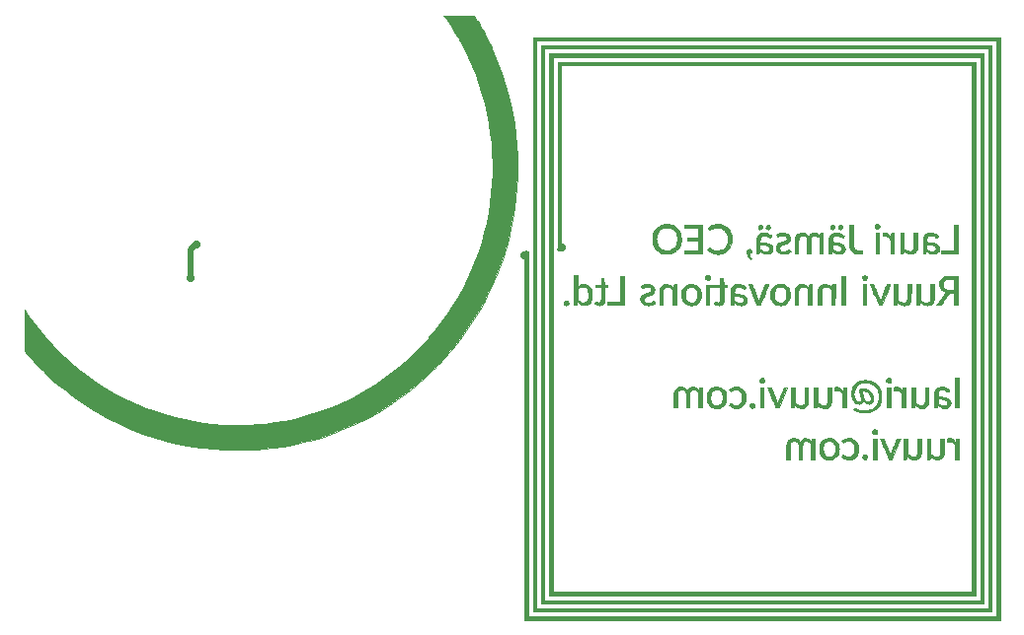
<source format=gbl>
G04 #@! TF.FileFunction,Copper,L2,Bot,Signal*
%FSLAX46Y46*%
G04 Gerber Fmt 4.6, Leading zero omitted, Abs format (unit mm)*
G04 Created by KiCad (PCBNEW 4.0.1-stable) date 2016 January 26, Tuesday 13:40:38*
%MOMM*%
G01*
G04 APERTURE LIST*
%ADD10C,0.100000*%
%ADD11C,0.010000*%
%ADD12R,0.295000X0.295000*%
%ADD13C,0.700000*%
%ADD14C,0.500000*%
%ADD15C,0.300000*%
G04 APERTURE END LIST*
D10*
D11*
G36*
X183771159Y-107159293D02*
X183770667Y-107318550D01*
X183769296Y-107463187D01*
X183767133Y-107589774D01*
X183764264Y-107694882D01*
X183760775Y-107775080D01*
X183756751Y-107826938D01*
X183754038Y-107843307D01*
X183710747Y-107942117D01*
X183643047Y-108019762D01*
X183584726Y-108058367D01*
X183538790Y-108078925D01*
X183493757Y-108090018D01*
X183437428Y-108093600D01*
X183373055Y-108092256D01*
X183236402Y-108073707D01*
X183116877Y-108027778D01*
X183008593Y-107951965D01*
X182979092Y-107924658D01*
X182907078Y-107854359D01*
X182907078Y-106536578D01*
X182602074Y-106536578D01*
X182602074Y-108315764D01*
X182696384Y-108315764D01*
X182770176Y-108312583D01*
X182817402Y-108299410D01*
X182845080Y-108270803D01*
X182860227Y-108221319D01*
X182865605Y-108184503D01*
X182873235Y-108129474D01*
X182880666Y-108088651D01*
X182884953Y-108074018D01*
X182900255Y-108077774D01*
X182933389Y-108099913D01*
X182977377Y-108135732D01*
X182980269Y-108138266D01*
X183044844Y-108188432D01*
X183121493Y-108238649D01*
X183177211Y-108269565D01*
X183232206Y-108295155D01*
X183279495Y-108311490D01*
X183330313Y-108320902D01*
X183395893Y-108325723D01*
X183456797Y-108327620D01*
X183534126Y-108327987D01*
X183602686Y-108325706D01*
X183652767Y-108321225D01*
X183669586Y-108317774D01*
X183780500Y-108268164D01*
X183877251Y-108199126D01*
X183911244Y-108165501D01*
X183949094Y-108121512D01*
X183980682Y-108078370D01*
X184006570Y-108032613D01*
X184027321Y-107980778D01*
X184043497Y-107919401D01*
X184055660Y-107845019D01*
X184064373Y-107754169D01*
X184070197Y-107643388D01*
X184073695Y-107509212D01*
X184075428Y-107348180D01*
X184075960Y-107156827D01*
X184075963Y-107150821D01*
X184076257Y-106536578D01*
X183771254Y-106536578D01*
X183771159Y-107159293D01*
X183771159Y-107159293D01*
G37*
X183771159Y-107159293D02*
X183770667Y-107318550D01*
X183769296Y-107463187D01*
X183767133Y-107589774D01*
X183764264Y-107694882D01*
X183760775Y-107775080D01*
X183756751Y-107826938D01*
X183754038Y-107843307D01*
X183710747Y-107942117D01*
X183643047Y-108019762D01*
X183584726Y-108058367D01*
X183538790Y-108078925D01*
X183493757Y-108090018D01*
X183437428Y-108093600D01*
X183373055Y-108092256D01*
X183236402Y-108073707D01*
X183116877Y-108027778D01*
X183008593Y-107951965D01*
X182979092Y-107924658D01*
X182907078Y-107854359D01*
X182907078Y-106536578D01*
X182602074Y-106536578D01*
X182602074Y-108315764D01*
X182696384Y-108315764D01*
X182770176Y-108312583D01*
X182817402Y-108299410D01*
X182845080Y-108270803D01*
X182860227Y-108221319D01*
X182865605Y-108184503D01*
X182873235Y-108129474D01*
X182880666Y-108088651D01*
X182884953Y-108074018D01*
X182900255Y-108077774D01*
X182933389Y-108099913D01*
X182977377Y-108135732D01*
X182980269Y-108138266D01*
X183044844Y-108188432D01*
X183121493Y-108238649D01*
X183177211Y-108269565D01*
X183232206Y-108295155D01*
X183279495Y-108311490D01*
X183330313Y-108320902D01*
X183395893Y-108325723D01*
X183456797Y-108327620D01*
X183534126Y-108327987D01*
X183602686Y-108325706D01*
X183652767Y-108321225D01*
X183669586Y-108317774D01*
X183780500Y-108268164D01*
X183877251Y-108199126D01*
X183911244Y-108165501D01*
X183949094Y-108121512D01*
X183980682Y-108078370D01*
X184006570Y-108032613D01*
X184027321Y-107980778D01*
X184043497Y-107919401D01*
X184055660Y-107845019D01*
X184064373Y-107754169D01*
X184070197Y-107643388D01*
X184073695Y-107509212D01*
X184075428Y-107348180D01*
X184075960Y-107156827D01*
X184075963Y-107150821D01*
X184076257Y-106536578D01*
X183771254Y-106536578D01*
X183771159Y-107159293D01*
G36*
X181797205Y-107818392D02*
X181746371Y-107917508D01*
X181696491Y-107995858D01*
X181637008Y-108049167D01*
X181561584Y-108080866D01*
X181463882Y-108094385D01*
X181417521Y-108095470D01*
X181285978Y-108081037D01*
X181163261Y-108036649D01*
X181045271Y-107960631D01*
X181005043Y-107926874D01*
X180924556Y-107855379D01*
X180924556Y-106536578D01*
X180636497Y-106536578D01*
X180636497Y-108315764D01*
X180735539Y-108315764D01*
X180805080Y-108311090D01*
X180850609Y-108293065D01*
X180878405Y-108255686D01*
X180894751Y-108192950D01*
X180899537Y-108159026D01*
X180907275Y-108106789D01*
X180915030Y-108071427D01*
X180919897Y-108061594D01*
X180935624Y-108072176D01*
X180969100Y-108100011D01*
X181013290Y-108139235D01*
X181016412Y-108142081D01*
X181080330Y-108193728D01*
X181154119Y-108243731D01*
X181205179Y-108272601D01*
X181255967Y-108296021D01*
X181301856Y-108311254D01*
X181353313Y-108320371D01*
X181420805Y-108325442D01*
X181483729Y-108327708D01*
X181572802Y-108328932D01*
X181638078Y-108325926D01*
X181689505Y-108317601D01*
X181737030Y-108302867D01*
X181747653Y-108298774D01*
X181863435Y-108236221D01*
X181956158Y-108149142D01*
X182025963Y-108037328D01*
X182072989Y-107900567D01*
X182093339Y-107782008D01*
X182097601Y-107726626D01*
X182101483Y-107642980D01*
X182104846Y-107536694D01*
X182107553Y-107413392D01*
X182109465Y-107278700D01*
X182110443Y-107138241D01*
X182110541Y-107083042D01*
X182110680Y-106536578D01*
X181807547Y-106536578D01*
X181797205Y-107818392D01*
X181797205Y-107818392D01*
G37*
X181797205Y-107818392D02*
X181746371Y-107917508D01*
X181696491Y-107995858D01*
X181637008Y-108049167D01*
X181561584Y-108080866D01*
X181463882Y-108094385D01*
X181417521Y-108095470D01*
X181285978Y-108081037D01*
X181163261Y-108036649D01*
X181045271Y-107960631D01*
X181005043Y-107926874D01*
X180924556Y-107855379D01*
X180924556Y-106536578D01*
X180636497Y-106536578D01*
X180636497Y-108315764D01*
X180735539Y-108315764D01*
X180805080Y-108311090D01*
X180850609Y-108293065D01*
X180878405Y-108255686D01*
X180894751Y-108192950D01*
X180899537Y-108159026D01*
X180907275Y-108106789D01*
X180915030Y-108071427D01*
X180919897Y-108061594D01*
X180935624Y-108072176D01*
X180969100Y-108100011D01*
X181013290Y-108139235D01*
X181016412Y-108142081D01*
X181080330Y-108193728D01*
X181154119Y-108243731D01*
X181205179Y-108272601D01*
X181255967Y-108296021D01*
X181301856Y-108311254D01*
X181353313Y-108320371D01*
X181420805Y-108325442D01*
X181483729Y-108327708D01*
X181572802Y-108328932D01*
X181638078Y-108325926D01*
X181689505Y-108317601D01*
X181737030Y-108302867D01*
X181747653Y-108298774D01*
X181863435Y-108236221D01*
X181956158Y-108149142D01*
X182025963Y-108037328D01*
X182072989Y-107900567D01*
X182093339Y-107782008D01*
X182097601Y-107726626D01*
X182101483Y-107642980D01*
X182104846Y-107536694D01*
X182107553Y-107413392D01*
X182109465Y-107278700D01*
X182110443Y-107138241D01*
X182110541Y-107083042D01*
X182110680Y-106536578D01*
X181807547Y-106536578D01*
X181797205Y-107818392D01*
G36*
X177240715Y-107917683D02*
X177170044Y-107951067D01*
X177133777Y-107983425D01*
X177097259Y-108030118D01*
X177081144Y-108074856D01*
X177078125Y-108121248D01*
X177092009Y-108206845D01*
X177132163Y-108271984D01*
X177196345Y-108314517D01*
X177282311Y-108332301D01*
X177299258Y-108332708D01*
X177351524Y-108327170D01*
X177393315Y-108305629D01*
X177426186Y-108276095D01*
X177477696Y-108210117D01*
X177497642Y-108143360D01*
X177487795Y-108068946D01*
X177483188Y-108054759D01*
X177442663Y-107982769D01*
X177384056Y-107934969D01*
X177314396Y-107912795D01*
X177240715Y-107917683D01*
X177240715Y-107917683D01*
G37*
X177240715Y-107917683D02*
X177170044Y-107951067D01*
X177133777Y-107983425D01*
X177097259Y-108030118D01*
X177081144Y-108074856D01*
X177078125Y-108121248D01*
X177092009Y-108206845D01*
X177132163Y-108271984D01*
X177196345Y-108314517D01*
X177282311Y-108332301D01*
X177299258Y-108332708D01*
X177351524Y-108327170D01*
X177393315Y-108305629D01*
X177426186Y-108276095D01*
X177477696Y-108210117D01*
X177497642Y-108143360D01*
X177487795Y-108068946D01*
X177483188Y-108054759D01*
X177442663Y-107982769D01*
X177384056Y-107934969D01*
X177314396Y-107912795D01*
X177240715Y-107917683D01*
G36*
X175756444Y-106520486D02*
X175661557Y-106539825D01*
X175562350Y-106572697D01*
X175469015Y-106614685D01*
X175391746Y-106661372D01*
X175351083Y-106696157D01*
X175310724Y-106739118D01*
X175357970Y-106807294D01*
X175391491Y-106847305D01*
X175423202Y-106871830D01*
X175435451Y-106875470D01*
X175464092Y-106868050D01*
X175513198Y-106848350D01*
X175573426Y-106820216D01*
X175589885Y-106811928D01*
X175652485Y-106781123D01*
X175701081Y-106762352D01*
X175748448Y-106752715D01*
X175807359Y-106749310D01*
X175866584Y-106749101D01*
X175946152Y-106750916D01*
X176003313Y-106756924D01*
X176049492Y-106769294D01*
X176096109Y-106790199D01*
X176103809Y-106794185D01*
X176163897Y-106831060D01*
X176220723Y-106874552D01*
X176242685Y-106895138D01*
X176311214Y-106989412D01*
X176361711Y-107105816D01*
X176394143Y-107237765D01*
X176408476Y-107378673D01*
X176404679Y-107521957D01*
X176382718Y-107661032D01*
X176342561Y-107789314D01*
X176284175Y-107900217D01*
X176247912Y-107947349D01*
X176159868Y-108025661D01*
X176056900Y-108075866D01*
X175935605Y-108099373D01*
X175875056Y-108101620D01*
X175765612Y-108093018D01*
X175667553Y-108065355D01*
X175569547Y-108014709D01*
X175512055Y-107975991D01*
X175455752Y-107941788D01*
X175412392Y-107934370D01*
X175373612Y-107955267D01*
X175331047Y-108006012D01*
X175328499Y-108009602D01*
X175281809Y-108075739D01*
X175353916Y-108137951D01*
X175484562Y-108228499D01*
X175633551Y-108290717D01*
X175800370Y-108324434D01*
X175934363Y-108330943D01*
X176011143Y-108327545D01*
X176085796Y-108319793D01*
X176143019Y-108309309D01*
X176146171Y-108308461D01*
X176290413Y-108251291D01*
X176417589Y-108166065D01*
X176524958Y-108055439D01*
X176609778Y-107922068D01*
X176654508Y-107815900D01*
X176697534Y-107649175D01*
X176716030Y-107476058D01*
X176710715Y-107302938D01*
X176682307Y-107136201D01*
X176631525Y-106982234D01*
X176559087Y-106847425D01*
X176542994Y-106824584D01*
X176436506Y-106707411D01*
X176310222Y-106616838D01*
X176166409Y-106553741D01*
X176007332Y-106518997D01*
X175835258Y-106513481D01*
X175756444Y-106520486D01*
X175756444Y-106520486D01*
G37*
X175756444Y-106520486D02*
X175661557Y-106539825D01*
X175562350Y-106572697D01*
X175469015Y-106614685D01*
X175391746Y-106661372D01*
X175351083Y-106696157D01*
X175310724Y-106739118D01*
X175357970Y-106807294D01*
X175391491Y-106847305D01*
X175423202Y-106871830D01*
X175435451Y-106875470D01*
X175464092Y-106868050D01*
X175513198Y-106848350D01*
X175573426Y-106820216D01*
X175589885Y-106811928D01*
X175652485Y-106781123D01*
X175701081Y-106762352D01*
X175748448Y-106752715D01*
X175807359Y-106749310D01*
X175866584Y-106749101D01*
X175946152Y-106750916D01*
X176003313Y-106756924D01*
X176049492Y-106769294D01*
X176096109Y-106790199D01*
X176103809Y-106794185D01*
X176163897Y-106831060D01*
X176220723Y-106874552D01*
X176242685Y-106895138D01*
X176311214Y-106989412D01*
X176361711Y-107105816D01*
X176394143Y-107237765D01*
X176408476Y-107378673D01*
X176404679Y-107521957D01*
X176382718Y-107661032D01*
X176342561Y-107789314D01*
X176284175Y-107900217D01*
X176247912Y-107947349D01*
X176159868Y-108025661D01*
X176056900Y-108075866D01*
X175935605Y-108099373D01*
X175875056Y-108101620D01*
X175765612Y-108093018D01*
X175667553Y-108065355D01*
X175569547Y-108014709D01*
X175512055Y-107975991D01*
X175455752Y-107941788D01*
X175412392Y-107934370D01*
X175373612Y-107955267D01*
X175331047Y-108006012D01*
X175328499Y-108009602D01*
X175281809Y-108075739D01*
X175353916Y-108137951D01*
X175484562Y-108228499D01*
X175633551Y-108290717D01*
X175800370Y-108324434D01*
X175934363Y-108330943D01*
X176011143Y-108327545D01*
X176085796Y-108319793D01*
X176143019Y-108309309D01*
X176146171Y-108308461D01*
X176290413Y-108251291D01*
X176417589Y-108166065D01*
X176524958Y-108055439D01*
X176609778Y-107922068D01*
X176654508Y-107815900D01*
X176697534Y-107649175D01*
X176716030Y-107476058D01*
X176710715Y-107302938D01*
X176682307Y-107136201D01*
X176631525Y-106982234D01*
X176559087Y-106847425D01*
X176542994Y-106824584D01*
X176436506Y-106707411D01*
X176310222Y-106616838D01*
X176166409Y-106553741D01*
X176007332Y-106518997D01*
X175835258Y-106513481D01*
X175756444Y-106520486D01*
G36*
X174008295Y-106534941D02*
X173855967Y-106584948D01*
X173721264Y-106662226D01*
X173606011Y-106765551D01*
X173512036Y-106893700D01*
X173441166Y-107045449D01*
X173407871Y-107158213D01*
X173393309Y-107250871D01*
X173386867Y-107362316D01*
X173388141Y-107481868D01*
X173396726Y-107598845D01*
X173412217Y-107702567D01*
X173431225Y-107774351D01*
X173502158Y-107934131D01*
X173591640Y-108065976D01*
X173700953Y-108171113D01*
X173831383Y-108250770D01*
X173984212Y-108306172D01*
X173989006Y-108307433D01*
X174079527Y-108323134D01*
X174188223Y-108330231D01*
X174301265Y-108328740D01*
X174404824Y-108318679D01*
X174463200Y-108306835D01*
X174592795Y-108262410D01*
X174701987Y-108202009D01*
X174803053Y-108118624D01*
X174817184Y-108104786D01*
X174913914Y-107990863D01*
X174985167Y-107865466D01*
X175032547Y-107724213D01*
X175057660Y-107562726D01*
X175059059Y-107528206D01*
X174752490Y-107528206D01*
X174733491Y-107677339D01*
X174694736Y-107803513D01*
X174635540Y-107909483D01*
X174604023Y-107949077D01*
X174514108Y-108026542D01*
X174405304Y-108077123D01*
X174280056Y-108100265D01*
X174140809Y-108095417D01*
X174041513Y-108076386D01*
X173946698Y-108035732D01*
X173863937Y-107966188D01*
X173795085Y-107871184D01*
X173741996Y-107754149D01*
X173706526Y-107618511D01*
X173690528Y-107467699D01*
X173689788Y-107426171D01*
X173701249Y-107259942D01*
X173734859Y-107112469D01*
X173789454Y-106986117D01*
X173863873Y-106883253D01*
X173956951Y-106806244D01*
X174007542Y-106779326D01*
X174079349Y-106758831D01*
X174170931Y-106749198D01*
X174270048Y-106750169D01*
X174364462Y-106761487D01*
X174441935Y-106782892D01*
X174455171Y-106788774D01*
X174557171Y-106854417D01*
X174637045Y-106941880D01*
X174695632Y-107052760D01*
X174733774Y-107188653D01*
X174752311Y-107351156D01*
X174752422Y-107353357D01*
X174752490Y-107528206D01*
X175059059Y-107528206D01*
X175062852Y-107434643D01*
X175059348Y-107300814D01*
X175046859Y-107189527D01*
X175023302Y-107090143D01*
X174986591Y-106992026D01*
X174968217Y-106951721D01*
X174886437Y-106817740D01*
X174780036Y-106705169D01*
X174652481Y-106616453D01*
X174507236Y-106554035D01*
X174358512Y-106521631D01*
X174176419Y-106513427D01*
X174008295Y-106534941D01*
X174008295Y-106534941D01*
G37*
X174008295Y-106534941D02*
X173855967Y-106584948D01*
X173721264Y-106662226D01*
X173606011Y-106765551D01*
X173512036Y-106893700D01*
X173441166Y-107045449D01*
X173407871Y-107158213D01*
X173393309Y-107250871D01*
X173386867Y-107362316D01*
X173388141Y-107481868D01*
X173396726Y-107598845D01*
X173412217Y-107702567D01*
X173431225Y-107774351D01*
X173502158Y-107934131D01*
X173591640Y-108065976D01*
X173700953Y-108171113D01*
X173831383Y-108250770D01*
X173984212Y-108306172D01*
X173989006Y-108307433D01*
X174079527Y-108323134D01*
X174188223Y-108330231D01*
X174301265Y-108328740D01*
X174404824Y-108318679D01*
X174463200Y-108306835D01*
X174592795Y-108262410D01*
X174701987Y-108202009D01*
X174803053Y-108118624D01*
X174817184Y-108104786D01*
X174913914Y-107990863D01*
X174985167Y-107865466D01*
X175032547Y-107724213D01*
X175057660Y-107562726D01*
X175059059Y-107528206D01*
X174752490Y-107528206D01*
X174733491Y-107677339D01*
X174694736Y-107803513D01*
X174635540Y-107909483D01*
X174604023Y-107949077D01*
X174514108Y-108026542D01*
X174405304Y-108077123D01*
X174280056Y-108100265D01*
X174140809Y-108095417D01*
X174041513Y-108076386D01*
X173946698Y-108035732D01*
X173863937Y-107966188D01*
X173795085Y-107871184D01*
X173741996Y-107754149D01*
X173706526Y-107618511D01*
X173690528Y-107467699D01*
X173689788Y-107426171D01*
X173701249Y-107259942D01*
X173734859Y-107112469D01*
X173789454Y-106986117D01*
X173863873Y-106883253D01*
X173956951Y-106806244D01*
X174007542Y-106779326D01*
X174079349Y-106758831D01*
X174170931Y-106749198D01*
X174270048Y-106750169D01*
X174364462Y-106761487D01*
X174441935Y-106782892D01*
X174455171Y-106788774D01*
X174557171Y-106854417D01*
X174637045Y-106941880D01*
X174695632Y-107052760D01*
X174733774Y-107188653D01*
X174752311Y-107351156D01*
X174752422Y-107353357D01*
X174752490Y-107528206D01*
X175059059Y-107528206D01*
X175062852Y-107434643D01*
X175059348Y-107300814D01*
X175046859Y-107189527D01*
X175023302Y-107090143D01*
X174986591Y-106992026D01*
X174968217Y-106951721D01*
X174886437Y-106817740D01*
X174780036Y-106705169D01*
X174652481Y-106616453D01*
X174507236Y-106554035D01*
X174358512Y-106521631D01*
X174176419Y-106513427D01*
X174008295Y-106534941D01*
G36*
X184424518Y-106519300D02*
X184379671Y-106535839D01*
X184357287Y-106564734D01*
X184351665Y-106612824D01*
X184356191Y-106677810D01*
X184362969Y-106739015D01*
X184369590Y-106786315D01*
X184374704Y-106810179D01*
X184375019Y-106810808D01*
X184393852Y-106814957D01*
X184438379Y-106816206D01*
X184500520Y-106814457D01*
X184531046Y-106812732D01*
X184632687Y-106809984D01*
X184710272Y-106816038D01*
X184741502Y-106823294D01*
X184814797Y-106862649D01*
X184887145Y-106929095D01*
X184952447Y-107016227D01*
X184989638Y-107083865D01*
X185042101Y-107193791D01*
X185042101Y-108315764D01*
X185347104Y-108315764D01*
X185347104Y-106536578D01*
X185229492Y-106536578D01*
X185155961Y-106539811D01*
X185110691Y-106549163D01*
X185098261Y-106557758D01*
X185090601Y-106583074D01*
X185081313Y-106633483D01*
X185071870Y-106700334D01*
X185067258Y-106739913D01*
X185049874Y-106900887D01*
X184994443Y-106804387D01*
X184915045Y-106692650D01*
X184820759Y-106604704D01*
X184715854Y-106543096D01*
X184604604Y-106510370D01*
X184497528Y-106508280D01*
X184424518Y-106519300D01*
X184424518Y-106519300D01*
G37*
X184424518Y-106519300D02*
X184379671Y-106535839D01*
X184357287Y-106564734D01*
X184351665Y-106612824D01*
X184356191Y-106677810D01*
X184362969Y-106739015D01*
X184369590Y-106786315D01*
X184374704Y-106810179D01*
X184375019Y-106810808D01*
X184393852Y-106814957D01*
X184438379Y-106816206D01*
X184500520Y-106814457D01*
X184531046Y-106812732D01*
X184632687Y-106809984D01*
X184710272Y-106816038D01*
X184741502Y-106823294D01*
X184814797Y-106862649D01*
X184887145Y-106929095D01*
X184952447Y-107016227D01*
X184989638Y-107083865D01*
X185042101Y-107193791D01*
X185042101Y-108315764D01*
X185347104Y-108315764D01*
X185347104Y-106536578D01*
X185229492Y-106536578D01*
X185155961Y-106539811D01*
X185110691Y-106549163D01*
X185098261Y-106557758D01*
X185090601Y-106583074D01*
X185081313Y-106633483D01*
X185071870Y-106700334D01*
X185067258Y-106739913D01*
X185049874Y-106900887D01*
X184994443Y-106804387D01*
X184915045Y-106692650D01*
X184820759Y-106604704D01*
X184715854Y-106543096D01*
X184604604Y-106510370D01*
X184497528Y-106508280D01*
X184424518Y-106519300D01*
G36*
X178655770Y-106537956D02*
X178620535Y-106547423D01*
X178609441Y-106562107D01*
X178609924Y-106563700D01*
X178618114Y-106584116D01*
X178637881Y-106632965D01*
X178668025Y-106707294D01*
X178707347Y-106804148D01*
X178754646Y-106920572D01*
X178808723Y-107053613D01*
X178868376Y-107200315D01*
X178932406Y-107357725D01*
X178971291Y-107453294D01*
X179322250Y-108315764D01*
X179458326Y-108315574D01*
X179594403Y-108315383D01*
X179950240Y-107442043D01*
X180016592Y-107279156D01*
X180079121Y-107125576D01*
X180136656Y-106984191D01*
X180188024Y-106857883D01*
X180232052Y-106749539D01*
X180267568Y-106662044D01*
X180293398Y-106598284D01*
X180308371Y-106561142D01*
X180311725Y-106552640D01*
X180298794Y-106544981D01*
X180258102Y-106539441D01*
X180195751Y-106536732D01*
X180174558Y-106536578D01*
X180099858Y-106537990D01*
X180051426Y-106543111D01*
X180021725Y-106553269D01*
X180006110Y-106566231D01*
X179993174Y-106589826D01*
X179970027Y-106640961D01*
X179938313Y-106715427D01*
X179899677Y-106809017D01*
X179855764Y-106917522D01*
X179808218Y-107036734D01*
X179758685Y-107162446D01*
X179708810Y-107290448D01*
X179660237Y-107416534D01*
X179614611Y-107536494D01*
X179573577Y-107646122D01*
X179538780Y-107741209D01*
X179511864Y-107817546D01*
X179494476Y-107870927D01*
X179490368Y-107885651D01*
X179474935Y-107938704D01*
X179460693Y-107973372D01*
X179450630Y-107982448D01*
X179450350Y-107982169D01*
X179439606Y-107958796D01*
X179425776Y-107914332D01*
X179417916Y-107883676D01*
X179406627Y-107846680D01*
X179384741Y-107784265D01*
X179353923Y-107700621D01*
X179315836Y-107599935D01*
X179272144Y-107486396D01*
X179224510Y-107364193D01*
X179174598Y-107237513D01*
X179124071Y-107110545D01*
X179074595Y-106987478D01*
X179027831Y-106872500D01*
X178985445Y-106769799D01*
X178949098Y-106683564D01*
X178920457Y-106617983D01*
X178901183Y-106577245D01*
X178894608Y-106566231D01*
X178867003Y-106550749D01*
X178820761Y-106540104D01*
X178764438Y-106534373D01*
X178706589Y-106533632D01*
X178655770Y-106537956D01*
X178655770Y-106537956D01*
G37*
X178655770Y-106537956D02*
X178620535Y-106547423D01*
X178609441Y-106562107D01*
X178609924Y-106563700D01*
X178618114Y-106584116D01*
X178637881Y-106632965D01*
X178668025Y-106707294D01*
X178707347Y-106804148D01*
X178754646Y-106920572D01*
X178808723Y-107053613D01*
X178868376Y-107200315D01*
X178932406Y-107357725D01*
X178971291Y-107453294D01*
X179322250Y-108315764D01*
X179458326Y-108315574D01*
X179594403Y-108315383D01*
X179950240Y-107442043D01*
X180016592Y-107279156D01*
X180079121Y-107125576D01*
X180136656Y-106984191D01*
X180188024Y-106857883D01*
X180232052Y-106749539D01*
X180267568Y-106662044D01*
X180293398Y-106598284D01*
X180308371Y-106561142D01*
X180311725Y-106552640D01*
X180298794Y-106544981D01*
X180258102Y-106539441D01*
X180195751Y-106536732D01*
X180174558Y-106536578D01*
X180099858Y-106537990D01*
X180051426Y-106543111D01*
X180021725Y-106553269D01*
X180006110Y-106566231D01*
X179993174Y-106589826D01*
X179970027Y-106640961D01*
X179938313Y-106715427D01*
X179899677Y-106809017D01*
X179855764Y-106917522D01*
X179808218Y-107036734D01*
X179758685Y-107162446D01*
X179708810Y-107290448D01*
X179660237Y-107416534D01*
X179614611Y-107536494D01*
X179573577Y-107646122D01*
X179538780Y-107741209D01*
X179511864Y-107817546D01*
X179494476Y-107870927D01*
X179490368Y-107885651D01*
X179474935Y-107938704D01*
X179460693Y-107973372D01*
X179450630Y-107982448D01*
X179450350Y-107982169D01*
X179439606Y-107958796D01*
X179425776Y-107914332D01*
X179417916Y-107883676D01*
X179406627Y-107846680D01*
X179384741Y-107784265D01*
X179353923Y-107700621D01*
X179315836Y-107599935D01*
X179272144Y-107486396D01*
X179224510Y-107364193D01*
X179174598Y-107237513D01*
X179124071Y-107110545D01*
X179074595Y-106987478D01*
X179027831Y-106872500D01*
X178985445Y-106769799D01*
X178949098Y-106683564D01*
X178920457Y-106617983D01*
X178901183Y-106577245D01*
X178894608Y-106566231D01*
X178867003Y-106550749D01*
X178820761Y-106540104D01*
X178764438Y-106534373D01*
X178706589Y-106533632D01*
X178655770Y-106537956D01*
G36*
X177976191Y-108315764D02*
X178281194Y-108315764D01*
X178281194Y-106536578D01*
X177976191Y-106536578D01*
X177976191Y-108315764D01*
X177976191Y-108315764D01*
G37*
X177976191Y-108315764D02*
X178281194Y-108315764D01*
X178281194Y-106536578D01*
X177976191Y-106536578D01*
X177976191Y-108315764D01*
G36*
X172089557Y-106517823D02*
X172079217Y-106519679D01*
X171968205Y-106556881D01*
X171874267Y-106623216D01*
X171797244Y-106718826D01*
X171748513Y-106814518D01*
X171721003Y-106880651D01*
X171672283Y-106795347D01*
X171591615Y-106686131D01*
X171489883Y-106603111D01*
X171368310Y-106546952D01*
X171228121Y-106518319D01*
X171155977Y-106514557D01*
X171031345Y-106520786D01*
X170929058Y-106543924D01*
X170840448Y-106587220D01*
X170756846Y-106653925D01*
X170739713Y-106670612D01*
X170676350Y-106741382D01*
X170632722Y-106810548D01*
X170605173Y-106875470D01*
X170595095Y-106904276D01*
X170586828Y-106932067D01*
X170580153Y-106962507D01*
X170574848Y-106999256D01*
X170570694Y-107045976D01*
X170567469Y-107106329D01*
X170564955Y-107183975D01*
X170562929Y-107282577D01*
X170561172Y-107405795D01*
X170559463Y-107557292D01*
X170558497Y-107650687D01*
X170551710Y-108315764D01*
X170857596Y-108315764D01*
X170862757Y-107667632D01*
X170864152Y-107501757D01*
X170865568Y-107366206D01*
X170867209Y-107257418D01*
X170869276Y-107171827D01*
X170871973Y-107105870D01*
X170875501Y-107055984D01*
X170880065Y-107018604D01*
X170885865Y-106990168D01*
X170893104Y-106967110D01*
X170901986Y-106945869D01*
X170904030Y-106941411D01*
X170959600Y-106856708D01*
X171033046Y-106796343D01*
X171119022Y-106759966D01*
X171212186Y-106747231D01*
X171307192Y-106757789D01*
X171398697Y-106791292D01*
X171481356Y-106847392D01*
X171549826Y-106925742D01*
X171582930Y-106985610D01*
X171590941Y-107006148D01*
X171597505Y-107031104D01*
X171602806Y-107064017D01*
X171607022Y-107108426D01*
X171610335Y-107167868D01*
X171612926Y-107245884D01*
X171614976Y-107346011D01*
X171616666Y-107471788D01*
X171618176Y-107626755D01*
X171618664Y-107684576D01*
X171623845Y-108315764D01*
X171906643Y-108315764D01*
X171913961Y-107676104D01*
X171916062Y-107507478D01*
X171918251Y-107369243D01*
X171920705Y-107257900D01*
X171923600Y-107169951D01*
X171927114Y-107101896D01*
X171931422Y-107050239D01*
X171936703Y-107011479D01*
X171943131Y-106982119D01*
X171950108Y-106960676D01*
X171999374Y-106866524D01*
X172065620Y-106801231D01*
X172151023Y-106763315D01*
X172257378Y-106751289D01*
X172349765Y-106759021D01*
X172429817Y-106784494D01*
X172507280Y-106832028D01*
X172579505Y-106894083D01*
X172672521Y-106982054D01*
X172672521Y-108315764D01*
X172977525Y-108315764D01*
X172977525Y-106536578D01*
X172868595Y-106536578D01*
X172795190Y-106540168D01*
X172748241Y-106554752D01*
X172720728Y-106586048D01*
X172705632Y-106639776D01*
X172700979Y-106673128D01*
X172693844Y-106724154D01*
X172686876Y-106759361D01*
X172683449Y-106768523D01*
X172668800Y-106761193D01*
X172636679Y-106735317D01*
X172593649Y-106696237D01*
X172587570Y-106690441D01*
X172472009Y-106599470D01*
X172348831Y-106539820D01*
X172220520Y-106512327D01*
X172089557Y-106517823D01*
X172089557Y-106517823D01*
G37*
X172089557Y-106517823D02*
X172079217Y-106519679D01*
X171968205Y-106556881D01*
X171874267Y-106623216D01*
X171797244Y-106718826D01*
X171748513Y-106814518D01*
X171721003Y-106880651D01*
X171672283Y-106795347D01*
X171591615Y-106686131D01*
X171489883Y-106603111D01*
X171368310Y-106546952D01*
X171228121Y-106518319D01*
X171155977Y-106514557D01*
X171031345Y-106520786D01*
X170929058Y-106543924D01*
X170840448Y-106587220D01*
X170756846Y-106653925D01*
X170739713Y-106670612D01*
X170676350Y-106741382D01*
X170632722Y-106810548D01*
X170605173Y-106875470D01*
X170595095Y-106904276D01*
X170586828Y-106932067D01*
X170580153Y-106962507D01*
X170574848Y-106999256D01*
X170570694Y-107045976D01*
X170567469Y-107106329D01*
X170564955Y-107183975D01*
X170562929Y-107282577D01*
X170561172Y-107405795D01*
X170559463Y-107557292D01*
X170558497Y-107650687D01*
X170551710Y-108315764D01*
X170857596Y-108315764D01*
X170862757Y-107667632D01*
X170864152Y-107501757D01*
X170865568Y-107366206D01*
X170867209Y-107257418D01*
X170869276Y-107171827D01*
X170871973Y-107105870D01*
X170875501Y-107055984D01*
X170880065Y-107018604D01*
X170885865Y-106990168D01*
X170893104Y-106967110D01*
X170901986Y-106945869D01*
X170904030Y-106941411D01*
X170959600Y-106856708D01*
X171033046Y-106796343D01*
X171119022Y-106759966D01*
X171212186Y-106747231D01*
X171307192Y-106757789D01*
X171398697Y-106791292D01*
X171481356Y-106847392D01*
X171549826Y-106925742D01*
X171582930Y-106985610D01*
X171590941Y-107006148D01*
X171597505Y-107031104D01*
X171602806Y-107064017D01*
X171607022Y-107108426D01*
X171610335Y-107167868D01*
X171612926Y-107245884D01*
X171614976Y-107346011D01*
X171616666Y-107471788D01*
X171618176Y-107626755D01*
X171618664Y-107684576D01*
X171623845Y-108315764D01*
X171906643Y-108315764D01*
X171913961Y-107676104D01*
X171916062Y-107507478D01*
X171918251Y-107369243D01*
X171920705Y-107257900D01*
X171923600Y-107169951D01*
X171927114Y-107101896D01*
X171931422Y-107050239D01*
X171936703Y-107011479D01*
X171943131Y-106982119D01*
X171950108Y-106960676D01*
X171999374Y-106866524D01*
X172065620Y-106801231D01*
X172151023Y-106763315D01*
X172257378Y-106751289D01*
X172349765Y-106759021D01*
X172429817Y-106784494D01*
X172507280Y-106832028D01*
X172579505Y-106894083D01*
X172672521Y-106982054D01*
X172672521Y-108315764D01*
X172977525Y-108315764D01*
X172977525Y-106536578D01*
X172868595Y-106536578D01*
X172795190Y-106540168D01*
X172748241Y-106554752D01*
X172720728Y-106586048D01*
X172705632Y-106639776D01*
X172700979Y-106673128D01*
X172693844Y-106724154D01*
X172686876Y-106759361D01*
X172683449Y-106768523D01*
X172668800Y-106761193D01*
X172636679Y-106735317D01*
X172593649Y-106696237D01*
X172587570Y-106690441D01*
X172472009Y-106599470D01*
X172348831Y-106539820D01*
X172220520Y-106512327D01*
X172089557Y-106517823D01*
G36*
X141275782Y-70330035D02*
X141411987Y-70525642D01*
X141559758Y-70745099D01*
X141715134Y-70982134D01*
X141874155Y-71230475D01*
X142032859Y-71483849D01*
X142187285Y-71735985D01*
X142333471Y-71980609D01*
X142467457Y-72211450D01*
X142498466Y-72266064D01*
X142904612Y-73019211D01*
X143280302Y-73786627D01*
X143625356Y-74567352D01*
X143939593Y-75360424D01*
X144222831Y-76164884D01*
X144474889Y-76979769D01*
X144695586Y-77804120D01*
X144884741Y-78636976D01*
X145042173Y-79477376D01*
X145167700Y-80324359D01*
X145261142Y-81176964D01*
X145322318Y-82034231D01*
X145351046Y-82895199D01*
X145347145Y-83758907D01*
X145310434Y-84624394D01*
X145240732Y-85490700D01*
X145145000Y-86304690D01*
X145012785Y-87153371D01*
X144847660Y-87995068D01*
X144650065Y-88828812D01*
X144420440Y-89653633D01*
X144159228Y-90468561D01*
X143866869Y-91272627D01*
X143543802Y-92064860D01*
X143190471Y-92844290D01*
X142807314Y-93609949D01*
X142394773Y-94360865D01*
X141953289Y-95096070D01*
X141483303Y-95814593D01*
X140985255Y-96515465D01*
X140459587Y-97197716D01*
X139906738Y-97860375D01*
X139876787Y-97894817D01*
X139505889Y-98308011D01*
X139110032Y-98725800D01*
X138696174Y-99141385D01*
X138271271Y-99547966D01*
X137842283Y-99938747D01*
X137416167Y-100306929D01*
X137359913Y-100353972D01*
X136689822Y-100890325D01*
X136001880Y-101398274D01*
X135296924Y-101877479D01*
X134575795Y-102327599D01*
X133839329Y-102748292D01*
X133088366Y-103139219D01*
X132323744Y-103500037D01*
X131546303Y-103830407D01*
X130756880Y-104129986D01*
X129956315Y-104398435D01*
X129145446Y-104635412D01*
X128325111Y-104840575D01*
X127496150Y-105013586D01*
X126659401Y-105154101D01*
X125815702Y-105261781D01*
X125134363Y-105324201D01*
X124540768Y-105359884D01*
X123927276Y-105379170D01*
X123303602Y-105382145D01*
X122679458Y-105368896D01*
X122064558Y-105339507D01*
X121468617Y-105294066D01*
X121440433Y-105291462D01*
X120598455Y-105196065D01*
X119762261Y-105067514D01*
X118932810Y-104906198D01*
X118111061Y-104712507D01*
X117297974Y-104486832D01*
X116494506Y-104229561D01*
X115701618Y-103941085D01*
X114920267Y-103621793D01*
X114151412Y-103272076D01*
X113396013Y-102892322D01*
X112655029Y-102482922D01*
X111929418Y-102044265D01*
X111220139Y-101576741D01*
X110528151Y-101080740D01*
X109918085Y-100608021D01*
X109668666Y-100405397D01*
X109436855Y-100212208D01*
X109216920Y-100023290D01*
X109003127Y-99833479D01*
X108789745Y-99637612D01*
X108571042Y-99430525D01*
X108341284Y-99207054D01*
X108129736Y-98997083D01*
X107736807Y-98596175D01*
X107368210Y-98203241D01*
X107018990Y-97812311D01*
X106684192Y-97417414D01*
X106358862Y-97012582D01*
X106038045Y-96591845D01*
X105716785Y-96149232D01*
X105458322Y-95778578D01*
X105232895Y-95449998D01*
X105232895Y-99018555D01*
X105304419Y-99113290D01*
X105373099Y-99200119D01*
X105463111Y-99307407D01*
X105571508Y-99431970D01*
X105695341Y-99570628D01*
X105831660Y-99720198D01*
X105977516Y-99877498D01*
X106129962Y-100039345D01*
X106286048Y-100202557D01*
X106442826Y-100363952D01*
X106597347Y-100520349D01*
X106734781Y-100656890D01*
X107394795Y-101282736D01*
X108073993Y-101880848D01*
X108772076Y-102451004D01*
X109488747Y-102992982D01*
X110223706Y-103506558D01*
X110976653Y-103991510D01*
X111747291Y-104447616D01*
X112048746Y-104615537D01*
X112849189Y-105034782D01*
X113660396Y-105421905D01*
X114482161Y-105776849D01*
X115314280Y-106099555D01*
X116156545Y-106389966D01*
X117008752Y-106648025D01*
X117870695Y-106873674D01*
X118742169Y-107066856D01*
X119622967Y-107227514D01*
X120512884Y-107355589D01*
X121411715Y-107451024D01*
X122319254Y-107513762D01*
X122431694Y-107519228D01*
X122517581Y-107522301D01*
X122631849Y-107525013D01*
X122769596Y-107527348D01*
X122925921Y-107529294D01*
X123095920Y-107530835D01*
X123274691Y-107531957D01*
X123457332Y-107532646D01*
X123638941Y-107532888D01*
X123814615Y-107532668D01*
X123979452Y-107531973D01*
X124128549Y-107530786D01*
X124257004Y-107529095D01*
X124359915Y-107526885D01*
X124414216Y-107525018D01*
X124825333Y-107503693D01*
X125249661Y-107475018D01*
X125651174Y-107441805D01*
X126542362Y-107344137D01*
X127426498Y-107213475D01*
X128302828Y-107050125D01*
X129170601Y-106854390D01*
X130029064Y-106626576D01*
X130877464Y-106366988D01*
X131715049Y-106075931D01*
X132541066Y-105753709D01*
X133354764Y-105400627D01*
X134155390Y-105016990D01*
X134942191Y-104603103D01*
X135714414Y-104159270D01*
X136471308Y-103685797D01*
X137212120Y-103182989D01*
X137936098Y-102651149D01*
X138427425Y-102265810D01*
X138682845Y-102057983D01*
X138921450Y-101859076D01*
X139148551Y-101664297D01*
X139369460Y-101468848D01*
X139589489Y-101267936D01*
X139813950Y-101056764D01*
X140048154Y-100830539D01*
X140297412Y-100584465D01*
X140368205Y-100513776D01*
X140550816Y-100330332D01*
X140713133Y-100165570D01*
X140859466Y-100014864D01*
X140994126Y-99873591D01*
X141121421Y-99737125D01*
X141245661Y-99600841D01*
X141371156Y-99460116D01*
X141502215Y-99310324D01*
X141643149Y-99146841D01*
X141656056Y-99131774D01*
X142226127Y-98440114D01*
X142770925Y-97726343D01*
X143289668Y-96991777D01*
X143781573Y-96237729D01*
X144245859Y-95465515D01*
X144681744Y-94676447D01*
X145088446Y-93871839D01*
X145465182Y-93053007D01*
X145811170Y-92221264D01*
X145891404Y-92015030D01*
X146199883Y-91164060D01*
X146475981Y-90303432D01*
X146719610Y-89433778D01*
X146930677Y-88555729D01*
X147109092Y-87669915D01*
X147254765Y-86776969D01*
X147367606Y-85877521D01*
X147447523Y-84972203D01*
X147494427Y-84061645D01*
X147508227Y-83146480D01*
X147488831Y-82227338D01*
X147436151Y-81304851D01*
X147433026Y-81263662D01*
X147348335Y-80379161D01*
X147230130Y-79495670D01*
X147078780Y-78614634D01*
X146894659Y-77737498D01*
X146678138Y-76865708D01*
X146429588Y-76000709D01*
X146149380Y-75143945D01*
X145837887Y-74296861D01*
X145495480Y-73460904D01*
X145331022Y-73087879D01*
X145265188Y-72944934D01*
X145186131Y-72778396D01*
X145096926Y-72594381D01*
X145000649Y-72399009D01*
X144900374Y-72198397D01*
X144799178Y-71998664D01*
X144700134Y-71805929D01*
X144606320Y-71626310D01*
X144520808Y-71465925D01*
X144459323Y-71353557D01*
X144399193Y-71246704D01*
X144326432Y-71119548D01*
X144246051Y-70980720D01*
X144163065Y-70838850D01*
X144082486Y-70702569D01*
X144036097Y-70624938D01*
X143790400Y-70215764D01*
X142489384Y-70211422D01*
X141188369Y-70207082D01*
X141275782Y-70330035D01*
X141275782Y-70330035D01*
G37*
X141275782Y-70330035D02*
X141411987Y-70525642D01*
X141559758Y-70745099D01*
X141715134Y-70982134D01*
X141874155Y-71230475D01*
X142032859Y-71483849D01*
X142187285Y-71735985D01*
X142333471Y-71980609D01*
X142467457Y-72211450D01*
X142498466Y-72266064D01*
X142904612Y-73019211D01*
X143280302Y-73786627D01*
X143625356Y-74567352D01*
X143939593Y-75360424D01*
X144222831Y-76164884D01*
X144474889Y-76979769D01*
X144695586Y-77804120D01*
X144884741Y-78636976D01*
X145042173Y-79477376D01*
X145167700Y-80324359D01*
X145261142Y-81176964D01*
X145322318Y-82034231D01*
X145351046Y-82895199D01*
X145347145Y-83758907D01*
X145310434Y-84624394D01*
X145240732Y-85490700D01*
X145145000Y-86304690D01*
X145012785Y-87153371D01*
X144847660Y-87995068D01*
X144650065Y-88828812D01*
X144420440Y-89653633D01*
X144159228Y-90468561D01*
X143866869Y-91272627D01*
X143543802Y-92064860D01*
X143190471Y-92844290D01*
X142807314Y-93609949D01*
X142394773Y-94360865D01*
X141953289Y-95096070D01*
X141483303Y-95814593D01*
X140985255Y-96515465D01*
X140459587Y-97197716D01*
X139906738Y-97860375D01*
X139876787Y-97894817D01*
X139505889Y-98308011D01*
X139110032Y-98725800D01*
X138696174Y-99141385D01*
X138271271Y-99547966D01*
X137842283Y-99938747D01*
X137416167Y-100306929D01*
X137359913Y-100353972D01*
X136689822Y-100890325D01*
X136001880Y-101398274D01*
X135296924Y-101877479D01*
X134575795Y-102327599D01*
X133839329Y-102748292D01*
X133088366Y-103139219D01*
X132323744Y-103500037D01*
X131546303Y-103830407D01*
X130756880Y-104129986D01*
X129956315Y-104398435D01*
X129145446Y-104635412D01*
X128325111Y-104840575D01*
X127496150Y-105013586D01*
X126659401Y-105154101D01*
X125815702Y-105261781D01*
X125134363Y-105324201D01*
X124540768Y-105359884D01*
X123927276Y-105379170D01*
X123303602Y-105382145D01*
X122679458Y-105368896D01*
X122064558Y-105339507D01*
X121468617Y-105294066D01*
X121440433Y-105291462D01*
X120598455Y-105196065D01*
X119762261Y-105067514D01*
X118932810Y-104906198D01*
X118111061Y-104712507D01*
X117297974Y-104486832D01*
X116494506Y-104229561D01*
X115701618Y-103941085D01*
X114920267Y-103621793D01*
X114151412Y-103272076D01*
X113396013Y-102892322D01*
X112655029Y-102482922D01*
X111929418Y-102044265D01*
X111220139Y-101576741D01*
X110528151Y-101080740D01*
X109918085Y-100608021D01*
X109668666Y-100405397D01*
X109436855Y-100212208D01*
X109216920Y-100023290D01*
X109003127Y-99833479D01*
X108789745Y-99637612D01*
X108571042Y-99430525D01*
X108341284Y-99207054D01*
X108129736Y-98997083D01*
X107736807Y-98596175D01*
X107368210Y-98203241D01*
X107018990Y-97812311D01*
X106684192Y-97417414D01*
X106358862Y-97012582D01*
X106038045Y-96591845D01*
X105716785Y-96149232D01*
X105458322Y-95778578D01*
X105232895Y-95449998D01*
X105232895Y-99018555D01*
X105304419Y-99113290D01*
X105373099Y-99200119D01*
X105463111Y-99307407D01*
X105571508Y-99431970D01*
X105695341Y-99570628D01*
X105831660Y-99720198D01*
X105977516Y-99877498D01*
X106129962Y-100039345D01*
X106286048Y-100202557D01*
X106442826Y-100363952D01*
X106597347Y-100520349D01*
X106734781Y-100656890D01*
X107394795Y-101282736D01*
X108073993Y-101880848D01*
X108772076Y-102451004D01*
X109488747Y-102992982D01*
X110223706Y-103506558D01*
X110976653Y-103991510D01*
X111747291Y-104447616D01*
X112048746Y-104615537D01*
X112849189Y-105034782D01*
X113660396Y-105421905D01*
X114482161Y-105776849D01*
X115314280Y-106099555D01*
X116156545Y-106389966D01*
X117008752Y-106648025D01*
X117870695Y-106873674D01*
X118742169Y-107066856D01*
X119622967Y-107227514D01*
X120512884Y-107355589D01*
X121411715Y-107451024D01*
X122319254Y-107513762D01*
X122431694Y-107519228D01*
X122517581Y-107522301D01*
X122631849Y-107525013D01*
X122769596Y-107527348D01*
X122925921Y-107529294D01*
X123095920Y-107530835D01*
X123274691Y-107531957D01*
X123457332Y-107532646D01*
X123638941Y-107532888D01*
X123814615Y-107532668D01*
X123979452Y-107531973D01*
X124128549Y-107530786D01*
X124257004Y-107529095D01*
X124359915Y-107526885D01*
X124414216Y-107525018D01*
X124825333Y-107503693D01*
X125249661Y-107475018D01*
X125651174Y-107441805D01*
X126542362Y-107344137D01*
X127426498Y-107213475D01*
X128302828Y-107050125D01*
X129170601Y-106854390D01*
X130029064Y-106626576D01*
X130877464Y-106366988D01*
X131715049Y-106075931D01*
X132541066Y-105753709D01*
X133354764Y-105400627D01*
X134155390Y-105016990D01*
X134942191Y-104603103D01*
X135714414Y-104159270D01*
X136471308Y-103685797D01*
X137212120Y-103182989D01*
X137936098Y-102651149D01*
X138427425Y-102265810D01*
X138682845Y-102057983D01*
X138921450Y-101859076D01*
X139148551Y-101664297D01*
X139369460Y-101468848D01*
X139589489Y-101267936D01*
X139813950Y-101056764D01*
X140048154Y-100830539D01*
X140297412Y-100584465D01*
X140368205Y-100513776D01*
X140550816Y-100330332D01*
X140713133Y-100165570D01*
X140859466Y-100014864D01*
X140994126Y-99873591D01*
X141121421Y-99737125D01*
X141245661Y-99600841D01*
X141371156Y-99460116D01*
X141502215Y-99310324D01*
X141643149Y-99146841D01*
X141656056Y-99131774D01*
X142226127Y-98440114D01*
X142770925Y-97726343D01*
X143289668Y-96991777D01*
X143781573Y-96237729D01*
X144245859Y-95465515D01*
X144681744Y-94676447D01*
X145088446Y-93871839D01*
X145465182Y-93053007D01*
X145811170Y-92221264D01*
X145891404Y-92015030D01*
X146199883Y-91164060D01*
X146475981Y-90303432D01*
X146719610Y-89433778D01*
X146930677Y-88555729D01*
X147109092Y-87669915D01*
X147254765Y-86776969D01*
X147367606Y-85877521D01*
X147447523Y-84972203D01*
X147494427Y-84061645D01*
X147508227Y-83146480D01*
X147488831Y-82227338D01*
X147436151Y-81304851D01*
X147433026Y-81263662D01*
X147348335Y-80379161D01*
X147230130Y-79495670D01*
X147078780Y-78614634D01*
X146894659Y-77737498D01*
X146678138Y-76865708D01*
X146429588Y-76000709D01*
X146149380Y-75143945D01*
X145837887Y-74296861D01*
X145495480Y-73460904D01*
X145331022Y-73087879D01*
X145265188Y-72944934D01*
X145186131Y-72778396D01*
X145096926Y-72594381D01*
X145000649Y-72399009D01*
X144900374Y-72198397D01*
X144799178Y-71998664D01*
X144700134Y-71805929D01*
X144606320Y-71626310D01*
X144520808Y-71465925D01*
X144459323Y-71353557D01*
X144399193Y-71246704D01*
X144326432Y-71119548D01*
X144246051Y-70980720D01*
X144163065Y-70838850D01*
X144082486Y-70702569D01*
X144036097Y-70624938D01*
X143790400Y-70215764D01*
X142489384Y-70211422D01*
X141188369Y-70207082D01*
X141275782Y-70330035D01*
G36*
X178035034Y-105776815D02*
X177973445Y-105820832D01*
X177933490Y-105876392D01*
X177911623Y-105949951D01*
X177918512Y-106020743D01*
X177949080Y-106084027D01*
X177998251Y-106135061D01*
X178060949Y-106169104D01*
X178132098Y-106181414D01*
X178206622Y-106167250D01*
X178232169Y-106155376D01*
X178292936Y-106104365D01*
X178329644Y-106034596D01*
X178339172Y-105953957D01*
X178331051Y-105905447D01*
X178296615Y-105834919D01*
X178242842Y-105786283D01*
X178176686Y-105760049D01*
X178105098Y-105756723D01*
X178035034Y-105776815D01*
X178035034Y-105776815D01*
G37*
X178035034Y-105776815D02*
X177973445Y-105820832D01*
X177933490Y-105876392D01*
X177911623Y-105949951D01*
X177918512Y-106020743D01*
X177949080Y-106084027D01*
X177998251Y-106135061D01*
X178060949Y-106169104D01*
X178132098Y-106181414D01*
X178206622Y-106167250D01*
X178232169Y-106155376D01*
X178292936Y-106104365D01*
X178329644Y-106034596D01*
X178339172Y-105953957D01*
X178331051Y-105905447D01*
X178296615Y-105834919D01*
X178242842Y-105786283D01*
X178176686Y-105760049D01*
X178105098Y-105756723D01*
X178035034Y-105776815D01*
G36*
X177124350Y-101535962D02*
X176922398Y-101580095D01*
X176737200Y-101653168D01*
X176569518Y-101754864D01*
X176420117Y-101884866D01*
X176391054Y-101915824D01*
X176305474Y-102027686D01*
X176229514Y-102160072D01*
X176169933Y-102299739D01*
X176137539Y-102412735D01*
X176115686Y-102569942D01*
X176113247Y-102734393D01*
X176129406Y-102896056D01*
X176163350Y-103044900D01*
X176196041Y-103133372D01*
X176240832Y-103216353D01*
X176300745Y-103303468D01*
X176366041Y-103381527D01*
X176411566Y-103425260D01*
X176500245Y-103484635D01*
X176603332Y-103529959D01*
X176711519Y-103558845D01*
X176815498Y-103568906D01*
X176905962Y-103557755D01*
X176916134Y-103554659D01*
X176995374Y-103515095D01*
X177061196Y-103456848D01*
X177104792Y-103388395D01*
X177112660Y-103365533D01*
X177130724Y-103298451D01*
X177204041Y-103379997D01*
X177302154Y-103466626D01*
X177417741Y-103526226D01*
X177540876Y-103558595D01*
X177658628Y-103564468D01*
X177762466Y-103541879D01*
X177850968Y-103493870D01*
X177922713Y-103423483D01*
X177976278Y-103333759D01*
X178010241Y-103227740D01*
X178022854Y-103111466D01*
X177787857Y-103111466D01*
X177773578Y-103202386D01*
X177740355Y-103277687D01*
X177687541Y-103331851D01*
X177681946Y-103335414D01*
X177610589Y-103361336D01*
X177525182Y-103365483D01*
X177437664Y-103347826D01*
X177407844Y-103336082D01*
X177326622Y-103281984D01*
X177256182Y-103200977D01*
X177211033Y-103119862D01*
X177196446Y-103080348D01*
X177175636Y-103014991D01*
X177150697Y-102930804D01*
X177123719Y-102834797D01*
X177102817Y-102757019D01*
X177074615Y-102647681D01*
X177055284Y-102566813D01*
X177044103Y-102510386D01*
X177040350Y-102474367D01*
X177043304Y-102454726D01*
X177047716Y-102449310D01*
X177074182Y-102442992D01*
X177124639Y-102439734D01*
X177189283Y-102440069D01*
X177205210Y-102440714D01*
X177335935Y-102458908D01*
X177449414Y-102502381D01*
X177553529Y-102574648D01*
X177597700Y-102615768D01*
X177668452Y-102701990D01*
X177723489Y-102800190D01*
X177762167Y-102904849D01*
X177783838Y-103010447D01*
X177787857Y-103111466D01*
X178022854Y-103111466D01*
X178023180Y-103108467D01*
X178013673Y-102978982D01*
X177980297Y-102842327D01*
X177931880Y-102722346D01*
X177850283Y-102589835D01*
X177742543Y-102473234D01*
X177614384Y-102376933D01*
X177471535Y-102305320D01*
X177336282Y-102265828D01*
X177258046Y-102255400D01*
X177169685Y-102251459D01*
X177077386Y-102253320D01*
X176987333Y-102260301D01*
X176905715Y-102271716D01*
X176838716Y-102286883D01*
X176792522Y-102305117D01*
X176773321Y-102325734D01*
X176773122Y-102328090D01*
X176777282Y-102350606D01*
X176788882Y-102400505D01*
X176806599Y-102472433D01*
X176829109Y-102561035D01*
X176855091Y-102660956D01*
X176859275Y-102676848D01*
X176901317Y-102843316D01*
X176931562Y-102980894D01*
X176950034Y-103092452D01*
X176956756Y-103180861D01*
X176951753Y-103248991D01*
X176935048Y-103299712D01*
X176906667Y-103335896D01*
X176866632Y-103360412D01*
X176865006Y-103361099D01*
X176771076Y-103383903D01*
X176679662Y-103374538D01*
X176592998Y-103334726D01*
X176513320Y-103266186D01*
X176442862Y-103170639D01*
X176383859Y-103049804D01*
X176355891Y-102969223D01*
X176337623Y-102880865D01*
X176327548Y-102771483D01*
X176325661Y-102652939D01*
X176331958Y-102537091D01*
X176346435Y-102435800D01*
X176356102Y-102396462D01*
X176422028Y-102224770D01*
X176511790Y-102077166D01*
X176625394Y-101953646D01*
X176762846Y-101854204D01*
X176924150Y-101778836D01*
X177027291Y-101746507D01*
X177119331Y-101729212D01*
X177230644Y-101719107D01*
X177350476Y-101716174D01*
X177468068Y-101720395D01*
X177572665Y-101731755D01*
X177644884Y-101747481D01*
X177829362Y-101820559D01*
X177996232Y-101921438D01*
X178143073Y-102047626D01*
X178267466Y-102196628D01*
X178366992Y-102365951D01*
X178439232Y-102553103D01*
X178444536Y-102571534D01*
X178460992Y-102655889D01*
X178471572Y-102763522D01*
X178476258Y-102884332D01*
X178475034Y-103008220D01*
X178467882Y-103125084D01*
X178454786Y-103224823D01*
X178445702Y-103266264D01*
X178380373Y-103451805D01*
X178288376Y-103619418D01*
X178172054Y-103766607D01*
X178033751Y-103890880D01*
X177875810Y-103989742D01*
X177700574Y-104060700D01*
X177698530Y-104061325D01*
X177496466Y-104106391D01*
X177282992Y-104123850D01*
X177065434Y-104114336D01*
X176851115Y-104078482D01*
X176647362Y-104016922D01*
X176515199Y-103959003D01*
X176460419Y-103933414D01*
X176414940Y-103915731D01*
X176391522Y-103910160D01*
X176368667Y-103924639D01*
X176342669Y-103961798D01*
X176332767Y-103981693D01*
X176300741Y-104053226D01*
X176380194Y-104100210D01*
X176461970Y-104142654D01*
X176564646Y-104187259D01*
X176675955Y-104229222D01*
X176783630Y-104263736D01*
X176828099Y-104275673D01*
X176892612Y-104287196D01*
X176983615Y-104297133D01*
X177093720Y-104304823D01*
X177205210Y-104309339D01*
X177320388Y-104311610D01*
X177410317Y-104310960D01*
X177483553Y-104306894D01*
X177548649Y-104298912D01*
X177614159Y-104286516D01*
X177620353Y-104285170D01*
X177831458Y-104223454D01*
X178023604Y-104135623D01*
X178194974Y-104023026D01*
X178343753Y-103887012D01*
X178468123Y-103728931D01*
X178542517Y-103600252D01*
X178599633Y-103477629D01*
X178640999Y-103365518D01*
X178668782Y-103254113D01*
X178685148Y-103133611D01*
X178692262Y-102994206D01*
X178693026Y-102918899D01*
X178692480Y-102815063D01*
X178690038Y-102736261D01*
X178684711Y-102673648D01*
X178675510Y-102618381D01*
X178661449Y-102561615D01*
X178647954Y-102515491D01*
X178580770Y-102330958D01*
X178495935Y-102168409D01*
X178388235Y-102019513D01*
X178252457Y-101875943D01*
X178240708Y-101864889D01*
X178079389Y-101736933D01*
X177901232Y-101637907D01*
X177708267Y-101568586D01*
X177502519Y-101529747D01*
X177342293Y-101521086D01*
X177124350Y-101535962D01*
X177124350Y-101535962D01*
G37*
X177124350Y-101535962D02*
X176922398Y-101580095D01*
X176737200Y-101653168D01*
X176569518Y-101754864D01*
X176420117Y-101884866D01*
X176391054Y-101915824D01*
X176305474Y-102027686D01*
X176229514Y-102160072D01*
X176169933Y-102299739D01*
X176137539Y-102412735D01*
X176115686Y-102569942D01*
X176113247Y-102734393D01*
X176129406Y-102896056D01*
X176163350Y-103044900D01*
X176196041Y-103133372D01*
X176240832Y-103216353D01*
X176300745Y-103303468D01*
X176366041Y-103381527D01*
X176411566Y-103425260D01*
X176500245Y-103484635D01*
X176603332Y-103529959D01*
X176711519Y-103558845D01*
X176815498Y-103568906D01*
X176905962Y-103557755D01*
X176916134Y-103554659D01*
X176995374Y-103515095D01*
X177061196Y-103456848D01*
X177104792Y-103388395D01*
X177112660Y-103365533D01*
X177130724Y-103298451D01*
X177204041Y-103379997D01*
X177302154Y-103466626D01*
X177417741Y-103526226D01*
X177540876Y-103558595D01*
X177658628Y-103564468D01*
X177762466Y-103541879D01*
X177850968Y-103493870D01*
X177922713Y-103423483D01*
X177976278Y-103333759D01*
X178010241Y-103227740D01*
X178022854Y-103111466D01*
X177787857Y-103111466D01*
X177773578Y-103202386D01*
X177740355Y-103277687D01*
X177687541Y-103331851D01*
X177681946Y-103335414D01*
X177610589Y-103361336D01*
X177525182Y-103365483D01*
X177437664Y-103347826D01*
X177407844Y-103336082D01*
X177326622Y-103281984D01*
X177256182Y-103200977D01*
X177211033Y-103119862D01*
X177196446Y-103080348D01*
X177175636Y-103014991D01*
X177150697Y-102930804D01*
X177123719Y-102834797D01*
X177102817Y-102757019D01*
X177074615Y-102647681D01*
X177055284Y-102566813D01*
X177044103Y-102510386D01*
X177040350Y-102474367D01*
X177043304Y-102454726D01*
X177047716Y-102449310D01*
X177074182Y-102442992D01*
X177124639Y-102439734D01*
X177189283Y-102440069D01*
X177205210Y-102440714D01*
X177335935Y-102458908D01*
X177449414Y-102502381D01*
X177553529Y-102574648D01*
X177597700Y-102615768D01*
X177668452Y-102701990D01*
X177723489Y-102800190D01*
X177762167Y-102904849D01*
X177783838Y-103010447D01*
X177787857Y-103111466D01*
X178022854Y-103111466D01*
X178023180Y-103108467D01*
X178013673Y-102978982D01*
X177980297Y-102842327D01*
X177931880Y-102722346D01*
X177850283Y-102589835D01*
X177742543Y-102473234D01*
X177614384Y-102376933D01*
X177471535Y-102305320D01*
X177336282Y-102265828D01*
X177258046Y-102255400D01*
X177169685Y-102251459D01*
X177077386Y-102253320D01*
X176987333Y-102260301D01*
X176905715Y-102271716D01*
X176838716Y-102286883D01*
X176792522Y-102305117D01*
X176773321Y-102325734D01*
X176773122Y-102328090D01*
X176777282Y-102350606D01*
X176788882Y-102400505D01*
X176806599Y-102472433D01*
X176829109Y-102561035D01*
X176855091Y-102660956D01*
X176859275Y-102676848D01*
X176901317Y-102843316D01*
X176931562Y-102980894D01*
X176950034Y-103092452D01*
X176956756Y-103180861D01*
X176951753Y-103248991D01*
X176935048Y-103299712D01*
X176906667Y-103335896D01*
X176866632Y-103360412D01*
X176865006Y-103361099D01*
X176771076Y-103383903D01*
X176679662Y-103374538D01*
X176592998Y-103334726D01*
X176513320Y-103266186D01*
X176442862Y-103170639D01*
X176383859Y-103049804D01*
X176355891Y-102969223D01*
X176337623Y-102880865D01*
X176327548Y-102771483D01*
X176325661Y-102652939D01*
X176331958Y-102537091D01*
X176346435Y-102435800D01*
X176356102Y-102396462D01*
X176422028Y-102224770D01*
X176511790Y-102077166D01*
X176625394Y-101953646D01*
X176762846Y-101854204D01*
X176924150Y-101778836D01*
X177027291Y-101746507D01*
X177119331Y-101729212D01*
X177230644Y-101719107D01*
X177350476Y-101716174D01*
X177468068Y-101720395D01*
X177572665Y-101731755D01*
X177644884Y-101747481D01*
X177829362Y-101820559D01*
X177996232Y-101921438D01*
X178143073Y-102047626D01*
X178267466Y-102196628D01*
X178366992Y-102365951D01*
X178439232Y-102553103D01*
X178444536Y-102571534D01*
X178460992Y-102655889D01*
X178471572Y-102763522D01*
X178476258Y-102884332D01*
X178475034Y-103008220D01*
X178467882Y-103125084D01*
X178454786Y-103224823D01*
X178445702Y-103266264D01*
X178380373Y-103451805D01*
X178288376Y-103619418D01*
X178172054Y-103766607D01*
X178033751Y-103890880D01*
X177875810Y-103989742D01*
X177700574Y-104060700D01*
X177698530Y-104061325D01*
X177496466Y-104106391D01*
X177282992Y-104123850D01*
X177065434Y-104114336D01*
X176851115Y-104078482D01*
X176647362Y-104016922D01*
X176515199Y-103959003D01*
X176460419Y-103933414D01*
X176414940Y-103915731D01*
X176391522Y-103910160D01*
X176368667Y-103924639D01*
X176342669Y-103961798D01*
X176332767Y-103981693D01*
X176300741Y-104053226D01*
X176380194Y-104100210D01*
X176461970Y-104142654D01*
X176564646Y-104187259D01*
X176675955Y-104229222D01*
X176783630Y-104263736D01*
X176828099Y-104275673D01*
X176892612Y-104287196D01*
X176983615Y-104297133D01*
X177093720Y-104304823D01*
X177205210Y-104309339D01*
X177320388Y-104311610D01*
X177410317Y-104310960D01*
X177483553Y-104306894D01*
X177548649Y-104298912D01*
X177614159Y-104286516D01*
X177620353Y-104285170D01*
X177831458Y-104223454D01*
X178023604Y-104135623D01*
X178194974Y-104023026D01*
X178343753Y-103887012D01*
X178468123Y-103728931D01*
X178542517Y-103600252D01*
X178599633Y-103477629D01*
X178640999Y-103365518D01*
X178668782Y-103254113D01*
X178685148Y-103133611D01*
X178692262Y-102994206D01*
X178693026Y-102918899D01*
X178692480Y-102815063D01*
X178690038Y-102736261D01*
X178684711Y-102673648D01*
X178675510Y-102618381D01*
X178661449Y-102561615D01*
X178647954Y-102515491D01*
X178580770Y-102330958D01*
X178495935Y-102168409D01*
X178388235Y-102019513D01*
X178252457Y-101875943D01*
X178240708Y-101864889D01*
X178079389Y-101736933D01*
X177901232Y-101637907D01*
X177708267Y-101568586D01*
X177502519Y-101529747D01*
X177342293Y-101521086D01*
X177124350Y-101535962D01*
G36*
X183813616Y-102100831D02*
X183666719Y-102120512D01*
X183541916Y-102165603D01*
X183438103Y-102236809D01*
X183354176Y-102334832D01*
X183303787Y-102425997D01*
X183285155Y-102471428D01*
X183269820Y-102521108D01*
X183257480Y-102578678D01*
X183247832Y-102647778D01*
X183240574Y-102732048D01*
X183235403Y-102835131D01*
X183232017Y-102960665D01*
X183230112Y-103112293D01*
X183229386Y-103293655D01*
X183229361Y-103321334D01*
X183229026Y-103893215D01*
X183328619Y-103893215D01*
X183392177Y-103890491D01*
X183432784Y-103877833D01*
X183458117Y-103848519D01*
X183475853Y-103795823D01*
X183484717Y-103756503D01*
X183496349Y-103704854D01*
X183505856Y-103668721D01*
X183509879Y-103658139D01*
X183524409Y-103665113D01*
X183556753Y-103689532D01*
X183596835Y-103723446D01*
X183717710Y-103810349D01*
X183854271Y-103874718D01*
X183999081Y-103914542D01*
X184144706Y-103927806D01*
X184283709Y-103912496D01*
X184289793Y-103911079D01*
X184398936Y-103868733D01*
X184492495Y-103800287D01*
X184565202Y-103711082D01*
X184611790Y-103606455D01*
X184618957Y-103577470D01*
X184629789Y-103454028D01*
X184628406Y-103446510D01*
X184342687Y-103446510D01*
X184339526Y-103496742D01*
X184311787Y-103580244D01*
X184259054Y-103645310D01*
X184185520Y-103690727D01*
X184095380Y-103715278D01*
X183992828Y-103717748D01*
X183882057Y-103696921D01*
X183781401Y-103658495D01*
X183713305Y-103621481D01*
X183645479Y-103577250D01*
X183606044Y-103546636D01*
X183534029Y-103483904D01*
X183534029Y-103096818D01*
X183606044Y-103096918D01*
X183675760Y-103100791D01*
X183765661Y-103111025D01*
X183864261Y-103125774D01*
X183960074Y-103143193D01*
X184041614Y-103161437D01*
X184084100Y-103173728D01*
X184194117Y-103222992D01*
X184274392Y-103285516D01*
X184324168Y-103360341D01*
X184342687Y-103446510D01*
X184628406Y-103446510D01*
X184609167Y-103341929D01*
X184557729Y-103241631D01*
X184476115Y-103153589D01*
X184364964Y-103078261D01*
X184224914Y-103016103D01*
X184056604Y-102967573D01*
X183860673Y-102933126D01*
X183694894Y-102916733D01*
X183534029Y-102905425D01*
X183534124Y-102776605D01*
X183536460Y-102704050D01*
X183542504Y-102636237D01*
X183550965Y-102587512D01*
X183551245Y-102586486D01*
X183593664Y-102488132D01*
X183657709Y-102413465D01*
X183740234Y-102363042D01*
X183838096Y-102337422D01*
X183948151Y-102337161D01*
X184067254Y-102362819D01*
X184192262Y-102414953D01*
X184268806Y-102459183D01*
X184342460Y-102500686D01*
X184398440Y-102517703D01*
X184442030Y-102510673D01*
X184478512Y-102480040D01*
X184481000Y-102476942D01*
X184517196Y-102423334D01*
X184526942Y-102382504D01*
X184510203Y-102346003D01*
X184480348Y-102316470D01*
X184348011Y-102224735D01*
X184195972Y-102156659D01*
X184030665Y-102114321D01*
X183858519Y-102099801D01*
X183813616Y-102100831D01*
X183813616Y-102100831D01*
G37*
X183813616Y-102100831D02*
X183666719Y-102120512D01*
X183541916Y-102165603D01*
X183438103Y-102236809D01*
X183354176Y-102334832D01*
X183303787Y-102425997D01*
X183285155Y-102471428D01*
X183269820Y-102521108D01*
X183257480Y-102578678D01*
X183247832Y-102647778D01*
X183240574Y-102732048D01*
X183235403Y-102835131D01*
X183232017Y-102960665D01*
X183230112Y-103112293D01*
X183229386Y-103293655D01*
X183229361Y-103321334D01*
X183229026Y-103893215D01*
X183328619Y-103893215D01*
X183392177Y-103890491D01*
X183432784Y-103877833D01*
X183458117Y-103848519D01*
X183475853Y-103795823D01*
X183484717Y-103756503D01*
X183496349Y-103704854D01*
X183505856Y-103668721D01*
X183509879Y-103658139D01*
X183524409Y-103665113D01*
X183556753Y-103689532D01*
X183596835Y-103723446D01*
X183717710Y-103810349D01*
X183854271Y-103874718D01*
X183999081Y-103914542D01*
X184144706Y-103927806D01*
X184283709Y-103912496D01*
X184289793Y-103911079D01*
X184398936Y-103868733D01*
X184492495Y-103800287D01*
X184565202Y-103711082D01*
X184611790Y-103606455D01*
X184618957Y-103577470D01*
X184629789Y-103454028D01*
X184628406Y-103446510D01*
X184342687Y-103446510D01*
X184339526Y-103496742D01*
X184311787Y-103580244D01*
X184259054Y-103645310D01*
X184185520Y-103690727D01*
X184095380Y-103715278D01*
X183992828Y-103717748D01*
X183882057Y-103696921D01*
X183781401Y-103658495D01*
X183713305Y-103621481D01*
X183645479Y-103577250D01*
X183606044Y-103546636D01*
X183534029Y-103483904D01*
X183534029Y-103096818D01*
X183606044Y-103096918D01*
X183675760Y-103100791D01*
X183765661Y-103111025D01*
X183864261Y-103125774D01*
X183960074Y-103143193D01*
X184041614Y-103161437D01*
X184084100Y-103173728D01*
X184194117Y-103222992D01*
X184274392Y-103285516D01*
X184324168Y-103360341D01*
X184342687Y-103446510D01*
X184628406Y-103446510D01*
X184609167Y-103341929D01*
X184557729Y-103241631D01*
X184476115Y-103153589D01*
X184364964Y-103078261D01*
X184224914Y-103016103D01*
X184056604Y-102967573D01*
X183860673Y-102933126D01*
X183694894Y-102916733D01*
X183534029Y-102905425D01*
X183534124Y-102776605D01*
X183536460Y-102704050D01*
X183542504Y-102636237D01*
X183550965Y-102587512D01*
X183551245Y-102586486D01*
X183593664Y-102488132D01*
X183657709Y-102413465D01*
X183740234Y-102363042D01*
X183838096Y-102337422D01*
X183948151Y-102337161D01*
X184067254Y-102362819D01*
X184192262Y-102414953D01*
X184268806Y-102459183D01*
X184342460Y-102500686D01*
X184398440Y-102517703D01*
X184442030Y-102510673D01*
X184478512Y-102480040D01*
X184481000Y-102476942D01*
X184517196Y-102423334D01*
X184526942Y-102382504D01*
X184510203Y-102346003D01*
X184480348Y-102316470D01*
X184348011Y-102224735D01*
X184195972Y-102156659D01*
X184030665Y-102114321D01*
X183858519Y-102099801D01*
X183813616Y-102100831D01*
G36*
X182449407Y-102770634D02*
X182449328Y-102934656D01*
X182449049Y-103068406D01*
X182448369Y-103175501D01*
X182447088Y-103259558D01*
X182445003Y-103324194D01*
X182441913Y-103373026D01*
X182437618Y-103409671D01*
X182431915Y-103437746D01*
X182424604Y-103460868D01*
X182415484Y-103482654D01*
X182409007Y-103496703D01*
X182352659Y-103581492D01*
X182276531Y-103642132D01*
X182184748Y-103678496D01*
X182081432Y-103690457D01*
X181970708Y-103677889D01*
X181856698Y-103640667D01*
X181743528Y-103578662D01*
X181665884Y-103519472D01*
X181585397Y-103450018D01*
X181585397Y-102130974D01*
X181280393Y-102130974D01*
X181280393Y-103894700D01*
X181403242Y-103889722D01*
X181526090Y-103884743D01*
X181538408Y-103825437D01*
X181549777Y-103765799D01*
X181560290Y-103703331D01*
X181560612Y-103701227D01*
X181570499Y-103636323D01*
X181650210Y-103710884D01*
X181778859Y-103810713D01*
X181917685Y-103880564D01*
X182063232Y-103919481D01*
X182212046Y-103926510D01*
X182348743Y-103904026D01*
X182468310Y-103854729D01*
X182571677Y-103777124D01*
X182655574Y-103674233D01*
X182707747Y-103572612D01*
X182717334Y-103547817D01*
X182725202Y-103523146D01*
X182731551Y-103495041D01*
X182736582Y-103459947D01*
X182740497Y-103414304D01*
X182743497Y-103354555D01*
X182745782Y-103277142D01*
X182747553Y-103178509D01*
X182749012Y-103055097D01*
X182750359Y-102903349D01*
X182751140Y-102804523D01*
X182756368Y-102130974D01*
X182449573Y-102130974D01*
X182449407Y-102770634D01*
X182449407Y-102770634D01*
G37*
X182449407Y-102770634D02*
X182449328Y-102934656D01*
X182449049Y-103068406D01*
X182448369Y-103175501D01*
X182447088Y-103259558D01*
X182445003Y-103324194D01*
X182441913Y-103373026D01*
X182437618Y-103409671D01*
X182431915Y-103437746D01*
X182424604Y-103460868D01*
X182415484Y-103482654D01*
X182409007Y-103496703D01*
X182352659Y-103581492D01*
X182276531Y-103642132D01*
X182184748Y-103678496D01*
X182081432Y-103690457D01*
X181970708Y-103677889D01*
X181856698Y-103640667D01*
X181743528Y-103578662D01*
X181665884Y-103519472D01*
X181585397Y-103450018D01*
X181585397Y-102130974D01*
X181280393Y-102130974D01*
X181280393Y-103894700D01*
X181403242Y-103889722D01*
X181526090Y-103884743D01*
X181538408Y-103825437D01*
X181549777Y-103765799D01*
X181560290Y-103703331D01*
X181560612Y-103701227D01*
X181570499Y-103636323D01*
X181650210Y-103710884D01*
X181778859Y-103810713D01*
X181917685Y-103880564D01*
X182063232Y-103919481D01*
X182212046Y-103926510D01*
X182348743Y-103904026D01*
X182468310Y-103854729D01*
X182571677Y-103777124D01*
X182655574Y-103674233D01*
X182707747Y-103572612D01*
X182717334Y-103547817D01*
X182725202Y-103523146D01*
X182731551Y-103495041D01*
X182736582Y-103459947D01*
X182740497Y-103414304D01*
X182743497Y-103354555D01*
X182745782Y-103277142D01*
X182747553Y-103178509D01*
X182749012Y-103055097D01*
X182750359Y-102903349D01*
X182751140Y-102804523D01*
X182756368Y-102130974D01*
X182449573Y-102130974D01*
X182449407Y-102770634D01*
G36*
X174112815Y-102746377D02*
X174112595Y-102925068D01*
X174111618Y-103073278D01*
X174109411Y-103194415D01*
X174105502Y-103291888D01*
X174099415Y-103369104D01*
X174090678Y-103429471D01*
X174078818Y-103476397D01*
X174063360Y-103513289D01*
X174043832Y-103543556D01*
X174019760Y-103570605D01*
X173995066Y-103593889D01*
X173906716Y-103651918D01*
X173804237Y-103682439D01*
X173692532Y-103685987D01*
X173576503Y-103663096D01*
X173461052Y-103614299D01*
X173351082Y-103540129D01*
X173329126Y-103521365D01*
X173248639Y-103449775D01*
X173248639Y-102130974D01*
X172943636Y-102130974D01*
X172943636Y-103893215D01*
X173051701Y-103893215D01*
X173122092Y-103890110D01*
X173166214Y-103876389D01*
X173191375Y-103845448D01*
X173204882Y-103790680D01*
X173209751Y-103750356D01*
X173216223Y-103699020D01*
X173222793Y-103664747D01*
X173226735Y-103655991D01*
X173242394Y-103665936D01*
X173277026Y-103692182D01*
X173323562Y-103729347D01*
X173330269Y-103734823D01*
X173450555Y-103821194D01*
X173568125Y-103878848D01*
X173691231Y-103911136D01*
X173787921Y-103920556D01*
X173906089Y-103919731D01*
X173999249Y-103906033D01*
X174021236Y-103899969D01*
X174136409Y-103847350D01*
X174235516Y-103767329D01*
X174315396Y-103663841D01*
X174372884Y-103540822D01*
X174401241Y-103427238D01*
X174405112Y-103386293D01*
X174408663Y-103316196D01*
X174411782Y-103221686D01*
X174414356Y-103107499D01*
X174416275Y-102978373D01*
X174417427Y-102839046D01*
X174417720Y-102728272D01*
X174417818Y-102130974D01*
X174112815Y-102130974D01*
X174112815Y-102746377D01*
X174112815Y-102746377D01*
G37*
X174112815Y-102746377D02*
X174112595Y-102925068D01*
X174111618Y-103073278D01*
X174109411Y-103194415D01*
X174105502Y-103291888D01*
X174099415Y-103369104D01*
X174090678Y-103429471D01*
X174078818Y-103476397D01*
X174063360Y-103513289D01*
X174043832Y-103543556D01*
X174019760Y-103570605D01*
X173995066Y-103593889D01*
X173906716Y-103651918D01*
X173804237Y-103682439D01*
X173692532Y-103685987D01*
X173576503Y-103663096D01*
X173461052Y-103614299D01*
X173351082Y-103540129D01*
X173329126Y-103521365D01*
X173248639Y-103449775D01*
X173248639Y-102130974D01*
X172943636Y-102130974D01*
X172943636Y-103893215D01*
X173051701Y-103893215D01*
X173122092Y-103890110D01*
X173166214Y-103876389D01*
X173191375Y-103845448D01*
X173204882Y-103790680D01*
X173209751Y-103750356D01*
X173216223Y-103699020D01*
X173222793Y-103664747D01*
X173226735Y-103655991D01*
X173242394Y-103665936D01*
X173277026Y-103692182D01*
X173323562Y-103729347D01*
X173330269Y-103734823D01*
X173450555Y-103821194D01*
X173568125Y-103878848D01*
X173691231Y-103911136D01*
X173787921Y-103920556D01*
X173906089Y-103919731D01*
X173999249Y-103906033D01*
X174021236Y-103899969D01*
X174136409Y-103847350D01*
X174235516Y-103767329D01*
X174315396Y-103663841D01*
X174372884Y-103540822D01*
X174401241Y-103427238D01*
X174405112Y-103386293D01*
X174408663Y-103316196D01*
X174411782Y-103221686D01*
X174414356Y-103107499D01*
X174416275Y-102978373D01*
X174417427Y-102839046D01*
X174417720Y-102728272D01*
X174417818Y-102130974D01*
X174112815Y-102130974D01*
X174112815Y-102746377D01*
G36*
X172144102Y-102770634D02*
X172142646Y-102935461D01*
X172141165Y-103069985D01*
X172139455Y-103177795D01*
X172137310Y-103262476D01*
X172134527Y-103327615D01*
X172130899Y-103376798D01*
X172126224Y-103413614D01*
X172120295Y-103441647D01*
X172112909Y-103464485D01*
X172103860Y-103485715D01*
X172103219Y-103487104D01*
X172044756Y-103577773D01*
X171966026Y-103641389D01*
X171867459Y-103677733D01*
X171749484Y-103686587D01*
X171715150Y-103684310D01*
X171612930Y-103667643D01*
X171524395Y-103634998D01*
X171435683Y-103580787D01*
X171408613Y-103560746D01*
X171373304Y-103534492D01*
X171344389Y-103512497D01*
X171321229Y-103491252D01*
X171303188Y-103467249D01*
X171289627Y-103436977D01*
X171279911Y-103396927D01*
X171273402Y-103343591D01*
X171269462Y-103273459D01*
X171267455Y-103183022D01*
X171266743Y-103068771D01*
X171266689Y-102927196D01*
X171266681Y-102779106D01*
X171266117Y-102130974D01*
X170961114Y-102130974D01*
X170961114Y-103893215D01*
X171079130Y-103893215D01*
X171145957Y-103891457D01*
X171188874Y-103881927D01*
X171214479Y-103858239D01*
X171229369Y-103814010D01*
X171240140Y-103742855D01*
X171240918Y-103736644D01*
X171253036Y-103639379D01*
X171335947Y-103713924D01*
X171469195Y-103813888D01*
X171610963Y-103882981D01*
X171758460Y-103920404D01*
X171908892Y-103925356D01*
X172016180Y-103908668D01*
X172135229Y-103863782D01*
X172239808Y-103790746D01*
X172325447Y-103693789D01*
X172387676Y-103577144D01*
X172398600Y-103546785D01*
X172407969Y-103516877D01*
X172415594Y-103487426D01*
X172421653Y-103454704D01*
X172426327Y-103414980D01*
X172429794Y-103364526D01*
X172432233Y-103299613D01*
X172433823Y-103216513D01*
X172434744Y-103111496D01*
X172435175Y-102980833D01*
X172435294Y-102820795D01*
X172435297Y-102782986D01*
X172435297Y-102130974D01*
X172149438Y-102130974D01*
X172144102Y-102770634D01*
X172144102Y-102770634D01*
G37*
X172144102Y-102770634D02*
X172142646Y-102935461D01*
X172141165Y-103069985D01*
X172139455Y-103177795D01*
X172137310Y-103262476D01*
X172134527Y-103327615D01*
X172130899Y-103376798D01*
X172126224Y-103413614D01*
X172120295Y-103441647D01*
X172112909Y-103464485D01*
X172103860Y-103485715D01*
X172103219Y-103487104D01*
X172044756Y-103577773D01*
X171966026Y-103641389D01*
X171867459Y-103677733D01*
X171749484Y-103686587D01*
X171715150Y-103684310D01*
X171612930Y-103667643D01*
X171524395Y-103634998D01*
X171435683Y-103580787D01*
X171408613Y-103560746D01*
X171373304Y-103534492D01*
X171344389Y-103512497D01*
X171321229Y-103491252D01*
X171303188Y-103467249D01*
X171289627Y-103436977D01*
X171279911Y-103396927D01*
X171273402Y-103343591D01*
X171269462Y-103273459D01*
X171267455Y-103183022D01*
X171266743Y-103068771D01*
X171266689Y-102927196D01*
X171266681Y-102779106D01*
X171266117Y-102130974D01*
X170961114Y-102130974D01*
X170961114Y-103893215D01*
X171079130Y-103893215D01*
X171145957Y-103891457D01*
X171188874Y-103881927D01*
X171214479Y-103858239D01*
X171229369Y-103814010D01*
X171240140Y-103742855D01*
X171240918Y-103736644D01*
X171253036Y-103639379D01*
X171335947Y-103713924D01*
X171469195Y-103813888D01*
X171610963Y-103882981D01*
X171758460Y-103920404D01*
X171908892Y-103925356D01*
X172016180Y-103908668D01*
X172135229Y-103863782D01*
X172239808Y-103790746D01*
X172325447Y-103693789D01*
X172387676Y-103577144D01*
X172398600Y-103546785D01*
X172407969Y-103516877D01*
X172415594Y-103487426D01*
X172421653Y-103454704D01*
X172426327Y-103414980D01*
X172429794Y-103364526D01*
X172432233Y-103299613D01*
X172433823Y-103216513D01*
X172434744Y-103111496D01*
X172435175Y-102980833D01*
X172435294Y-102820795D01*
X172435297Y-102782986D01*
X172435297Y-102130974D01*
X172149438Y-102130974D01*
X172144102Y-102770634D01*
G36*
X167568490Y-103507090D02*
X167527219Y-103522428D01*
X167484744Y-103556303D01*
X167480199Y-103560560D01*
X167442215Y-103601106D01*
X167424487Y-103638423D01*
X167419732Y-103689026D01*
X167419686Y-103697739D01*
X167432831Y-103787049D01*
X167471332Y-103856124D01*
X167531643Y-103901414D01*
X167602756Y-103924222D01*
X167670107Y-103919123D01*
X167724690Y-103897425D01*
X167787979Y-103849185D01*
X167825524Y-103784982D01*
X167836429Y-103711895D01*
X167819798Y-103637005D01*
X167774736Y-103567393D01*
X167767409Y-103559764D01*
X167727156Y-103524608D01*
X167688678Y-103508057D01*
X167635448Y-103503536D01*
X167625923Y-103503489D01*
X167568490Y-103507090D01*
X167568490Y-103507090D01*
G37*
X167568490Y-103507090D02*
X167527219Y-103522428D01*
X167484744Y-103556303D01*
X167480199Y-103560560D01*
X167442215Y-103601106D01*
X167424487Y-103638423D01*
X167419732Y-103689026D01*
X167419686Y-103697739D01*
X167432831Y-103787049D01*
X167471332Y-103856124D01*
X167531643Y-103901414D01*
X167602756Y-103924222D01*
X167670107Y-103919123D01*
X167724690Y-103897425D01*
X167787979Y-103849185D01*
X167825524Y-103784982D01*
X167836429Y-103711895D01*
X167819798Y-103637005D01*
X167774736Y-103567393D01*
X167767409Y-103559764D01*
X167727156Y-103524608D01*
X167688678Y-103508057D01*
X167635448Y-103503536D01*
X167625923Y-103503489D01*
X167568490Y-103507090D01*
G36*
X166147991Y-102103600D02*
X166026265Y-102119666D01*
X165926689Y-102147070D01*
X165867519Y-102173445D01*
X165804376Y-102207759D01*
X165744599Y-102245185D01*
X165695526Y-102280902D01*
X165664498Y-102310086D01*
X165657445Y-102324040D01*
X165668474Y-102351349D01*
X165695697Y-102389597D01*
X165730316Y-102428766D01*
X165763536Y-102458840D01*
X165785509Y-102469867D01*
X165812578Y-102461552D01*
X165856620Y-102440176D01*
X165890179Y-102421050D01*
X165977331Y-102374487D01*
X166058107Y-102347313D01*
X166145929Y-102336324D01*
X166240128Y-102337519D01*
X166374188Y-102357562D01*
X166486490Y-102403223D01*
X166578709Y-102475712D01*
X166652517Y-102576241D01*
X166695186Y-102666632D01*
X166722465Y-102763502D01*
X166739285Y-102881747D01*
X166745377Y-103010420D01*
X166740472Y-103138576D01*
X166724302Y-103255268D01*
X166710957Y-103309108D01*
X166657569Y-103438173D01*
X166582963Y-103541246D01*
X166488037Y-103617584D01*
X166373691Y-103666441D01*
X166254819Y-103686310D01*
X166135290Y-103685624D01*
X166032819Y-103664162D01*
X165935466Y-103618679D01*
X165884888Y-103585854D01*
X165832707Y-103552322D01*
X165787756Y-103528727D01*
X165761196Y-103520434D01*
X165733812Y-103532891D01*
X165697283Y-103564707D01*
X165675862Y-103588915D01*
X165620830Y-103657395D01*
X165685735Y-103716952D01*
X165794356Y-103796024D01*
X165925121Y-103857814D01*
X166069885Y-103900236D01*
X166220501Y-103921206D01*
X166368822Y-103918638D01*
X166435062Y-103908777D01*
X166579723Y-103863660D01*
X166710144Y-103789311D01*
X166823761Y-103688311D01*
X166918008Y-103563242D01*
X166990321Y-103416689D01*
X167022765Y-103317098D01*
X167039155Y-103230427D01*
X167049356Y-103122991D01*
X167053193Y-103006410D01*
X167050490Y-102892302D01*
X167041073Y-102792287D01*
X167031427Y-102740981D01*
X166975661Y-102575595D01*
X166895998Y-102431908D01*
X166794224Y-102311684D01*
X166672123Y-102216688D01*
X166531483Y-102148683D01*
X166395700Y-102112893D01*
X166275547Y-102101021D01*
X166147991Y-102103600D01*
X166147991Y-102103600D01*
G37*
X166147991Y-102103600D02*
X166026265Y-102119666D01*
X165926689Y-102147070D01*
X165867519Y-102173445D01*
X165804376Y-102207759D01*
X165744599Y-102245185D01*
X165695526Y-102280902D01*
X165664498Y-102310086D01*
X165657445Y-102324040D01*
X165668474Y-102351349D01*
X165695697Y-102389597D01*
X165730316Y-102428766D01*
X165763536Y-102458840D01*
X165785509Y-102469867D01*
X165812578Y-102461552D01*
X165856620Y-102440176D01*
X165890179Y-102421050D01*
X165977331Y-102374487D01*
X166058107Y-102347313D01*
X166145929Y-102336324D01*
X166240128Y-102337519D01*
X166374188Y-102357562D01*
X166486490Y-102403223D01*
X166578709Y-102475712D01*
X166652517Y-102576241D01*
X166695186Y-102666632D01*
X166722465Y-102763502D01*
X166739285Y-102881747D01*
X166745377Y-103010420D01*
X166740472Y-103138576D01*
X166724302Y-103255268D01*
X166710957Y-103309108D01*
X166657569Y-103438173D01*
X166582963Y-103541246D01*
X166488037Y-103617584D01*
X166373691Y-103666441D01*
X166254819Y-103686310D01*
X166135290Y-103685624D01*
X166032819Y-103664162D01*
X165935466Y-103618679D01*
X165884888Y-103585854D01*
X165832707Y-103552322D01*
X165787756Y-103528727D01*
X165761196Y-103520434D01*
X165733812Y-103532891D01*
X165697283Y-103564707D01*
X165675862Y-103588915D01*
X165620830Y-103657395D01*
X165685735Y-103716952D01*
X165794356Y-103796024D01*
X165925121Y-103857814D01*
X166069885Y-103900236D01*
X166220501Y-103921206D01*
X166368822Y-103918638D01*
X166435062Y-103908777D01*
X166579723Y-103863660D01*
X166710144Y-103789311D01*
X166823761Y-103688311D01*
X166918008Y-103563242D01*
X166990321Y-103416689D01*
X167022765Y-103317098D01*
X167039155Y-103230427D01*
X167049356Y-103122991D01*
X167053193Y-103006410D01*
X167050490Y-102892302D01*
X167041073Y-102792287D01*
X167031427Y-102740981D01*
X166975661Y-102575595D01*
X166895998Y-102431908D01*
X166794224Y-102311684D01*
X166672123Y-102216688D01*
X166531483Y-102148683D01*
X166395700Y-102112893D01*
X166275547Y-102101021D01*
X166147991Y-102103600D01*
G36*
X164441157Y-102106187D02*
X164284965Y-102140149D01*
X164142422Y-102200143D01*
X164016880Y-102284754D01*
X163911692Y-102392567D01*
X163830210Y-102522168D01*
X163829525Y-102523571D01*
X163778835Y-102643668D01*
X163746353Y-102762657D01*
X163729568Y-102892350D01*
X163725757Y-103012095D01*
X163731763Y-103158913D01*
X163751455Y-103285552D01*
X163787341Y-103403822D01*
X163829525Y-103500619D01*
X163910012Y-103628774D01*
X164014567Y-103735914D01*
X164139515Y-103820483D01*
X164281180Y-103880926D01*
X164435885Y-103915687D01*
X164599956Y-103923212D01*
X164769715Y-103901945D01*
X164775328Y-103900744D01*
X164929968Y-103850731D01*
X165067018Y-103772848D01*
X165184033Y-103669540D01*
X165278569Y-103543253D01*
X165348179Y-103396434D01*
X165377184Y-103298576D01*
X165392182Y-103206003D01*
X165400306Y-103092929D01*
X165400337Y-103089869D01*
X165095138Y-103089869D01*
X165083461Y-103212678D01*
X165056967Y-103321797D01*
X165014104Y-103426281D01*
X165009419Y-103435710D01*
X164966852Y-103509506D01*
X164921183Y-103562555D01*
X164871674Y-103600940D01*
X164804359Y-103642039D01*
X164743250Y-103667937D01*
X164677198Y-103681416D01*
X164595055Y-103685260D01*
X164537992Y-103684245D01*
X164460522Y-103680246D01*
X164404424Y-103671996D01*
X164357208Y-103656528D01*
X164306383Y-103630872D01*
X164301218Y-103627970D01*
X164208619Y-103559842D01*
X164136718Y-103470695D01*
X164084412Y-103358280D01*
X164050595Y-103220343D01*
X164035931Y-103087318D01*
X164035880Y-102912830D01*
X164058492Y-102757124D01*
X164102946Y-102622192D01*
X164168421Y-102510028D01*
X164254098Y-102422624D01*
X164328928Y-102375599D01*
X164370556Y-102359078D01*
X164420289Y-102348941D01*
X164487120Y-102343937D01*
X164564516Y-102342782D01*
X164644730Y-102343590D01*
X164701228Y-102347334D01*
X164744171Y-102355988D01*
X164783720Y-102371530D01*
X164825851Y-102393616D01*
X164920114Y-102461711D01*
X164993108Y-102550935D01*
X165045831Y-102663337D01*
X165079278Y-102800968D01*
X165093546Y-102944316D01*
X165095138Y-103089869D01*
X165400337Y-103089869D01*
X165401544Y-102971769D01*
X165395885Y-102854937D01*
X165383315Y-102754846D01*
X165377764Y-102728098D01*
X165324714Y-102569747D01*
X165245976Y-102430182D01*
X165144138Y-102312032D01*
X165021787Y-102217925D01*
X164881510Y-102150489D01*
X164781075Y-102122019D01*
X164607645Y-102099672D01*
X164441157Y-102106187D01*
X164441157Y-102106187D01*
G37*
X164441157Y-102106187D02*
X164284965Y-102140149D01*
X164142422Y-102200143D01*
X164016880Y-102284754D01*
X163911692Y-102392567D01*
X163830210Y-102522168D01*
X163829525Y-102523571D01*
X163778835Y-102643668D01*
X163746353Y-102762657D01*
X163729568Y-102892350D01*
X163725757Y-103012095D01*
X163731763Y-103158913D01*
X163751455Y-103285552D01*
X163787341Y-103403822D01*
X163829525Y-103500619D01*
X163910012Y-103628774D01*
X164014567Y-103735914D01*
X164139515Y-103820483D01*
X164281180Y-103880926D01*
X164435885Y-103915687D01*
X164599956Y-103923212D01*
X164769715Y-103901945D01*
X164775328Y-103900744D01*
X164929968Y-103850731D01*
X165067018Y-103772848D01*
X165184033Y-103669540D01*
X165278569Y-103543253D01*
X165348179Y-103396434D01*
X165377184Y-103298576D01*
X165392182Y-103206003D01*
X165400306Y-103092929D01*
X165400337Y-103089869D01*
X165095138Y-103089869D01*
X165083461Y-103212678D01*
X165056967Y-103321797D01*
X165014104Y-103426281D01*
X165009419Y-103435710D01*
X164966852Y-103509506D01*
X164921183Y-103562555D01*
X164871674Y-103600940D01*
X164804359Y-103642039D01*
X164743250Y-103667937D01*
X164677198Y-103681416D01*
X164595055Y-103685260D01*
X164537992Y-103684245D01*
X164460522Y-103680246D01*
X164404424Y-103671996D01*
X164357208Y-103656528D01*
X164306383Y-103630872D01*
X164301218Y-103627970D01*
X164208619Y-103559842D01*
X164136718Y-103470695D01*
X164084412Y-103358280D01*
X164050595Y-103220343D01*
X164035931Y-103087318D01*
X164035880Y-102912830D01*
X164058492Y-102757124D01*
X164102946Y-102622192D01*
X164168421Y-102510028D01*
X164254098Y-102422624D01*
X164328928Y-102375599D01*
X164370556Y-102359078D01*
X164420289Y-102348941D01*
X164487120Y-102343937D01*
X164564516Y-102342782D01*
X164644730Y-102343590D01*
X164701228Y-102347334D01*
X164744171Y-102355988D01*
X164783720Y-102371530D01*
X164825851Y-102393616D01*
X164920114Y-102461711D01*
X164993108Y-102550935D01*
X165045831Y-102663337D01*
X165079278Y-102800968D01*
X165093546Y-102944316D01*
X165095138Y-103089869D01*
X165400337Y-103089869D01*
X165401544Y-102971769D01*
X165395885Y-102854937D01*
X165383315Y-102754846D01*
X165377764Y-102728098D01*
X165324714Y-102569747D01*
X165245976Y-102430182D01*
X165144138Y-102312032D01*
X165021787Y-102217925D01*
X164881510Y-102150489D01*
X164781075Y-102122019D01*
X164607645Y-102099672D01*
X164441157Y-102106187D01*
G36*
X185025157Y-103893215D02*
X185330160Y-103893215D01*
X185330160Y-101317632D01*
X185025157Y-101317632D01*
X185025157Y-103893215D01*
X185025157Y-103893215D01*
G37*
X185025157Y-103893215D02*
X185330160Y-103893215D01*
X185330160Y-101317632D01*
X185025157Y-101317632D01*
X185025157Y-103893215D01*
G36*
X179861205Y-102106734D02*
X179833157Y-102113525D01*
X179770585Y-102134175D01*
X179782115Y-102255423D01*
X179788902Y-102317135D01*
X179795914Y-102365450D01*
X179801706Y-102390529D01*
X179802036Y-102391173D01*
X179821796Y-102396804D01*
X179866028Y-102398108D01*
X179925565Y-102394864D01*
X179931925Y-102394289D01*
X180065380Y-102394126D01*
X180179274Y-102421272D01*
X180275429Y-102476740D01*
X180355665Y-102561548D01*
X180415910Y-102664086D01*
X180467051Y-102771243D01*
X180467051Y-103893215D01*
X180772054Y-103893215D01*
X180772054Y-102130974D01*
X180654038Y-102130974D01*
X180581435Y-102134063D01*
X180536082Y-102147153D01*
X180511606Y-102175979D01*
X180501638Y-102226273D01*
X180499964Y-102269653D01*
X180496239Y-102335742D01*
X180488384Y-102402111D01*
X180486999Y-102410368D01*
X180475011Y-102477954D01*
X180427561Y-102396986D01*
X180347519Y-102279851D01*
X180261688Y-102194048D01*
X180166577Y-102137101D01*
X180058694Y-102106532D01*
X180010676Y-102101099D01*
X179930760Y-102099813D01*
X179861205Y-102106734D01*
X179861205Y-102106734D01*
G37*
X179861205Y-102106734D02*
X179833157Y-102113525D01*
X179770585Y-102134175D01*
X179782115Y-102255423D01*
X179788902Y-102317135D01*
X179795914Y-102365450D01*
X179801706Y-102390529D01*
X179802036Y-102391173D01*
X179821796Y-102396804D01*
X179866028Y-102398108D01*
X179925565Y-102394864D01*
X179931925Y-102394289D01*
X180065380Y-102394126D01*
X180179274Y-102421272D01*
X180275429Y-102476740D01*
X180355665Y-102561548D01*
X180415910Y-102664086D01*
X180467051Y-102771243D01*
X180467051Y-103893215D01*
X180772054Y-103893215D01*
X180772054Y-102130974D01*
X180654038Y-102130974D01*
X180581435Y-102134063D01*
X180536082Y-102147153D01*
X180511606Y-102175979D01*
X180501638Y-102226273D01*
X180499964Y-102269653D01*
X180496239Y-102335742D01*
X180488384Y-102402111D01*
X180486999Y-102410368D01*
X180475011Y-102477954D01*
X180427561Y-102396986D01*
X180347519Y-102279851D01*
X180261688Y-102194048D01*
X180166577Y-102137101D01*
X180058694Y-102106532D01*
X180010676Y-102101099D01*
X179930760Y-102099813D01*
X179861205Y-102106734D01*
G36*
X179162315Y-103893215D02*
X179467318Y-103893215D01*
X179467318Y-102130974D01*
X179162315Y-102130974D01*
X179162315Y-103893215D01*
X179162315Y-103893215D01*
G37*
X179162315Y-103893215D02*
X179467318Y-103893215D01*
X179467318Y-102130974D01*
X179162315Y-102130974D01*
X179162315Y-103893215D01*
G36*
X174779091Y-102106001D02*
X174742295Y-102115687D01*
X174713125Y-102129639D01*
X174696006Y-102151036D01*
X174689655Y-102186441D01*
X174692791Y-102242420D01*
X174702897Y-102317365D01*
X174714349Y-102393616D01*
X174883796Y-102393713D01*
X174968010Y-102394994D01*
X175027816Y-102399705D01*
X175072636Y-102409317D01*
X175111894Y-102425302D01*
X175123125Y-102431095D01*
X175200624Y-102485384D01*
X175267279Y-102561784D01*
X175327772Y-102665821D01*
X175335433Y-102681674D01*
X175383635Y-102783342D01*
X175383649Y-103338279D01*
X175383662Y-103893215D01*
X175671721Y-103893215D01*
X175671721Y-102130974D01*
X175563656Y-102130974D01*
X175495687Y-102134489D01*
X175450730Y-102144274D01*
X175437775Y-102152440D01*
X175428400Y-102178300D01*
X175418743Y-102228784D01*
X175410428Y-102294683D01*
X175407953Y-102321886D01*
X175401499Y-102387888D01*
X175394434Y-102438723D01*
X175387919Y-102466740D01*
X175385539Y-102469867D01*
X175372470Y-102456194D01*
X175350063Y-102421077D01*
X175332932Y-102390319D01*
X175276483Y-102304594D01*
X175204890Y-102226207D01*
X175126882Y-102163402D01*
X175051416Y-102124501D01*
X174963058Y-102104220D01*
X174867250Y-102097910D01*
X174779091Y-102106001D01*
X174779091Y-102106001D01*
G37*
X174779091Y-102106001D02*
X174742295Y-102115687D01*
X174713125Y-102129639D01*
X174696006Y-102151036D01*
X174689655Y-102186441D01*
X174692791Y-102242420D01*
X174702897Y-102317365D01*
X174714349Y-102393616D01*
X174883796Y-102393713D01*
X174968010Y-102394994D01*
X175027816Y-102399705D01*
X175072636Y-102409317D01*
X175111894Y-102425302D01*
X175123125Y-102431095D01*
X175200624Y-102485384D01*
X175267279Y-102561784D01*
X175327772Y-102665821D01*
X175335433Y-102681674D01*
X175383635Y-102783342D01*
X175383649Y-103338279D01*
X175383662Y-103893215D01*
X175671721Y-103893215D01*
X175671721Y-102130974D01*
X175563656Y-102130974D01*
X175495687Y-102134489D01*
X175450730Y-102144274D01*
X175437775Y-102152440D01*
X175428400Y-102178300D01*
X175418743Y-102228784D01*
X175410428Y-102294683D01*
X175407953Y-102321886D01*
X175401499Y-102387888D01*
X175394434Y-102438723D01*
X175387919Y-102466740D01*
X175385539Y-102469867D01*
X175372470Y-102456194D01*
X175350063Y-102421077D01*
X175332932Y-102390319D01*
X175276483Y-102304594D01*
X175204890Y-102226207D01*
X175126882Y-102163402D01*
X175051416Y-102124501D01*
X174963058Y-102104220D01*
X174867250Y-102097910D01*
X174779091Y-102106001D01*
G36*
X169004564Y-102132530D02*
X168964325Y-102137242D01*
X168949117Y-102146104D01*
X168949467Y-102152155D01*
X168957305Y-102171472D01*
X168976746Y-102219192D01*
X169006577Y-102292347D01*
X169045587Y-102387967D01*
X169092563Y-102503081D01*
X169146294Y-102634721D01*
X169205569Y-102779918D01*
X169269175Y-102935700D01*
X169300370Y-103012095D01*
X169365604Y-103171845D01*
X169427084Y-103322412D01*
X169483598Y-103460824D01*
X169533935Y-103584114D01*
X169576880Y-103689309D01*
X169611223Y-103773443D01*
X169635750Y-103833543D01*
X169649249Y-103866642D01*
X169651443Y-103872035D01*
X169671620Y-103884123D01*
X169721542Y-103891087D01*
X169798834Y-103893215D01*
X169937665Y-103893215D01*
X170295350Y-103016331D01*
X170653035Y-102139446D01*
X170507853Y-102134511D01*
X170440178Y-102133924D01*
X170385443Y-102136631D01*
X170352484Y-102142075D01*
X170347618Y-102144630D01*
X170336531Y-102165210D01*
X170315147Y-102213395D01*
X170285071Y-102285057D01*
X170247909Y-102376073D01*
X170205268Y-102482317D01*
X170158753Y-102599662D01*
X170109970Y-102723983D01*
X170060526Y-102851154D01*
X170012025Y-102977051D01*
X169966076Y-103097547D01*
X169924282Y-103208516D01*
X169888250Y-103305833D01*
X169859586Y-103385373D01*
X169839897Y-103443009D01*
X169832080Y-103469010D01*
X169816075Y-103524662D01*
X169801884Y-103562643D01*
X169792240Y-103575824D01*
X169791349Y-103575214D01*
X169782083Y-103552968D01*
X169768908Y-103508695D01*
X169758956Y-103469600D01*
X169747158Y-103430552D01*
X169724945Y-103366863D01*
X169693945Y-103282594D01*
X169655782Y-103181809D01*
X169612082Y-103068570D01*
X169564472Y-102946940D01*
X169514577Y-102820982D01*
X169464023Y-102694759D01*
X169414435Y-102572332D01*
X169367441Y-102457765D01*
X169324666Y-102355121D01*
X169287735Y-102268462D01*
X169258274Y-102201850D01*
X169237910Y-102159350D01*
X169228935Y-102145195D01*
X169202511Y-102138643D01*
X169152139Y-102133722D01*
X169087756Y-102131329D01*
X169074211Y-102131233D01*
X169004564Y-102132530D01*
X169004564Y-102132530D01*
G37*
X169004564Y-102132530D02*
X168964325Y-102137242D01*
X168949117Y-102146104D01*
X168949467Y-102152155D01*
X168957305Y-102171472D01*
X168976746Y-102219192D01*
X169006577Y-102292347D01*
X169045587Y-102387967D01*
X169092563Y-102503081D01*
X169146294Y-102634721D01*
X169205569Y-102779918D01*
X169269175Y-102935700D01*
X169300370Y-103012095D01*
X169365604Y-103171845D01*
X169427084Y-103322412D01*
X169483598Y-103460824D01*
X169533935Y-103584114D01*
X169576880Y-103689309D01*
X169611223Y-103773443D01*
X169635750Y-103833543D01*
X169649249Y-103866642D01*
X169651443Y-103872035D01*
X169671620Y-103884123D01*
X169721542Y-103891087D01*
X169798834Y-103893215D01*
X169937665Y-103893215D01*
X170295350Y-103016331D01*
X170653035Y-102139446D01*
X170507853Y-102134511D01*
X170440178Y-102133924D01*
X170385443Y-102136631D01*
X170352484Y-102142075D01*
X170347618Y-102144630D01*
X170336531Y-102165210D01*
X170315147Y-102213395D01*
X170285071Y-102285057D01*
X170247909Y-102376073D01*
X170205268Y-102482317D01*
X170158753Y-102599662D01*
X170109970Y-102723983D01*
X170060526Y-102851154D01*
X170012025Y-102977051D01*
X169966076Y-103097547D01*
X169924282Y-103208516D01*
X169888250Y-103305833D01*
X169859586Y-103385373D01*
X169839897Y-103443009D01*
X169832080Y-103469010D01*
X169816075Y-103524662D01*
X169801884Y-103562643D01*
X169792240Y-103575824D01*
X169791349Y-103575214D01*
X169782083Y-103552968D01*
X169768908Y-103508695D01*
X169758956Y-103469600D01*
X169747158Y-103430552D01*
X169724945Y-103366863D01*
X169693945Y-103282594D01*
X169655782Y-103181809D01*
X169612082Y-103068570D01*
X169564472Y-102946940D01*
X169514577Y-102820982D01*
X169464023Y-102694759D01*
X169414435Y-102572332D01*
X169367441Y-102457765D01*
X169324666Y-102355121D01*
X169287735Y-102268462D01*
X169258274Y-102201850D01*
X169237910Y-102159350D01*
X169228935Y-102145195D01*
X169202511Y-102138643D01*
X169152139Y-102133722D01*
X169087756Y-102131329D01*
X169074211Y-102131233D01*
X169004564Y-102132530D01*
G36*
X168317752Y-103893215D02*
X168622755Y-103893215D01*
X168622755Y-102130974D01*
X168317752Y-102130974D01*
X168317752Y-103893215D01*
X168317752Y-103893215D01*
G37*
X168317752Y-103893215D02*
X168622755Y-103893215D01*
X168622755Y-102130974D01*
X168317752Y-102130974D01*
X168317752Y-103893215D01*
G36*
X161368483Y-102108295D02*
X161244734Y-102144293D01*
X161131313Y-102207495D01*
X161123021Y-102213630D01*
X161046695Y-102289907D01*
X160982730Y-102390896D01*
X160935531Y-102508367D01*
X160913300Y-102605424D01*
X160909237Y-102648658D01*
X160905513Y-102720913D01*
X160902248Y-102817320D01*
X160899561Y-102933010D01*
X160897572Y-103063115D01*
X160896401Y-103202767D01*
X160896132Y-103304390D01*
X160896004Y-103893215D01*
X161199157Y-103893215D01*
X161204318Y-103245083D01*
X161205700Y-103079487D01*
X161207083Y-102944272D01*
X161208673Y-102835930D01*
X161210673Y-102750955D01*
X161213288Y-102685839D01*
X161216723Y-102637074D01*
X161221182Y-102601154D01*
X161226870Y-102574570D01*
X161233990Y-102553815D01*
X161242748Y-102535382D01*
X161246053Y-102529173D01*
X161311626Y-102436727D01*
X161392699Y-102374367D01*
X161490021Y-102341687D01*
X161600351Y-102337936D01*
X161709805Y-102362479D01*
X161802086Y-102416113D01*
X161876156Y-102498132D01*
X161903950Y-102545434D01*
X161955043Y-102645289D01*
X161960403Y-103269252D01*
X161965764Y-103893215D01*
X162248758Y-103893215D01*
X162254402Y-103253556D01*
X162260046Y-102613896D01*
X162307461Y-102517341D01*
X162358460Y-102435636D01*
X162420880Y-102381404D01*
X162501796Y-102349907D01*
X162573902Y-102338787D01*
X162632622Y-102335634D01*
X162679365Y-102340810D01*
X162728486Y-102357361D01*
X162784572Y-102383506D01*
X162860866Y-102428304D01*
X162927583Y-102480476D01*
X162954065Y-102507517D01*
X163014082Y-102577634D01*
X163014082Y-103893215D01*
X163319086Y-103893215D01*
X163319086Y-102130974D01*
X163201070Y-102130974D01*
X163133277Y-102132813D01*
X163090294Y-102142698D01*
X163064992Y-102167184D01*
X163050245Y-102212824D01*
X163039862Y-102279224D01*
X163027851Y-102368168D01*
X162926054Y-102276047D01*
X162819698Y-102191678D01*
X162717040Y-102136256D01*
X162611371Y-102106476D01*
X162571522Y-102101415D01*
X162441723Y-102103816D01*
X162328204Y-102135902D01*
X162231218Y-102197498D01*
X162151017Y-102288432D01*
X162087855Y-102408528D01*
X162074275Y-102444450D01*
X162065318Y-102460249D01*
X162053394Y-102454275D01*
X162034065Y-102422751D01*
X162022271Y-102400206D01*
X161951152Y-102296751D01*
X161857618Y-102213709D01*
X161747127Y-102152209D01*
X161625137Y-102113386D01*
X161497103Y-102098371D01*
X161368483Y-102108295D01*
X161368483Y-102108295D01*
G37*
X161368483Y-102108295D02*
X161244734Y-102144293D01*
X161131313Y-102207495D01*
X161123021Y-102213630D01*
X161046695Y-102289907D01*
X160982730Y-102390896D01*
X160935531Y-102508367D01*
X160913300Y-102605424D01*
X160909237Y-102648658D01*
X160905513Y-102720913D01*
X160902248Y-102817320D01*
X160899561Y-102933010D01*
X160897572Y-103063115D01*
X160896401Y-103202767D01*
X160896132Y-103304390D01*
X160896004Y-103893215D01*
X161199157Y-103893215D01*
X161204318Y-103245083D01*
X161205700Y-103079487D01*
X161207083Y-102944272D01*
X161208673Y-102835930D01*
X161210673Y-102750955D01*
X161213288Y-102685839D01*
X161216723Y-102637074D01*
X161221182Y-102601154D01*
X161226870Y-102574570D01*
X161233990Y-102553815D01*
X161242748Y-102535382D01*
X161246053Y-102529173D01*
X161311626Y-102436727D01*
X161392699Y-102374367D01*
X161490021Y-102341687D01*
X161600351Y-102337936D01*
X161709805Y-102362479D01*
X161802086Y-102416113D01*
X161876156Y-102498132D01*
X161903950Y-102545434D01*
X161955043Y-102645289D01*
X161960403Y-103269252D01*
X161965764Y-103893215D01*
X162248758Y-103893215D01*
X162254402Y-103253556D01*
X162260046Y-102613896D01*
X162307461Y-102517341D01*
X162358460Y-102435636D01*
X162420880Y-102381404D01*
X162501796Y-102349907D01*
X162573902Y-102338787D01*
X162632622Y-102335634D01*
X162679365Y-102340810D01*
X162728486Y-102357361D01*
X162784572Y-102383506D01*
X162860866Y-102428304D01*
X162927583Y-102480476D01*
X162954065Y-102507517D01*
X163014082Y-102577634D01*
X163014082Y-103893215D01*
X163319086Y-103893215D01*
X163319086Y-102130974D01*
X163201070Y-102130974D01*
X163133277Y-102132813D01*
X163090294Y-102142698D01*
X163064992Y-102167184D01*
X163050245Y-102212824D01*
X163039862Y-102279224D01*
X163027851Y-102368168D01*
X162926054Y-102276047D01*
X162819698Y-102191678D01*
X162717040Y-102136256D01*
X162611371Y-102106476D01*
X162571522Y-102101415D01*
X162441723Y-102103816D01*
X162328204Y-102135902D01*
X162231218Y-102197498D01*
X162151017Y-102288432D01*
X162087855Y-102408528D01*
X162074275Y-102444450D01*
X162065318Y-102460249D01*
X162053394Y-102454275D01*
X162034065Y-102422751D01*
X162022271Y-102400206D01*
X161951152Y-102296751D01*
X161857618Y-102213709D01*
X161747127Y-102152209D01*
X161625137Y-102113386D01*
X161497103Y-102098371D01*
X161368483Y-102108295D01*
G36*
X179280462Y-101343151D02*
X179204103Y-101374331D01*
X179149560Y-101425179D01*
X179117283Y-101489054D01*
X179107723Y-101559318D01*
X179121331Y-101629332D01*
X179158556Y-101692457D01*
X179219849Y-101742053D01*
X179252377Y-101757063D01*
X179308832Y-101772753D01*
X179357993Y-101769260D01*
X179416484Y-101745457D01*
X179477972Y-101699334D01*
X179514478Y-101639633D01*
X179528065Y-101572457D01*
X179520796Y-101503911D01*
X179494737Y-101440098D01*
X179451948Y-101387120D01*
X179394496Y-101351081D01*
X179324443Y-101338085D01*
X179280462Y-101343151D01*
X179280462Y-101343151D01*
G37*
X179280462Y-101343151D02*
X179204103Y-101374331D01*
X179149560Y-101425179D01*
X179117283Y-101489054D01*
X179107723Y-101559318D01*
X179121331Y-101629332D01*
X179158556Y-101692457D01*
X179219849Y-101742053D01*
X179252377Y-101757063D01*
X179308832Y-101772753D01*
X179357993Y-101769260D01*
X179416484Y-101745457D01*
X179477972Y-101699334D01*
X179514478Y-101639633D01*
X179528065Y-101572457D01*
X179520796Y-101503911D01*
X179494737Y-101440098D01*
X179451948Y-101387120D01*
X179394496Y-101351081D01*
X179324443Y-101338085D01*
X179280462Y-101343151D01*
G36*
X168399563Y-101350158D02*
X168335118Y-101391713D01*
X168284246Y-101451492D01*
X168254541Y-101521682D01*
X168249973Y-101561064D01*
X168265554Y-101629473D01*
X168306974Y-101692354D01*
X168366252Y-101742042D01*
X168435406Y-101770871D01*
X168472814Y-101775073D01*
X168514102Y-101766274D01*
X168561875Y-101744882D01*
X168566764Y-101741993D01*
X168634162Y-101684371D01*
X168670865Y-101612521D01*
X168678210Y-101554857D01*
X168670768Y-101498787D01*
X168652551Y-101449385D01*
X168649562Y-101444460D01*
X168605195Y-101396276D01*
X168546801Y-101357465D01*
X168487951Y-101336327D01*
X168469989Y-101334640D01*
X168399563Y-101350158D01*
X168399563Y-101350158D01*
G37*
X168399563Y-101350158D02*
X168335118Y-101391713D01*
X168284246Y-101451492D01*
X168254541Y-101521682D01*
X168249973Y-101561064D01*
X168265554Y-101629473D01*
X168306974Y-101692354D01*
X168366252Y-101742042D01*
X168435406Y-101770871D01*
X168472814Y-101775073D01*
X168514102Y-101766274D01*
X168561875Y-101744882D01*
X168566764Y-101741993D01*
X168634162Y-101684371D01*
X168670865Y-101612521D01*
X168678210Y-101554857D01*
X168670768Y-101498787D01*
X168652551Y-101449385D01*
X168649562Y-101444460D01*
X168605195Y-101396276D01*
X168546801Y-101357465D01*
X168487951Y-101336327D01*
X168469989Y-101334640D01*
X168399563Y-101350158D01*
G36*
X182903587Y-93959426D02*
X182898606Y-94616031D01*
X182852158Y-94695043D01*
X182801644Y-94765984D01*
X182743868Y-94813431D01*
X182671512Y-94841029D01*
X182577257Y-94852419D01*
X182534296Y-94853255D01*
X182409378Y-94843497D01*
X182300943Y-94811703D01*
X182199289Y-94754094D01*
X182123389Y-94693212D01*
X182042902Y-94621623D01*
X182042902Y-93302822D01*
X181737898Y-93302822D01*
X181737898Y-95085956D01*
X181847991Y-95078946D01*
X181907365Y-95072879D01*
X181953509Y-95063977D01*
X181974913Y-95055106D01*
X181986628Y-95029424D01*
X181997533Y-94982988D01*
X182001817Y-94954239D01*
X182010633Y-94887721D01*
X182020722Y-94851720D01*
X182037331Y-94843098D01*
X182065706Y-94858714D01*
X182106500Y-94891613D01*
X182214291Y-94973692D01*
X182312723Y-95031637D01*
X182410055Y-95070263D01*
X182416160Y-95072107D01*
X182521715Y-95092413D01*
X182639248Y-95097286D01*
X182753772Y-95086914D01*
X182835826Y-95066856D01*
X182953828Y-95008928D01*
X183051659Y-94924831D01*
X183127125Y-94817121D01*
X183178032Y-94688357D01*
X183185265Y-94659463D01*
X183192635Y-94621203D01*
X183198586Y-94575379D01*
X183203253Y-94518262D01*
X183206771Y-94446120D01*
X183209278Y-94355225D01*
X183210908Y-94241844D01*
X183211797Y-94102248D01*
X183212080Y-93932706D01*
X183212081Y-93922192D01*
X183212081Y-93302822D01*
X182908569Y-93302822D01*
X182903587Y-93959426D01*
X182903587Y-93959426D01*
G37*
X182903587Y-93959426D02*
X182898606Y-94616031D01*
X182852158Y-94695043D01*
X182801644Y-94765984D01*
X182743868Y-94813431D01*
X182671512Y-94841029D01*
X182577257Y-94852419D01*
X182534296Y-94853255D01*
X182409378Y-94843497D01*
X182300943Y-94811703D01*
X182199289Y-94754094D01*
X182123389Y-94693212D01*
X182042902Y-94621623D01*
X182042902Y-93302822D01*
X181737898Y-93302822D01*
X181737898Y-95085956D01*
X181847991Y-95078946D01*
X181907365Y-95072879D01*
X181953509Y-95063977D01*
X181974913Y-95055106D01*
X181986628Y-95029424D01*
X181997533Y-94982988D01*
X182001817Y-94954239D01*
X182010633Y-94887721D01*
X182020722Y-94851720D01*
X182037331Y-94843098D01*
X182065706Y-94858714D01*
X182106500Y-94891613D01*
X182214291Y-94973692D01*
X182312723Y-95031637D01*
X182410055Y-95070263D01*
X182416160Y-95072107D01*
X182521715Y-95092413D01*
X182639248Y-95097286D01*
X182753772Y-95086914D01*
X182835826Y-95066856D01*
X182953828Y-95008928D01*
X183051659Y-94924831D01*
X183127125Y-94817121D01*
X183178032Y-94688357D01*
X183185265Y-94659463D01*
X183192635Y-94621203D01*
X183198586Y-94575379D01*
X183203253Y-94518262D01*
X183206771Y-94446120D01*
X183209278Y-94355225D01*
X183210908Y-94241844D01*
X183211797Y-94102248D01*
X183212080Y-93932706D01*
X183212081Y-93922192D01*
X183212081Y-93302822D01*
X182908569Y-93302822D01*
X182903587Y-93959426D01*
G36*
X180938190Y-93950954D02*
X180936814Y-94116451D01*
X180935447Y-94251576D01*
X180933877Y-94359846D01*
X180931899Y-94444777D01*
X180929302Y-94509885D01*
X180925879Y-94558687D01*
X180921422Y-94594700D01*
X180915722Y-94621440D01*
X180908570Y-94642424D01*
X180899758Y-94661168D01*
X180895646Y-94668969D01*
X180833243Y-94757664D01*
X180754879Y-94818134D01*
X180658214Y-94851546D01*
X180540911Y-94859067D01*
X180517308Y-94857753D01*
X180396632Y-94837106D01*
X180287722Y-94791279D01*
X180182977Y-94716734D01*
X180149339Y-94686465D01*
X180060380Y-94602642D01*
X180060380Y-93302822D01*
X179772321Y-93302822D01*
X179772321Y-95082008D01*
X179852808Y-95081758D01*
X179929815Y-95076402D01*
X179980572Y-95057388D01*
X180011666Y-95019441D01*
X180029686Y-94957285D01*
X180032894Y-94937520D01*
X180041612Y-94882961D01*
X180049188Y-94843788D01*
X180053269Y-94830056D01*
X180067622Y-94837235D01*
X180100266Y-94861997D01*
X180144397Y-94899149D01*
X180148534Y-94902777D01*
X180214780Y-94954400D01*
X180292110Y-95005237D01*
X180344770Y-95034486D01*
X180401529Y-95060462D01*
X180452325Y-95077013D01*
X180509061Y-95086736D01*
X180583641Y-95092226D01*
X180615885Y-95093618D01*
X180707645Y-95095196D01*
X180776516Y-95090948D01*
X180833155Y-95079849D01*
X180865381Y-95069589D01*
X180984901Y-95009817D01*
X181082778Y-94923969D01*
X181127731Y-94865127D01*
X181153429Y-94825276D01*
X181174692Y-94788056D01*
X181191980Y-94749840D01*
X181205752Y-94707002D01*
X181216468Y-94655916D01*
X181224585Y-94592955D01*
X181230565Y-94514492D01*
X181234865Y-94416902D01*
X181237946Y-94296558D01*
X181240266Y-94149834D01*
X181242285Y-93973102D01*
X181242428Y-93959426D01*
X181249264Y-93302822D01*
X180943351Y-93302822D01*
X180938190Y-93950954D01*
X180938190Y-93950954D01*
G37*
X180938190Y-93950954D02*
X180936814Y-94116451D01*
X180935447Y-94251576D01*
X180933877Y-94359846D01*
X180931899Y-94444777D01*
X180929302Y-94509885D01*
X180925879Y-94558687D01*
X180921422Y-94594700D01*
X180915722Y-94621440D01*
X180908570Y-94642424D01*
X180899758Y-94661168D01*
X180895646Y-94668969D01*
X180833243Y-94757664D01*
X180754879Y-94818134D01*
X180658214Y-94851546D01*
X180540911Y-94859067D01*
X180517308Y-94857753D01*
X180396632Y-94837106D01*
X180287722Y-94791279D01*
X180182977Y-94716734D01*
X180149339Y-94686465D01*
X180060380Y-94602642D01*
X180060380Y-93302822D01*
X179772321Y-93302822D01*
X179772321Y-95082008D01*
X179852808Y-95081758D01*
X179929815Y-95076402D01*
X179980572Y-95057388D01*
X180011666Y-95019441D01*
X180029686Y-94957285D01*
X180032894Y-94937520D01*
X180041612Y-94882961D01*
X180049188Y-94843788D01*
X180053269Y-94830056D01*
X180067622Y-94837235D01*
X180100266Y-94861997D01*
X180144397Y-94899149D01*
X180148534Y-94902777D01*
X180214780Y-94954400D01*
X180292110Y-95005237D01*
X180344770Y-95034486D01*
X180401529Y-95060462D01*
X180452325Y-95077013D01*
X180509061Y-95086736D01*
X180583641Y-95092226D01*
X180615885Y-95093618D01*
X180707645Y-95095196D01*
X180776516Y-95090948D01*
X180833155Y-95079849D01*
X180865381Y-95069589D01*
X180984901Y-95009817D01*
X181082778Y-94923969D01*
X181127731Y-94865127D01*
X181153429Y-94825276D01*
X181174692Y-94788056D01*
X181191980Y-94749840D01*
X181205752Y-94707002D01*
X181216468Y-94655916D01*
X181224585Y-94592955D01*
X181230565Y-94514492D01*
X181234865Y-94416902D01*
X181237946Y-94296558D01*
X181240266Y-94149834D01*
X181242285Y-93973102D01*
X181242428Y-93959426D01*
X181249264Y-93302822D01*
X180943351Y-93302822D01*
X180938190Y-93950954D01*
G36*
X169815974Y-93295759D02*
X169671092Y-93342690D01*
X169538451Y-93414740D01*
X169423147Y-93512002D01*
X169420891Y-93514376D01*
X169325840Y-93638849D01*
X169254051Y-93784382D01*
X169206569Y-93946446D01*
X169184439Y-94120510D01*
X169188706Y-94302045D01*
X169208660Y-94434590D01*
X169257848Y-94602344D01*
X169331798Y-94747727D01*
X169429784Y-94869871D01*
X169551083Y-94967907D01*
X169694970Y-95040963D01*
X169722357Y-95051094D01*
X169814139Y-95074062D01*
X169926096Y-95088176D01*
X170045542Y-95092870D01*
X170159791Y-95087577D01*
X170244989Y-95074431D01*
X170396661Y-95023187D01*
X170531574Y-94943676D01*
X170647419Y-94838283D01*
X170741890Y-94709396D01*
X170812676Y-94559400D01*
X170844092Y-94455057D01*
X170853869Y-94396821D01*
X170861502Y-94317547D01*
X170865926Y-94230070D01*
X170866606Y-94183943D01*
X170545205Y-94183943D01*
X170544701Y-94287843D01*
X170542681Y-94365002D01*
X170538382Y-94422559D01*
X170531041Y-94467653D01*
X170519894Y-94507423D01*
X170506897Y-94542272D01*
X170449262Y-94651626D01*
X170373651Y-94741827D01*
X170285533Y-94806957D01*
X170244611Y-94825992D01*
X170162232Y-94847688D01*
X170064006Y-94858758D01*
X169963507Y-94858822D01*
X169874311Y-94847500D01*
X169837983Y-94837375D01*
X169730264Y-94783957D01*
X169644280Y-94707196D01*
X169577739Y-94604594D01*
X169540633Y-94513475D01*
X169505888Y-94372718D01*
X169491541Y-94225887D01*
X169496597Y-94079206D01*
X169520058Y-93938896D01*
X169560928Y-93811178D01*
X169618212Y-93702274D01*
X169682786Y-93625665D01*
X169775789Y-93561769D01*
X169884624Y-93522335D01*
X170002300Y-93506893D01*
X170121824Y-93514977D01*
X170236206Y-93546119D01*
X170338452Y-93599851D01*
X170421018Y-93675034D01*
X170465819Y-93735841D01*
X170498869Y-93798433D01*
X170521750Y-93869290D01*
X170536043Y-93954894D01*
X170543329Y-94061727D01*
X170545205Y-94183943D01*
X170866606Y-94183943D01*
X170854255Y-93992795D01*
X170816927Y-93823716D01*
X170754207Y-93675425D01*
X170665680Y-93546640D01*
X170656971Y-93536573D01*
X170545651Y-93434705D01*
X170415998Y-93357408D01*
X170273109Y-93304773D01*
X170122078Y-93276893D01*
X169968001Y-93273858D01*
X169815974Y-93295759D01*
X169815974Y-93295759D01*
G37*
X169815974Y-93295759D02*
X169671092Y-93342690D01*
X169538451Y-93414740D01*
X169423147Y-93512002D01*
X169420891Y-93514376D01*
X169325840Y-93638849D01*
X169254051Y-93784382D01*
X169206569Y-93946446D01*
X169184439Y-94120510D01*
X169188706Y-94302045D01*
X169208660Y-94434590D01*
X169257848Y-94602344D01*
X169331798Y-94747727D01*
X169429784Y-94869871D01*
X169551083Y-94967907D01*
X169694970Y-95040963D01*
X169722357Y-95051094D01*
X169814139Y-95074062D01*
X169926096Y-95088176D01*
X170045542Y-95092870D01*
X170159791Y-95087577D01*
X170244989Y-95074431D01*
X170396661Y-95023187D01*
X170531574Y-94943676D01*
X170647419Y-94838283D01*
X170741890Y-94709396D01*
X170812676Y-94559400D01*
X170844092Y-94455057D01*
X170853869Y-94396821D01*
X170861502Y-94317547D01*
X170865926Y-94230070D01*
X170866606Y-94183943D01*
X170545205Y-94183943D01*
X170544701Y-94287843D01*
X170542681Y-94365002D01*
X170538382Y-94422559D01*
X170531041Y-94467653D01*
X170519894Y-94507423D01*
X170506897Y-94542272D01*
X170449262Y-94651626D01*
X170373651Y-94741827D01*
X170285533Y-94806957D01*
X170244611Y-94825992D01*
X170162232Y-94847688D01*
X170064006Y-94858758D01*
X169963507Y-94858822D01*
X169874311Y-94847500D01*
X169837983Y-94837375D01*
X169730264Y-94783957D01*
X169644280Y-94707196D01*
X169577739Y-94604594D01*
X169540633Y-94513475D01*
X169505888Y-94372718D01*
X169491541Y-94225887D01*
X169496597Y-94079206D01*
X169520058Y-93938896D01*
X169560928Y-93811178D01*
X169618212Y-93702274D01*
X169682786Y-93625665D01*
X169775789Y-93561769D01*
X169884624Y-93522335D01*
X170002300Y-93506893D01*
X170121824Y-93514977D01*
X170236206Y-93546119D01*
X170338452Y-93599851D01*
X170421018Y-93675034D01*
X170465819Y-93735841D01*
X170498869Y-93798433D01*
X170521750Y-93869290D01*
X170536043Y-93954894D01*
X170543329Y-94061727D01*
X170545205Y-94183943D01*
X170866606Y-94183943D01*
X170854255Y-93992795D01*
X170816927Y-93823716D01*
X170754207Y-93675425D01*
X170665680Y-93546640D01*
X170656971Y-93536573D01*
X170545651Y-93434705D01*
X170415998Y-93357408D01*
X170273109Y-93304773D01*
X170122078Y-93276893D01*
X169968001Y-93273858D01*
X169815974Y-93295759D01*
G36*
X166301474Y-93277386D02*
X166161458Y-93308578D01*
X166041444Y-93366366D01*
X165942536Y-93449931D01*
X165865838Y-93558453D01*
X165812453Y-93691114D01*
X165794582Y-93767675D01*
X165789513Y-93813275D01*
X165785126Y-93889487D01*
X165781504Y-93993038D01*
X165778734Y-94120656D01*
X165776901Y-94269070D01*
X165776090Y-94435006D01*
X165776057Y-94477484D01*
X165776057Y-95086749D01*
X165870423Y-95077010D01*
X165926766Y-95068453D01*
X165970720Y-95056870D01*
X165986888Y-95048929D01*
X166001815Y-95023294D01*
X166017909Y-94975594D01*
X166028972Y-94929010D01*
X166048957Y-94827431D01*
X166144284Y-94905085D01*
X166238290Y-94975294D01*
X166325721Y-95024871D01*
X166419744Y-95060727D01*
X166465358Y-95073616D01*
X166538883Y-95087181D01*
X166626100Y-95095040D01*
X166714909Y-95096888D01*
X166793213Y-95092423D01*
X166843569Y-95083107D01*
X166913103Y-95055568D01*
X166983661Y-95017540D01*
X167041353Y-94976928D01*
X167058785Y-94960597D01*
X167115796Y-94876782D01*
X167152842Y-94774634D01*
X167168438Y-94664228D01*
X167165940Y-94627257D01*
X166880911Y-94627257D01*
X166872033Y-94702274D01*
X166849372Y-94763619D01*
X166813235Y-94806808D01*
X166761002Y-94847541D01*
X166741513Y-94858809D01*
X166694916Y-94880054D01*
X166651175Y-94890624D01*
X166596976Y-94892593D01*
X166542970Y-94889781D01*
X166412508Y-94868789D01*
X166327468Y-94838815D01*
X166263447Y-94802960D01*
X166194308Y-94754387D01*
X166149380Y-94716565D01*
X166064116Y-94636810D01*
X166064116Y-94460678D01*
X166064998Y-94378785D01*
X166068201Y-94324872D01*
X166074559Y-94293064D01*
X166084906Y-94277485D01*
X166090561Y-94274399D01*
X166122372Y-94271139D01*
X166179601Y-94273365D01*
X166254396Y-94280109D01*
X166338906Y-94290400D01*
X166425281Y-94303270D01*
X166505669Y-94317749D01*
X166572218Y-94332869D01*
X166578920Y-94334685D01*
X166682974Y-94371905D01*
X166770966Y-94419853D01*
X166835509Y-94474150D01*
X166853585Y-94497396D01*
X166874836Y-94554271D01*
X166880911Y-94627257D01*
X167165940Y-94627257D01*
X167161099Y-94555639D01*
X167131931Y-94464156D01*
X167068379Y-94371525D01*
X166973503Y-94291121D01*
X166847645Y-94223090D01*
X166691145Y-94167583D01*
X166504344Y-94124747D01*
X166287584Y-94094732D01*
X166283793Y-94094348D01*
X166072588Y-94073107D01*
X166076884Y-93937898D01*
X166088719Y-93807760D01*
X166115685Y-93705386D01*
X166158794Y-93627726D01*
X166191837Y-93592595D01*
X166281041Y-93535983D01*
X166384589Y-93508785D01*
X166500204Y-93510882D01*
X166625608Y-93542155D01*
X166758525Y-93602485D01*
X166796186Y-93624211D01*
X166872892Y-93666917D01*
X166929683Y-93688016D01*
X166972746Y-93687516D01*
X167008265Y-93665425D01*
X167040602Y-93624531D01*
X167066870Y-93582694D01*
X167075456Y-93557573D01*
X167068025Y-93538061D01*
X167055772Y-93523539D01*
X166965713Y-93445128D01*
X166850470Y-93377501D01*
X166717912Y-93323961D01*
X166575908Y-93287812D01*
X166460388Y-93273608D01*
X166301474Y-93277386D01*
X166301474Y-93277386D01*
G37*
X166301474Y-93277386D02*
X166161458Y-93308578D01*
X166041444Y-93366366D01*
X165942536Y-93449931D01*
X165865838Y-93558453D01*
X165812453Y-93691114D01*
X165794582Y-93767675D01*
X165789513Y-93813275D01*
X165785126Y-93889487D01*
X165781504Y-93993038D01*
X165778734Y-94120656D01*
X165776901Y-94269070D01*
X165776090Y-94435006D01*
X165776057Y-94477484D01*
X165776057Y-95086749D01*
X165870423Y-95077010D01*
X165926766Y-95068453D01*
X165970720Y-95056870D01*
X165986888Y-95048929D01*
X166001815Y-95023294D01*
X166017909Y-94975594D01*
X166028972Y-94929010D01*
X166048957Y-94827431D01*
X166144284Y-94905085D01*
X166238290Y-94975294D01*
X166325721Y-95024871D01*
X166419744Y-95060727D01*
X166465358Y-95073616D01*
X166538883Y-95087181D01*
X166626100Y-95095040D01*
X166714909Y-95096888D01*
X166793213Y-95092423D01*
X166843569Y-95083107D01*
X166913103Y-95055568D01*
X166983661Y-95017540D01*
X167041353Y-94976928D01*
X167058785Y-94960597D01*
X167115796Y-94876782D01*
X167152842Y-94774634D01*
X167168438Y-94664228D01*
X167165940Y-94627257D01*
X166880911Y-94627257D01*
X166872033Y-94702274D01*
X166849372Y-94763619D01*
X166813235Y-94806808D01*
X166761002Y-94847541D01*
X166741513Y-94858809D01*
X166694916Y-94880054D01*
X166651175Y-94890624D01*
X166596976Y-94892593D01*
X166542970Y-94889781D01*
X166412508Y-94868789D01*
X166327468Y-94838815D01*
X166263447Y-94802960D01*
X166194308Y-94754387D01*
X166149380Y-94716565D01*
X166064116Y-94636810D01*
X166064116Y-94460678D01*
X166064998Y-94378785D01*
X166068201Y-94324872D01*
X166074559Y-94293064D01*
X166084906Y-94277485D01*
X166090561Y-94274399D01*
X166122372Y-94271139D01*
X166179601Y-94273365D01*
X166254396Y-94280109D01*
X166338906Y-94290400D01*
X166425281Y-94303270D01*
X166505669Y-94317749D01*
X166572218Y-94332869D01*
X166578920Y-94334685D01*
X166682974Y-94371905D01*
X166770966Y-94419853D01*
X166835509Y-94474150D01*
X166853585Y-94497396D01*
X166874836Y-94554271D01*
X166880911Y-94627257D01*
X167165940Y-94627257D01*
X167161099Y-94555639D01*
X167131931Y-94464156D01*
X167068379Y-94371525D01*
X166973503Y-94291121D01*
X166847645Y-94223090D01*
X166691145Y-94167583D01*
X166504344Y-94124747D01*
X166287584Y-94094732D01*
X166283793Y-94094348D01*
X166072588Y-94073107D01*
X166076884Y-93937898D01*
X166088719Y-93807760D01*
X166115685Y-93705386D01*
X166158794Y-93627726D01*
X166191837Y-93592595D01*
X166281041Y-93535983D01*
X166384589Y-93508785D01*
X166500204Y-93510882D01*
X166625608Y-93542155D01*
X166758525Y-93602485D01*
X166796186Y-93624211D01*
X166872892Y-93666917D01*
X166929683Y-93688016D01*
X166972746Y-93687516D01*
X167008265Y-93665425D01*
X167040602Y-93624531D01*
X167066870Y-93582694D01*
X167075456Y-93557573D01*
X167068025Y-93538061D01*
X167055772Y-93523539D01*
X166965713Y-93445128D01*
X166850470Y-93377501D01*
X166717912Y-93323961D01*
X166575908Y-93287812D01*
X166460388Y-93273608D01*
X166301474Y-93277386D01*
G36*
X164894936Y-93336711D02*
X163657978Y-93336711D01*
X163657978Y-95082008D01*
X163962982Y-95082008D01*
X163962982Y-93556991D01*
X164894936Y-93556991D01*
X164894936Y-94116708D01*
X164894723Y-94280012D01*
X164893807Y-94413026D01*
X164891775Y-94519349D01*
X164888215Y-94602580D01*
X164882712Y-94666317D01*
X164874854Y-94714159D01*
X164864228Y-94749705D01*
X164850419Y-94776553D01*
X164833016Y-94798302D01*
X164814653Y-94815854D01*
X164751201Y-94850740D01*
X164673444Y-94855069D01*
X164581214Y-94828844D01*
X164564041Y-94821328D01*
X164511425Y-94798154D01*
X164471185Y-94782112D01*
X164453782Y-94777005D01*
X164438337Y-94790292D01*
X164412309Y-94824660D01*
X164389189Y-94860132D01*
X164361081Y-94907755D01*
X164349694Y-94936164D01*
X164353177Y-94954491D01*
X164367015Y-94969481D01*
X164397340Y-94990164D01*
X164447205Y-95017701D01*
X164497197Y-95042079D01*
X164589834Y-95073559D01*
X164695162Y-95092004D01*
X164801120Y-95096518D01*
X164895645Y-95086205D01*
X164936318Y-95074671D01*
X165013856Y-95038892D01*
X165071233Y-94992866D01*
X165118646Y-94927197D01*
X165140634Y-94886388D01*
X165191467Y-94785477D01*
X165202213Y-93556991D01*
X165303858Y-93556991D01*
X165381390Y-93553821D01*
X165431108Y-93541826D01*
X165458701Y-93517275D01*
X165469859Y-93476439D01*
X165471054Y-93447397D01*
X165469978Y-93408852D01*
X165462706Y-93383335D01*
X165443172Y-93367242D01*
X165405306Y-93356971D01*
X165343044Y-93348918D01*
X165297371Y-93344246D01*
X165240147Y-93336787D01*
X165199126Y-93328171D01*
X165183004Y-93320235D01*
X165182995Y-93320075D01*
X165180726Y-93295846D01*
X165174584Y-93245347D01*
X165165569Y-93175844D01*
X165154679Y-93094604D01*
X165142913Y-93008893D01*
X165131271Y-92925978D01*
X165120750Y-92853126D01*
X165112352Y-92797604D01*
X165107073Y-92766677D01*
X165106665Y-92764830D01*
X165098112Y-92743460D01*
X165079635Y-92731981D01*
X165042583Y-92727404D01*
X164996281Y-92726704D01*
X164894936Y-92726704D01*
X164894936Y-93336711D01*
X164894936Y-93336711D01*
G37*
X164894936Y-93336711D02*
X163657978Y-93336711D01*
X163657978Y-95082008D01*
X163962982Y-95082008D01*
X163962982Y-93556991D01*
X164894936Y-93556991D01*
X164894936Y-94116708D01*
X164894723Y-94280012D01*
X164893807Y-94413026D01*
X164891775Y-94519349D01*
X164888215Y-94602580D01*
X164882712Y-94666317D01*
X164874854Y-94714159D01*
X164864228Y-94749705D01*
X164850419Y-94776553D01*
X164833016Y-94798302D01*
X164814653Y-94815854D01*
X164751201Y-94850740D01*
X164673444Y-94855069D01*
X164581214Y-94828844D01*
X164564041Y-94821328D01*
X164511425Y-94798154D01*
X164471185Y-94782112D01*
X164453782Y-94777005D01*
X164438337Y-94790292D01*
X164412309Y-94824660D01*
X164389189Y-94860132D01*
X164361081Y-94907755D01*
X164349694Y-94936164D01*
X164353177Y-94954491D01*
X164367015Y-94969481D01*
X164397340Y-94990164D01*
X164447205Y-95017701D01*
X164497197Y-95042079D01*
X164589834Y-95073559D01*
X164695162Y-95092004D01*
X164801120Y-95096518D01*
X164895645Y-95086205D01*
X164936318Y-95074671D01*
X165013856Y-95038892D01*
X165071233Y-94992866D01*
X165118646Y-94927197D01*
X165140634Y-94886388D01*
X165191467Y-94785477D01*
X165202213Y-93556991D01*
X165303858Y-93556991D01*
X165381390Y-93553821D01*
X165431108Y-93541826D01*
X165458701Y-93517275D01*
X165469859Y-93476439D01*
X165471054Y-93447397D01*
X165469978Y-93408852D01*
X165462706Y-93383335D01*
X165443172Y-93367242D01*
X165405306Y-93356971D01*
X165343044Y-93348918D01*
X165297371Y-93344246D01*
X165240147Y-93336787D01*
X165199126Y-93328171D01*
X165183004Y-93320235D01*
X165182995Y-93320075D01*
X165180726Y-93295846D01*
X165174584Y-93245347D01*
X165165569Y-93175844D01*
X165154679Y-93094604D01*
X165142913Y-93008893D01*
X165131271Y-92925978D01*
X165120750Y-92853126D01*
X165112352Y-92797604D01*
X165107073Y-92766677D01*
X165106665Y-92764830D01*
X165098112Y-92743460D01*
X165079635Y-92731981D01*
X165042583Y-92727404D01*
X164996281Y-92726704D01*
X164894936Y-92726704D01*
X164894936Y-93336711D01*
G36*
X162191469Y-93291079D02*
X162040100Y-93337768D01*
X161903798Y-93410448D01*
X161785999Y-93507484D01*
X161690137Y-93627238D01*
X161649205Y-93699756D01*
X161587219Y-93861765D01*
X161551917Y-94037063D01*
X161543266Y-94218353D01*
X161561233Y-94398339D01*
X161605786Y-94569725D01*
X161653652Y-94682408D01*
X161735550Y-94807927D01*
X161841674Y-94912915D01*
X161968145Y-94995774D01*
X162111081Y-95054905D01*
X162266602Y-95088712D01*
X162430829Y-95095597D01*
X162599880Y-95073961D01*
X162602961Y-95073297D01*
X162756393Y-95023851D01*
X162890692Y-94947258D01*
X163004588Y-94845166D01*
X163096810Y-94719227D01*
X163166090Y-94571091D01*
X163211157Y-94402408D01*
X163228519Y-94260193D01*
X163228244Y-94218376D01*
X162922740Y-94218376D01*
X162912366Y-94339109D01*
X162879157Y-94495050D01*
X162825101Y-94624309D01*
X162750142Y-94726964D01*
X162654225Y-94803095D01*
X162556687Y-94846843D01*
X162504599Y-94855814D01*
X162431443Y-94858468D01*
X162348256Y-94855516D01*
X162266077Y-94847668D01*
X162195942Y-94835635D01*
X162149906Y-94820660D01*
X162049689Y-94750667D01*
X161967250Y-94655162D01*
X161907115Y-94539825D01*
X161892791Y-94497901D01*
X161874482Y-94413217D01*
X161862166Y-94308112D01*
X161856763Y-94195671D01*
X161859192Y-94088980D01*
X161861869Y-94057251D01*
X161890068Y-93898942D01*
X161938898Y-93766966D01*
X162007983Y-93661688D01*
X162096946Y-93583471D01*
X162205409Y-93532680D01*
X162332997Y-93509679D01*
X162428148Y-93509941D01*
X162561059Y-93533223D01*
X162674150Y-93583813D01*
X162766474Y-93660874D01*
X162837087Y-93763566D01*
X162885042Y-93891051D01*
X162892234Y-93921301D01*
X162917553Y-94075428D01*
X162922740Y-94218376D01*
X163228244Y-94218376D01*
X163227275Y-94071174D01*
X163198786Y-93897287D01*
X163144491Y-93740534D01*
X163065827Y-93602917D01*
X162964234Y-93486436D01*
X162841149Y-93393094D01*
X162698011Y-93324891D01*
X162536259Y-93283829D01*
X162525668Y-93282224D01*
X162354470Y-93272019D01*
X162191469Y-93291079D01*
X162191469Y-93291079D01*
G37*
X162191469Y-93291079D02*
X162040100Y-93337768D01*
X161903798Y-93410448D01*
X161785999Y-93507484D01*
X161690137Y-93627238D01*
X161649205Y-93699756D01*
X161587219Y-93861765D01*
X161551917Y-94037063D01*
X161543266Y-94218353D01*
X161561233Y-94398339D01*
X161605786Y-94569725D01*
X161653652Y-94682408D01*
X161735550Y-94807927D01*
X161841674Y-94912915D01*
X161968145Y-94995774D01*
X162111081Y-95054905D01*
X162266602Y-95088712D01*
X162430829Y-95095597D01*
X162599880Y-95073961D01*
X162602961Y-95073297D01*
X162756393Y-95023851D01*
X162890692Y-94947258D01*
X163004588Y-94845166D01*
X163096810Y-94719227D01*
X163166090Y-94571091D01*
X163211157Y-94402408D01*
X163228519Y-94260193D01*
X163228244Y-94218376D01*
X162922740Y-94218376D01*
X162912366Y-94339109D01*
X162879157Y-94495050D01*
X162825101Y-94624309D01*
X162750142Y-94726964D01*
X162654225Y-94803095D01*
X162556687Y-94846843D01*
X162504599Y-94855814D01*
X162431443Y-94858468D01*
X162348256Y-94855516D01*
X162266077Y-94847668D01*
X162195942Y-94835635D01*
X162149906Y-94820660D01*
X162049689Y-94750667D01*
X161967250Y-94655162D01*
X161907115Y-94539825D01*
X161892791Y-94497901D01*
X161874482Y-94413217D01*
X161862166Y-94308112D01*
X161856763Y-94195671D01*
X161859192Y-94088980D01*
X161861869Y-94057251D01*
X161890068Y-93898942D01*
X161938898Y-93766966D01*
X162007983Y-93661688D01*
X162096946Y-93583471D01*
X162205409Y-93532680D01*
X162332997Y-93509679D01*
X162428148Y-93509941D01*
X162561059Y-93533223D01*
X162674150Y-93583813D01*
X162766474Y-93660874D01*
X162837087Y-93763566D01*
X162885042Y-93891051D01*
X162892234Y-93921301D01*
X162917553Y-94075428D01*
X162922740Y-94218376D01*
X163228244Y-94218376D01*
X163227275Y-94071174D01*
X163198786Y-93897287D01*
X163144491Y-93740534D01*
X163065827Y-93602917D01*
X162964234Y-93486436D01*
X162841149Y-93393094D01*
X162698011Y-93324891D01*
X162536259Y-93283829D01*
X162525668Y-93282224D01*
X162354470Y-93272019D01*
X162191469Y-93291079D01*
G36*
X158431399Y-93290316D02*
X158354309Y-93309698D01*
X158265678Y-93344871D01*
X158184499Y-93386300D01*
X158120540Y-93428619D01*
X158094012Y-93452733D01*
X158079044Y-93473126D01*
X158078760Y-93493411D01*
X158095450Y-93523674D01*
X158117046Y-93554249D01*
X158147916Y-93594291D01*
X158171196Y-93619842D01*
X158178600Y-93624770D01*
X158197711Y-93618164D01*
X158239967Y-93600496D01*
X158297782Y-93574987D01*
X158326760Y-93561851D01*
X158399572Y-93530221D01*
X158456252Y-93511336D01*
X158510586Y-93502024D01*
X158576364Y-93499117D01*
X158600006Y-93499019D01*
X158722946Y-93509974D01*
X158821043Y-93542381D01*
X158893546Y-93595816D01*
X158939705Y-93669851D01*
X158948512Y-93696784D01*
X158959019Y-93759677D01*
X158952344Y-93814476D01*
X158925887Y-93863475D01*
X158877048Y-93908966D01*
X158803227Y-93953242D01*
X158701822Y-93998596D01*
X158570234Y-94047319D01*
X158538638Y-94058155D01*
X158404934Y-94106420D01*
X158299903Y-94151697D01*
X158218860Y-94196987D01*
X158157121Y-94245289D01*
X158110003Y-94299602D01*
X158077612Y-94353389D01*
X158051772Y-94408163D01*
X158038337Y-94454120D01*
X158034509Y-94505999D01*
X158036858Y-94568124D01*
X158059779Y-94704684D01*
X158110968Y-94822769D01*
X158189901Y-94921781D01*
X158296055Y-95001124D01*
X158428910Y-95060201D01*
X158481394Y-95075919D01*
X158566834Y-95090539D01*
X158671713Y-95096375D01*
X158782765Y-95093524D01*
X158886726Y-95082085D01*
X158934492Y-95072556D01*
X159082832Y-95021697D01*
X159215649Y-94946478D01*
X159231614Y-94934861D01*
X159287103Y-94893252D01*
X159248811Y-94825121D01*
X159218931Y-94776555D01*
X159190717Y-94747531D01*
X159157647Y-94737511D01*
X159113198Y-94745955D01*
X159050846Y-94772325D01*
X158988275Y-94803612D01*
X158914532Y-94840551D01*
X158859969Y-94864224D01*
X158814022Y-94877612D01*
X158766131Y-94883697D01*
X158705735Y-94885463D01*
X158698229Y-94885519D01*
X158572449Y-94875297D01*
X158471840Y-94842983D01*
X158396738Y-94788826D01*
X158347475Y-94713073D01*
X158324388Y-94615973D01*
X158323722Y-94607856D01*
X158321718Y-94549335D01*
X158328736Y-94510091D01*
X158348501Y-94475926D01*
X158363124Y-94457740D01*
X158403549Y-94417109D01*
X158453941Y-94382348D01*
X158520690Y-94350200D01*
X158610183Y-94317410D01*
X158684730Y-94293862D01*
X158844097Y-94240503D01*
X158972191Y-94185468D01*
X159071620Y-94126344D01*
X159144992Y-94060718D01*
X159194914Y-93986179D01*
X159223995Y-93900314D01*
X159234843Y-93800711D01*
X159235058Y-93784835D01*
X159231857Y-93706032D01*
X159219372Y-93644096D01*
X159194145Y-93582510D01*
X159191647Y-93577452D01*
X159122724Y-93475676D01*
X159027670Y-93390027D01*
X158912415Y-93325652D01*
X158892234Y-93317571D01*
X158791781Y-93291032D01*
X158672879Y-93277517D01*
X158548446Y-93277215D01*
X158431399Y-93290316D01*
X158431399Y-93290316D01*
G37*
X158431399Y-93290316D02*
X158354309Y-93309698D01*
X158265678Y-93344871D01*
X158184499Y-93386300D01*
X158120540Y-93428619D01*
X158094012Y-93452733D01*
X158079044Y-93473126D01*
X158078760Y-93493411D01*
X158095450Y-93523674D01*
X158117046Y-93554249D01*
X158147916Y-93594291D01*
X158171196Y-93619842D01*
X158178600Y-93624770D01*
X158197711Y-93618164D01*
X158239967Y-93600496D01*
X158297782Y-93574987D01*
X158326760Y-93561851D01*
X158399572Y-93530221D01*
X158456252Y-93511336D01*
X158510586Y-93502024D01*
X158576364Y-93499117D01*
X158600006Y-93499019D01*
X158722946Y-93509974D01*
X158821043Y-93542381D01*
X158893546Y-93595816D01*
X158939705Y-93669851D01*
X158948512Y-93696784D01*
X158959019Y-93759677D01*
X158952344Y-93814476D01*
X158925887Y-93863475D01*
X158877048Y-93908966D01*
X158803227Y-93953242D01*
X158701822Y-93998596D01*
X158570234Y-94047319D01*
X158538638Y-94058155D01*
X158404934Y-94106420D01*
X158299903Y-94151697D01*
X158218860Y-94196987D01*
X158157121Y-94245289D01*
X158110003Y-94299602D01*
X158077612Y-94353389D01*
X158051772Y-94408163D01*
X158038337Y-94454120D01*
X158034509Y-94505999D01*
X158036858Y-94568124D01*
X158059779Y-94704684D01*
X158110968Y-94822769D01*
X158189901Y-94921781D01*
X158296055Y-95001124D01*
X158428910Y-95060201D01*
X158481394Y-95075919D01*
X158566834Y-95090539D01*
X158671713Y-95096375D01*
X158782765Y-95093524D01*
X158886726Y-95082085D01*
X158934492Y-95072556D01*
X159082832Y-95021697D01*
X159215649Y-94946478D01*
X159231614Y-94934861D01*
X159287103Y-94893252D01*
X159248811Y-94825121D01*
X159218931Y-94776555D01*
X159190717Y-94747531D01*
X159157647Y-94737511D01*
X159113198Y-94745955D01*
X159050846Y-94772325D01*
X158988275Y-94803612D01*
X158914532Y-94840551D01*
X158859969Y-94864224D01*
X158814022Y-94877612D01*
X158766131Y-94883697D01*
X158705735Y-94885463D01*
X158698229Y-94885519D01*
X158572449Y-94875297D01*
X158471840Y-94842983D01*
X158396738Y-94788826D01*
X158347475Y-94713073D01*
X158324388Y-94615973D01*
X158323722Y-94607856D01*
X158321718Y-94549335D01*
X158328736Y-94510091D01*
X158348501Y-94475926D01*
X158363124Y-94457740D01*
X158403549Y-94417109D01*
X158453941Y-94382348D01*
X158520690Y-94350200D01*
X158610183Y-94317410D01*
X158684730Y-94293862D01*
X158844097Y-94240503D01*
X158972191Y-94185468D01*
X159071620Y-94126344D01*
X159144992Y-94060718D01*
X159194914Y-93986179D01*
X159223995Y-93900314D01*
X159234843Y-93800711D01*
X159235058Y-93784835D01*
X159231857Y-93706032D01*
X159219372Y-93644096D01*
X159194145Y-93582510D01*
X159191647Y-93577452D01*
X159122724Y-93475676D01*
X159027670Y-93390027D01*
X158912415Y-93325652D01*
X158892234Y-93317571D01*
X158791781Y-93291032D01*
X158672879Y-93277517D01*
X158548446Y-93277215D01*
X158431399Y-93290316D01*
G36*
X154660380Y-93336711D02*
X154152041Y-93336711D01*
X154152041Y-93556991D01*
X154660380Y-93556991D01*
X154660380Y-94126312D01*
X154660190Y-94293000D01*
X154659268Y-94429200D01*
X154657088Y-94538313D01*
X154653124Y-94623738D01*
X154646847Y-94688877D01*
X154637732Y-94737131D01*
X154625252Y-94771899D01*
X154608880Y-94796582D01*
X154588090Y-94814581D01*
X154562354Y-94829296D01*
X154550606Y-94835001D01*
X154493659Y-94855807D01*
X154440007Y-94858521D01*
X154378377Y-94842358D01*
X154324041Y-94819201D01*
X154273132Y-94796506D01*
X154234642Y-94781188D01*
X154219747Y-94777005D01*
X154201993Y-94790987D01*
X154177682Y-94825757D01*
X154152616Y-94870549D01*
X154132602Y-94914595D01*
X154123444Y-94947130D01*
X154124088Y-94954424D01*
X154142704Y-94972535D01*
X154183729Y-94999269D01*
X154238730Y-95029201D01*
X154245696Y-95032665D01*
X154313714Y-95063230D01*
X154373241Y-95081117D01*
X154440125Y-95090143D01*
X154496788Y-95093127D01*
X154567535Y-95093763D01*
X154629857Y-95091038D01*
X154672240Y-95085528D01*
X154677434Y-95084101D01*
X154785056Y-95033248D01*
X154867876Y-94959867D01*
X154924668Y-94865285D01*
X154947219Y-94792257D01*
X154952240Y-94751047D01*
X154956587Y-94679359D01*
X154960168Y-94580601D01*
X154962889Y-94458178D01*
X154964654Y-94315497D01*
X154965372Y-94155966D01*
X154965383Y-94132275D01*
X154965383Y-93556991D01*
X155062815Y-93556760D01*
X155141088Y-93555153D01*
X155191549Y-93548410D01*
X155220239Y-93532972D01*
X155233199Y-93505284D01*
X155236469Y-93461788D01*
X155236497Y-93454489D01*
X155235598Y-93412790D01*
X155228858Y-93385276D01*
X155210216Y-93368101D01*
X155173610Y-93357417D01*
X155112978Y-93349376D01*
X155062815Y-93344246D01*
X154994267Y-93334298D01*
X154956041Y-93321523D01*
X154948439Y-93311602D01*
X154946105Y-93283593D01*
X154939791Y-93229940D01*
X154930531Y-93158027D01*
X154919356Y-93075239D01*
X154907298Y-92988959D01*
X154895390Y-92906573D01*
X154884665Y-92835465D01*
X154876155Y-92783019D01*
X154870892Y-92756619D01*
X154870811Y-92756358D01*
X154858562Y-92739109D01*
X154830452Y-92729975D01*
X154778538Y-92726813D01*
X154760906Y-92726704D01*
X154660380Y-92726704D01*
X154660380Y-93336711D01*
X154660380Y-93336711D01*
G37*
X154660380Y-93336711D02*
X154152041Y-93336711D01*
X154152041Y-93556991D01*
X154660380Y-93556991D01*
X154660380Y-94126312D01*
X154660190Y-94293000D01*
X154659268Y-94429200D01*
X154657088Y-94538313D01*
X154653124Y-94623738D01*
X154646847Y-94688877D01*
X154637732Y-94737131D01*
X154625252Y-94771899D01*
X154608880Y-94796582D01*
X154588090Y-94814581D01*
X154562354Y-94829296D01*
X154550606Y-94835001D01*
X154493659Y-94855807D01*
X154440007Y-94858521D01*
X154378377Y-94842358D01*
X154324041Y-94819201D01*
X154273132Y-94796506D01*
X154234642Y-94781188D01*
X154219747Y-94777005D01*
X154201993Y-94790987D01*
X154177682Y-94825757D01*
X154152616Y-94870549D01*
X154132602Y-94914595D01*
X154123444Y-94947130D01*
X154124088Y-94954424D01*
X154142704Y-94972535D01*
X154183729Y-94999269D01*
X154238730Y-95029201D01*
X154245696Y-95032665D01*
X154313714Y-95063230D01*
X154373241Y-95081117D01*
X154440125Y-95090143D01*
X154496788Y-95093127D01*
X154567535Y-95093763D01*
X154629857Y-95091038D01*
X154672240Y-95085528D01*
X154677434Y-95084101D01*
X154785056Y-95033248D01*
X154867876Y-94959867D01*
X154924668Y-94865285D01*
X154947219Y-94792257D01*
X154952240Y-94751047D01*
X154956587Y-94679359D01*
X154960168Y-94580601D01*
X154962889Y-94458178D01*
X154964654Y-94315497D01*
X154965372Y-94155966D01*
X154965383Y-94132275D01*
X154965383Y-93556991D01*
X155062815Y-93556760D01*
X155141088Y-93555153D01*
X155191549Y-93548410D01*
X155220239Y-93532972D01*
X155233199Y-93505284D01*
X155236469Y-93461788D01*
X155236497Y-93454489D01*
X155235598Y-93412790D01*
X155228858Y-93385276D01*
X155210216Y-93368101D01*
X155173610Y-93357417D01*
X155112978Y-93349376D01*
X155062815Y-93344246D01*
X154994267Y-93334298D01*
X154956041Y-93321523D01*
X154948439Y-93311602D01*
X154946105Y-93283593D01*
X154939791Y-93229940D01*
X154930531Y-93158027D01*
X154919356Y-93075239D01*
X154907298Y-92988959D01*
X154895390Y-92906573D01*
X154884665Y-92835465D01*
X154876155Y-92783019D01*
X154870892Y-92756619D01*
X154870811Y-92756358D01*
X154858562Y-92739109D01*
X154830452Y-92729975D01*
X154778538Y-92726813D01*
X154760906Y-92726704D01*
X154660380Y-92726704D01*
X154660380Y-93336711D01*
G36*
X152338966Y-95082008D02*
X152422586Y-95082008D01*
X152500529Y-95078353D01*
X152551480Y-95064696D01*
X152581805Y-95036998D01*
X152597872Y-94991219D01*
X152601530Y-94968495D01*
X152609977Y-94908659D01*
X152618458Y-94854930D01*
X152621094Y-94840066D01*
X152629928Y-94792987D01*
X152734042Y-94889378D01*
X152851031Y-94983026D01*
X152969039Y-95046166D01*
X153094661Y-95081719D01*
X153191119Y-95091775D01*
X153266018Y-95092621D01*
X153336356Y-95089416D01*
X153388592Y-95082843D01*
X153394320Y-95081535D01*
X153523157Y-95032212D01*
X153634965Y-94953936D01*
X153729009Y-94847469D01*
X153804555Y-94713573D01*
X153841764Y-94617173D01*
X153859443Y-94560498D01*
X153871881Y-94510066D01*
X153880025Y-94457714D01*
X153884822Y-94395277D01*
X153887221Y-94314590D01*
X153888121Y-94217832D01*
X153888101Y-94171655D01*
X153589217Y-94171655D01*
X153584225Y-94317323D01*
X153563611Y-94454384D01*
X153528601Y-94576376D01*
X153480417Y-94676836D01*
X153444591Y-94725331D01*
X153362927Y-94792581D01*
X153262528Y-94836516D01*
X153150260Y-94856026D01*
X153032990Y-94850000D01*
X152917586Y-94817327D01*
X152906153Y-94812437D01*
X152854699Y-94783143D01*
X152793436Y-94738940D01*
X152737152Y-94690771D01*
X152643969Y-94602642D01*
X152643969Y-93695428D01*
X152721160Y-93627482D01*
X152813680Y-93562395D01*
X152917047Y-93523059D01*
X153038505Y-93506994D01*
X153074839Y-93506323D01*
X153203929Y-93521200D01*
X153315811Y-93564914D01*
X153409704Y-93636662D01*
X153484828Y-93735640D01*
X153540401Y-93861043D01*
X153575644Y-94012067D01*
X153577367Y-94023843D01*
X153589217Y-94171655D01*
X153888101Y-94171655D01*
X153888074Y-94112711D01*
X153886240Y-94033727D01*
X153881844Y-93973142D01*
X153874113Y-93923221D01*
X153862270Y-93876224D01*
X153850069Y-93837776D01*
X153811055Y-93731063D01*
X153771602Y-93647327D01*
X153725805Y-93576104D01*
X153667757Y-93506926D01*
X153656678Y-93495073D01*
X153539686Y-93392356D01*
X153412199Y-93321438D01*
X153272147Y-93281519D01*
X153117461Y-93271802D01*
X153082459Y-93273555D01*
X152945756Y-93294923D01*
X152826660Y-93340998D01*
X152717334Y-93414420D01*
X152643969Y-93474537D01*
X152643969Y-92489480D01*
X152338966Y-92489480D01*
X152338966Y-95082008D01*
X152338966Y-95082008D01*
G37*
X152338966Y-95082008D02*
X152422586Y-95082008D01*
X152500529Y-95078353D01*
X152551480Y-95064696D01*
X152581805Y-95036998D01*
X152597872Y-94991219D01*
X152601530Y-94968495D01*
X152609977Y-94908659D01*
X152618458Y-94854930D01*
X152621094Y-94840066D01*
X152629928Y-94792987D01*
X152734042Y-94889378D01*
X152851031Y-94983026D01*
X152969039Y-95046166D01*
X153094661Y-95081719D01*
X153191119Y-95091775D01*
X153266018Y-95092621D01*
X153336356Y-95089416D01*
X153388592Y-95082843D01*
X153394320Y-95081535D01*
X153523157Y-95032212D01*
X153634965Y-94953936D01*
X153729009Y-94847469D01*
X153804555Y-94713573D01*
X153841764Y-94617173D01*
X153859443Y-94560498D01*
X153871881Y-94510066D01*
X153880025Y-94457714D01*
X153884822Y-94395277D01*
X153887221Y-94314590D01*
X153888121Y-94217832D01*
X153888101Y-94171655D01*
X153589217Y-94171655D01*
X153584225Y-94317323D01*
X153563611Y-94454384D01*
X153528601Y-94576376D01*
X153480417Y-94676836D01*
X153444591Y-94725331D01*
X153362927Y-94792581D01*
X153262528Y-94836516D01*
X153150260Y-94856026D01*
X153032990Y-94850000D01*
X152917586Y-94817327D01*
X152906153Y-94812437D01*
X152854699Y-94783143D01*
X152793436Y-94738940D01*
X152737152Y-94690771D01*
X152643969Y-94602642D01*
X152643969Y-93695428D01*
X152721160Y-93627482D01*
X152813680Y-93562395D01*
X152917047Y-93523059D01*
X153038505Y-93506994D01*
X153074839Y-93506323D01*
X153203929Y-93521200D01*
X153315811Y-93564914D01*
X153409704Y-93636662D01*
X153484828Y-93735640D01*
X153540401Y-93861043D01*
X153575644Y-94012067D01*
X153577367Y-94023843D01*
X153589217Y-94171655D01*
X153888101Y-94171655D01*
X153888074Y-94112711D01*
X153886240Y-94033727D01*
X153881844Y-93973142D01*
X153874113Y-93923221D01*
X153862270Y-93876224D01*
X153850069Y-93837776D01*
X153811055Y-93731063D01*
X153771602Y-93647327D01*
X153725805Y-93576104D01*
X153667757Y-93506926D01*
X153656678Y-93495073D01*
X153539686Y-93392356D01*
X153412199Y-93321438D01*
X153272147Y-93281519D01*
X153117461Y-93271802D01*
X153082459Y-93273555D01*
X152945756Y-93294923D01*
X152826660Y-93340998D01*
X152717334Y-93414420D01*
X152643969Y-93474537D01*
X152643969Y-92489480D01*
X152338966Y-92489480D01*
X152338966Y-95082008D01*
G36*
X151606027Y-94684600D02*
X151535648Y-94716595D01*
X151485803Y-94772855D01*
X151460342Y-94849995D01*
X151457845Y-94887145D01*
X151472055Y-94969618D01*
X151513054Y-95034232D01*
X151565563Y-95071251D01*
X151647854Y-95096223D01*
X151724492Y-95088775D01*
X151776576Y-95064629D01*
X151834758Y-95012314D01*
X151866968Y-94947440D01*
X151874729Y-94877020D01*
X151859565Y-94808066D01*
X151822997Y-94747588D01*
X151766550Y-94702598D01*
X151693092Y-94680256D01*
X151606027Y-94684600D01*
X151606027Y-94684600D01*
G37*
X151606027Y-94684600D02*
X151535648Y-94716595D01*
X151485803Y-94772855D01*
X151460342Y-94849995D01*
X151457845Y-94887145D01*
X151472055Y-94969618D01*
X151513054Y-95034232D01*
X151565563Y-95071251D01*
X151647854Y-95096223D01*
X151724492Y-95088775D01*
X151776576Y-95064629D01*
X151834758Y-95012314D01*
X151866968Y-94947440D01*
X151874729Y-94877020D01*
X151859565Y-94808066D01*
X151822997Y-94747588D01*
X151766550Y-94702598D01*
X151693092Y-94680256D01*
X151606027Y-94684600D01*
G36*
X184766751Y-92561866D02*
X184613822Y-92564684D01*
X184490574Y-92567854D01*
X184392799Y-92571637D01*
X184316289Y-92576292D01*
X184256836Y-92582082D01*
X184210231Y-92589267D01*
X184172268Y-92598108D01*
X184169453Y-92598901D01*
X184012745Y-92656493D01*
X183884427Y-92732075D01*
X183783625Y-92826542D01*
X183709468Y-92940790D01*
X183661083Y-93075714D01*
X183649261Y-93132663D01*
X183639824Y-93281964D01*
X183661371Y-93428257D01*
X183712089Y-93565801D01*
X183790167Y-93688851D01*
X183843254Y-93747434D01*
X183908687Y-93800589D01*
X183993707Y-93855062D01*
X184085976Y-93904047D01*
X184173157Y-93940735D01*
X184217472Y-93953917D01*
X184265491Y-93965021D01*
X184223998Y-93997660D01*
X184204691Y-94018532D01*
X184168026Y-94063553D01*
X184116524Y-94129428D01*
X184052706Y-94212859D01*
X183979095Y-94310551D01*
X183898211Y-94419207D01*
X183812985Y-94534972D01*
X183728301Y-94650600D01*
X183649473Y-94758175D01*
X183578854Y-94854492D01*
X183518793Y-94936347D01*
X183471641Y-95000536D01*
X183439750Y-95043855D01*
X183425471Y-95063101D01*
X183425373Y-95063229D01*
X183421931Y-95073543D01*
X183434099Y-95079681D01*
X183466715Y-95082104D01*
X183524622Y-95081274D01*
X183588368Y-95078758D01*
X183681057Y-95072534D01*
X183749810Y-95063460D01*
X183790295Y-95052167D01*
X183796156Y-95048546D01*
X183812088Y-95030019D01*
X183845386Y-94987305D01*
X183893586Y-94923700D01*
X183954226Y-94842499D01*
X184024842Y-94746998D01*
X184102970Y-94640491D01*
X184173744Y-94543361D01*
X184273279Y-94407016D01*
X184355384Y-94296170D01*
X184421943Y-94208475D01*
X184474839Y-94141583D01*
X184515955Y-94093146D01*
X184547174Y-94060816D01*
X184570380Y-94042244D01*
X184579487Y-94037416D01*
X184626403Y-94025678D01*
X184697134Y-94017676D01*
X184781709Y-94014509D01*
X184787387Y-94014496D01*
X184940433Y-94014496D01*
X184940433Y-95082008D01*
X185262381Y-95082008D01*
X185262381Y-93777271D01*
X184940433Y-93777271D01*
X184679576Y-93777271D01*
X184570135Y-93776473D01*
X184486747Y-93773591D01*
X184421605Y-93767894D01*
X184366899Y-93758650D01*
X184314821Y-93745130D01*
X184305234Y-93742219D01*
X184191536Y-93691700D01*
X184096084Y-93618169D01*
X184023832Y-93526394D01*
X183982650Y-93431845D01*
X183961641Y-93311494D01*
X183966614Y-93194316D01*
X183995926Y-93086552D01*
X184047934Y-92994444D01*
X184115168Y-92928350D01*
X184169207Y-92893363D01*
X184226113Y-92866599D01*
X184291689Y-92846833D01*
X184371739Y-92832839D01*
X184472067Y-92823389D01*
X184598476Y-92817257D01*
X184648139Y-92815719D01*
X184940433Y-92807584D01*
X184940433Y-93777271D01*
X185262381Y-93777271D01*
X185262381Y-92553867D01*
X184766751Y-92561866D01*
X184766751Y-92561866D01*
G37*
X184766751Y-92561866D02*
X184613822Y-92564684D01*
X184490574Y-92567854D01*
X184392799Y-92571637D01*
X184316289Y-92576292D01*
X184256836Y-92582082D01*
X184210231Y-92589267D01*
X184172268Y-92598108D01*
X184169453Y-92598901D01*
X184012745Y-92656493D01*
X183884427Y-92732075D01*
X183783625Y-92826542D01*
X183709468Y-92940790D01*
X183661083Y-93075714D01*
X183649261Y-93132663D01*
X183639824Y-93281964D01*
X183661371Y-93428257D01*
X183712089Y-93565801D01*
X183790167Y-93688851D01*
X183843254Y-93747434D01*
X183908687Y-93800589D01*
X183993707Y-93855062D01*
X184085976Y-93904047D01*
X184173157Y-93940735D01*
X184217472Y-93953917D01*
X184265491Y-93965021D01*
X184223998Y-93997660D01*
X184204691Y-94018532D01*
X184168026Y-94063553D01*
X184116524Y-94129428D01*
X184052706Y-94212859D01*
X183979095Y-94310551D01*
X183898211Y-94419207D01*
X183812985Y-94534972D01*
X183728301Y-94650600D01*
X183649473Y-94758175D01*
X183578854Y-94854492D01*
X183518793Y-94936347D01*
X183471641Y-95000536D01*
X183439750Y-95043855D01*
X183425471Y-95063101D01*
X183425373Y-95063229D01*
X183421931Y-95073543D01*
X183434099Y-95079681D01*
X183466715Y-95082104D01*
X183524622Y-95081274D01*
X183588368Y-95078758D01*
X183681057Y-95072534D01*
X183749810Y-95063460D01*
X183790295Y-95052167D01*
X183796156Y-95048546D01*
X183812088Y-95030019D01*
X183845386Y-94987305D01*
X183893586Y-94923700D01*
X183954226Y-94842499D01*
X184024842Y-94746998D01*
X184102970Y-94640491D01*
X184173744Y-94543361D01*
X184273279Y-94407016D01*
X184355384Y-94296170D01*
X184421943Y-94208475D01*
X184474839Y-94141583D01*
X184515955Y-94093146D01*
X184547174Y-94060816D01*
X184570380Y-94042244D01*
X184579487Y-94037416D01*
X184626403Y-94025678D01*
X184697134Y-94017676D01*
X184781709Y-94014509D01*
X184787387Y-94014496D01*
X184940433Y-94014496D01*
X184940433Y-95082008D01*
X185262381Y-95082008D01*
X185262381Y-93777271D01*
X184940433Y-93777271D01*
X184679576Y-93777271D01*
X184570135Y-93776473D01*
X184486747Y-93773591D01*
X184421605Y-93767894D01*
X184366899Y-93758650D01*
X184314821Y-93745130D01*
X184305234Y-93742219D01*
X184191536Y-93691700D01*
X184096084Y-93618169D01*
X184023832Y-93526394D01*
X183982650Y-93431845D01*
X183961641Y-93311494D01*
X183966614Y-93194316D01*
X183995926Y-93086552D01*
X184047934Y-92994444D01*
X184115168Y-92928350D01*
X184169207Y-92893363D01*
X184226113Y-92866599D01*
X184291689Y-92846833D01*
X184371739Y-92832839D01*
X184472067Y-92823389D01*
X184598476Y-92817257D01*
X184648139Y-92815719D01*
X184940433Y-92807584D01*
X184940433Y-93777271D01*
X185262381Y-93777271D01*
X185262381Y-92553867D01*
X184766751Y-92561866D01*
G36*
X177757513Y-93349420D02*
X177766999Y-93373693D01*
X177788062Y-93426246D01*
X177819448Y-93503990D01*
X177859906Y-93603837D01*
X177908180Y-93722701D01*
X177963018Y-93857493D01*
X178023167Y-94005125D01*
X178087373Y-94162510D01*
X178116882Y-94234776D01*
X178459466Y-95073536D01*
X178594846Y-95078240D01*
X178730227Y-95082944D01*
X179086064Y-94209100D01*
X179152401Y-94046153D01*
X179214917Y-93892509D01*
X179272442Y-93751055D01*
X179323804Y-93624675D01*
X179367830Y-93516255D01*
X179403349Y-93428680D01*
X179429189Y-93364835D01*
X179444178Y-93327606D01*
X179447549Y-93319038D01*
X179434620Y-93311214D01*
X179393609Y-93305625D01*
X179330287Y-93302954D01*
X179310382Y-93302822D01*
X179235710Y-93304231D01*
X179187311Y-93309343D01*
X179157653Y-93319484D01*
X179142041Y-93332475D01*
X179129514Y-93355631D01*
X179106752Y-93406361D01*
X179075380Y-93480497D01*
X179037024Y-93573866D01*
X178993309Y-93682298D01*
X178945860Y-93801623D01*
X178896302Y-93927669D01*
X178846261Y-94056267D01*
X178797362Y-94183244D01*
X178751231Y-94304431D01*
X178709493Y-94415656D01*
X178673772Y-94512749D01*
X178645695Y-94591539D01*
X178626887Y-94647856D01*
X178620027Y-94672015D01*
X178607551Y-94720057D01*
X178597077Y-94749748D01*
X178592349Y-94754916D01*
X178584638Y-94736313D01*
X178570870Y-94693868D01*
X178553902Y-94636434D01*
X178552406Y-94631152D01*
X178537133Y-94583583D01*
X178511920Y-94512715D01*
X178478400Y-94422611D01*
X178438207Y-94317333D01*
X178392974Y-94200943D01*
X178344336Y-94077505D01*
X178293926Y-93951079D01*
X178243378Y-93825729D01*
X178194326Y-93705517D01*
X178148402Y-93594504D01*
X178107242Y-93496754D01*
X178072479Y-93416329D01*
X178045747Y-93357290D01*
X178028678Y-93323701D01*
X178024149Y-93317631D01*
X177997139Y-93310728D01*
X177946415Y-93305580D01*
X177882141Y-93303153D01*
X177871168Y-93303081D01*
X177740729Y-93302822D01*
X177757513Y-93349420D01*
X177757513Y-93349420D01*
G37*
X177757513Y-93349420D02*
X177766999Y-93373693D01*
X177788062Y-93426246D01*
X177819448Y-93503990D01*
X177859906Y-93603837D01*
X177908180Y-93722701D01*
X177963018Y-93857493D01*
X178023167Y-94005125D01*
X178087373Y-94162510D01*
X178116882Y-94234776D01*
X178459466Y-95073536D01*
X178594846Y-95078240D01*
X178730227Y-95082944D01*
X179086064Y-94209100D01*
X179152401Y-94046153D01*
X179214917Y-93892509D01*
X179272442Y-93751055D01*
X179323804Y-93624675D01*
X179367830Y-93516255D01*
X179403349Y-93428680D01*
X179429189Y-93364835D01*
X179444178Y-93327606D01*
X179447549Y-93319038D01*
X179434620Y-93311214D01*
X179393609Y-93305625D01*
X179330287Y-93302954D01*
X179310382Y-93302822D01*
X179235710Y-93304231D01*
X179187311Y-93309343D01*
X179157653Y-93319484D01*
X179142041Y-93332475D01*
X179129514Y-93355631D01*
X179106752Y-93406361D01*
X179075380Y-93480497D01*
X179037024Y-93573866D01*
X178993309Y-93682298D01*
X178945860Y-93801623D01*
X178896302Y-93927669D01*
X178846261Y-94056267D01*
X178797362Y-94183244D01*
X178751231Y-94304431D01*
X178709493Y-94415656D01*
X178673772Y-94512749D01*
X178645695Y-94591539D01*
X178626887Y-94647856D01*
X178620027Y-94672015D01*
X178607551Y-94720057D01*
X178597077Y-94749748D01*
X178592349Y-94754916D01*
X178584638Y-94736313D01*
X178570870Y-94693868D01*
X178553902Y-94636434D01*
X178552406Y-94631152D01*
X178537133Y-94583583D01*
X178511920Y-94512715D01*
X178478400Y-94422611D01*
X178438207Y-94317333D01*
X178392974Y-94200943D01*
X178344336Y-94077505D01*
X178293926Y-93951079D01*
X178243378Y-93825729D01*
X178194326Y-93705517D01*
X178148402Y-93594504D01*
X178107242Y-93496754D01*
X178072479Y-93416329D01*
X178045747Y-93357290D01*
X178028678Y-93323701D01*
X178024149Y-93317631D01*
X177997139Y-93310728D01*
X177946415Y-93305580D01*
X177882141Y-93303153D01*
X177871168Y-93303081D01*
X177740729Y-93302822D01*
X177757513Y-93349420D01*
G36*
X177112014Y-95082008D02*
X177417018Y-95082008D01*
X177417018Y-93302822D01*
X177112014Y-93302822D01*
X177112014Y-95082008D01*
X177112014Y-95082008D01*
G37*
X177112014Y-95082008D02*
X177417018Y-95082008D01*
X177417018Y-93302822D01*
X177112014Y-93302822D01*
X177112014Y-95082008D01*
G36*
X175281994Y-95082008D02*
X175603942Y-95082008D01*
X175603942Y-92557258D01*
X175281994Y-92557258D01*
X175281994Y-95082008D01*
X175281994Y-95082008D01*
G37*
X175281994Y-95082008D02*
X175603942Y-95082008D01*
X175603942Y-92557258D01*
X175281994Y-92557258D01*
X175281994Y-95082008D01*
G36*
X173696139Y-93284813D02*
X173577743Y-93322051D01*
X173472107Y-93383852D01*
X173383075Y-93469816D01*
X173314491Y-93579544D01*
X173310367Y-93588523D01*
X173291138Y-93635641D01*
X173275275Y-93685782D01*
X173262468Y-93742616D01*
X173252405Y-93809811D01*
X173244775Y-93891037D01*
X173239266Y-93989963D01*
X173235568Y-94110258D01*
X173233370Y-94255591D01*
X173232360Y-94429632D01*
X173232217Y-94510127D01*
X173231694Y-95082008D01*
X173536698Y-95082008D01*
X173536698Y-94484034D01*
X173536960Y-94316186D01*
X173537840Y-94178560D01*
X173539474Y-94067491D01*
X173542000Y-93979314D01*
X173545554Y-93910364D01*
X173550273Y-93856978D01*
X173556296Y-93815491D01*
X173562830Y-93785728D01*
X173601036Y-93680178D01*
X173655058Y-93602711D01*
X173728076Y-93550962D01*
X173823264Y-93522565D01*
X173926424Y-93515016D01*
X174045288Y-93525990D01*
X174153111Y-93561321D01*
X174257372Y-93624133D01*
X174328859Y-93683056D01*
X174417818Y-93763467D01*
X174417818Y-95082008D01*
X174559024Y-95082008D01*
X174625202Y-95080736D01*
X174677757Y-95077349D01*
X174707973Y-95072495D01*
X174711525Y-95070712D01*
X174713701Y-95052070D01*
X174715739Y-95002744D01*
X174717599Y-94925940D01*
X174719240Y-94824862D01*
X174720620Y-94702716D01*
X174721700Y-94562707D01*
X174722438Y-94408040D01*
X174722795Y-94241921D01*
X174722822Y-94181118D01*
X174722822Y-93302822D01*
X174604805Y-93302822D01*
X174537945Y-93304584D01*
X174495020Y-93314129D01*
X174469421Y-93337846D01*
X174454542Y-93382122D01*
X174443774Y-93453347D01*
X174443042Y-93459205D01*
X174430947Y-93556281D01*
X174344942Y-93481046D01*
X174220420Y-93389479D01*
X174089434Y-93324471D01*
X173955829Y-93285624D01*
X173823449Y-93272538D01*
X173696139Y-93284813D01*
X173696139Y-93284813D01*
G37*
X173696139Y-93284813D02*
X173577743Y-93322051D01*
X173472107Y-93383852D01*
X173383075Y-93469816D01*
X173314491Y-93579544D01*
X173310367Y-93588523D01*
X173291138Y-93635641D01*
X173275275Y-93685782D01*
X173262468Y-93742616D01*
X173252405Y-93809811D01*
X173244775Y-93891037D01*
X173239266Y-93989963D01*
X173235568Y-94110258D01*
X173233370Y-94255591D01*
X173232360Y-94429632D01*
X173232217Y-94510127D01*
X173231694Y-95082008D01*
X173536698Y-95082008D01*
X173536698Y-94484034D01*
X173536960Y-94316186D01*
X173537840Y-94178560D01*
X173539474Y-94067491D01*
X173542000Y-93979314D01*
X173545554Y-93910364D01*
X173550273Y-93856978D01*
X173556296Y-93815491D01*
X173562830Y-93785728D01*
X173601036Y-93680178D01*
X173655058Y-93602711D01*
X173728076Y-93550962D01*
X173823264Y-93522565D01*
X173926424Y-93515016D01*
X174045288Y-93525990D01*
X174153111Y-93561321D01*
X174257372Y-93624133D01*
X174328859Y-93683056D01*
X174417818Y-93763467D01*
X174417818Y-95082008D01*
X174559024Y-95082008D01*
X174625202Y-95080736D01*
X174677757Y-95077349D01*
X174707973Y-95072495D01*
X174711525Y-95070712D01*
X174713701Y-95052070D01*
X174715739Y-95002744D01*
X174717599Y-94925940D01*
X174719240Y-94824862D01*
X174720620Y-94702716D01*
X174721700Y-94562707D01*
X174722438Y-94408040D01*
X174722795Y-94241921D01*
X174722822Y-94181118D01*
X174722822Y-93302822D01*
X174604805Y-93302822D01*
X174537945Y-93304584D01*
X174495020Y-93314129D01*
X174469421Y-93337846D01*
X174454542Y-93382122D01*
X174443774Y-93453347D01*
X174443042Y-93459205D01*
X174430947Y-93556281D01*
X174344942Y-93481046D01*
X174220420Y-93389479D01*
X174089434Y-93324471D01*
X173955829Y-93285624D01*
X173823449Y-93272538D01*
X173696139Y-93284813D01*
G36*
X171755993Y-93279867D02*
X171630079Y-93313738D01*
X171517561Y-93371959D01*
X171423391Y-93452601D01*
X171352519Y-93553732D01*
X171350883Y-93556908D01*
X171330209Y-93600276D01*
X171313176Y-93644210D01*
X171299438Y-93692415D01*
X171288647Y-93748596D01*
X171280457Y-93816458D01*
X171274520Y-93899706D01*
X171270490Y-94002045D01*
X171268019Y-94127179D01*
X171266760Y-94278815D01*
X171266368Y-94459293D01*
X171266117Y-95082008D01*
X171569629Y-95082008D01*
X171574611Y-94425404D01*
X171575931Y-94258746D01*
X171577248Y-94122489D01*
X171578767Y-94013142D01*
X171580690Y-93927217D01*
X171583222Y-93861226D01*
X171586565Y-93811678D01*
X171590923Y-93775086D01*
X171596500Y-93747961D01*
X171603499Y-93726813D01*
X171612123Y-93708154D01*
X171616975Y-93698916D01*
X171680589Y-93612302D01*
X171762399Y-93551494D01*
X171858494Y-93516610D01*
X171964966Y-93507769D01*
X172077904Y-93525089D01*
X172193400Y-93568689D01*
X172307543Y-93638687D01*
X172354810Y-93676565D01*
X172435297Y-93746019D01*
X172435297Y-95082008D01*
X172740300Y-95082008D01*
X172740300Y-93302822D01*
X172632235Y-93302822D01*
X172565309Y-93306244D01*
X172520360Y-93315697D01*
X172506736Y-93324003D01*
X172494418Y-93352398D01*
X172482687Y-93400809D01*
X172477979Y-93429907D01*
X172468159Y-93497010D01*
X172457547Y-93533231D01*
X172440950Y-93541291D01*
X172413181Y-93523911D01*
X172371243Y-93485864D01*
X172254809Y-93392476D01*
X172132913Y-93327386D01*
X172028208Y-93292893D01*
X171890353Y-93272275D01*
X171755993Y-93279867D01*
X171755993Y-93279867D01*
G37*
X171755993Y-93279867D02*
X171630079Y-93313738D01*
X171517561Y-93371959D01*
X171423391Y-93452601D01*
X171352519Y-93553732D01*
X171350883Y-93556908D01*
X171330209Y-93600276D01*
X171313176Y-93644210D01*
X171299438Y-93692415D01*
X171288647Y-93748596D01*
X171280457Y-93816458D01*
X171274520Y-93899706D01*
X171270490Y-94002045D01*
X171268019Y-94127179D01*
X171266760Y-94278815D01*
X171266368Y-94459293D01*
X171266117Y-95082008D01*
X171569629Y-95082008D01*
X171574611Y-94425404D01*
X171575931Y-94258746D01*
X171577248Y-94122489D01*
X171578767Y-94013142D01*
X171580690Y-93927217D01*
X171583222Y-93861226D01*
X171586565Y-93811678D01*
X171590923Y-93775086D01*
X171596500Y-93747961D01*
X171603499Y-93726813D01*
X171612123Y-93708154D01*
X171616975Y-93698916D01*
X171680589Y-93612302D01*
X171762399Y-93551494D01*
X171858494Y-93516610D01*
X171964966Y-93507769D01*
X172077904Y-93525089D01*
X172193400Y-93568689D01*
X172307543Y-93638687D01*
X172354810Y-93676565D01*
X172435297Y-93746019D01*
X172435297Y-95082008D01*
X172740300Y-95082008D01*
X172740300Y-93302822D01*
X172632235Y-93302822D01*
X172565309Y-93306244D01*
X172520360Y-93315697D01*
X172506736Y-93324003D01*
X172494418Y-93352398D01*
X172482687Y-93400809D01*
X172477979Y-93429907D01*
X172468159Y-93497010D01*
X172457547Y-93533231D01*
X172440950Y-93541291D01*
X172413181Y-93523911D01*
X172371243Y-93485864D01*
X172254809Y-93392476D01*
X172132913Y-93327386D01*
X172028208Y-93292893D01*
X171890353Y-93272275D01*
X171755993Y-93279867D01*
G36*
X168840826Y-93303604D02*
X168782502Y-93307755D01*
X168736365Y-93314436D01*
X168711590Y-93323418D01*
X168710786Y-93324253D01*
X168699760Y-93345798D01*
X168678379Y-93394866D01*
X168648270Y-93467281D01*
X168611063Y-93558868D01*
X168568388Y-93665451D01*
X168521873Y-93782853D01*
X168473147Y-93906899D01*
X168423840Y-94033414D01*
X168375581Y-94158221D01*
X168330000Y-94277144D01*
X168288724Y-94386008D01*
X168253383Y-94480636D01*
X168225608Y-94556854D01*
X168207025Y-94610484D01*
X168200201Y-94632975D01*
X168182656Y-94699876D01*
X168169899Y-94734739D01*
X168158921Y-94738503D01*
X168146709Y-94712110D01*
X168130254Y-94656501D01*
X168129824Y-94654964D01*
X168116987Y-94615590D01*
X168093849Y-94551237D01*
X168062048Y-94466042D01*
X168023223Y-94364139D01*
X167979013Y-94249666D01*
X167931056Y-94126757D01*
X167880992Y-93999549D01*
X167830458Y-93872177D01*
X167781095Y-93748777D01*
X167734541Y-93633484D01*
X167692434Y-93530436D01*
X167656413Y-93443766D01*
X167628117Y-93377612D01*
X167609186Y-93336109D01*
X167602436Y-93324003D01*
X167573710Y-93311641D01*
X167513367Y-93304542D01*
X167445563Y-93302822D01*
X167306143Y-93302822D01*
X167666897Y-94188179D01*
X168027652Y-95073536D01*
X168162166Y-95078424D01*
X168236861Y-95079271D01*
X168282522Y-95074864D01*
X168303675Y-95064668D01*
X168305536Y-95061479D01*
X168313453Y-95042071D01*
X168332984Y-94994233D01*
X168362928Y-94920910D01*
X168402081Y-94825044D01*
X168449243Y-94709579D01*
X168503210Y-94577457D01*
X168562781Y-94431623D01*
X168626754Y-94275019D01*
X168663437Y-94185223D01*
X168729080Y-94024286D01*
X168790699Y-93872732D01*
X168847124Y-93733468D01*
X168897190Y-93609399D01*
X168939726Y-93503431D01*
X168973567Y-93418469D01*
X168997543Y-93357420D01*
X169010487Y-93323188D01*
X169012481Y-93316811D01*
X168997165Y-93308585D01*
X168957334Y-93303792D01*
X168902162Y-93302207D01*
X168840826Y-93303604D01*
X168840826Y-93303604D01*
G37*
X168840826Y-93303604D02*
X168782502Y-93307755D01*
X168736365Y-93314436D01*
X168711590Y-93323418D01*
X168710786Y-93324253D01*
X168699760Y-93345798D01*
X168678379Y-93394866D01*
X168648270Y-93467281D01*
X168611063Y-93558868D01*
X168568388Y-93665451D01*
X168521873Y-93782853D01*
X168473147Y-93906899D01*
X168423840Y-94033414D01*
X168375581Y-94158221D01*
X168330000Y-94277144D01*
X168288724Y-94386008D01*
X168253383Y-94480636D01*
X168225608Y-94556854D01*
X168207025Y-94610484D01*
X168200201Y-94632975D01*
X168182656Y-94699876D01*
X168169899Y-94734739D01*
X168158921Y-94738503D01*
X168146709Y-94712110D01*
X168130254Y-94656501D01*
X168129824Y-94654964D01*
X168116987Y-94615590D01*
X168093849Y-94551237D01*
X168062048Y-94466042D01*
X168023223Y-94364139D01*
X167979013Y-94249666D01*
X167931056Y-94126757D01*
X167880992Y-93999549D01*
X167830458Y-93872177D01*
X167781095Y-93748777D01*
X167734541Y-93633484D01*
X167692434Y-93530436D01*
X167656413Y-93443766D01*
X167628117Y-93377612D01*
X167609186Y-93336109D01*
X167602436Y-93324003D01*
X167573710Y-93311641D01*
X167513367Y-93304542D01*
X167445563Y-93302822D01*
X167306143Y-93302822D01*
X167666897Y-94188179D01*
X168027652Y-95073536D01*
X168162166Y-95078424D01*
X168236861Y-95079271D01*
X168282522Y-95074864D01*
X168303675Y-95064668D01*
X168305536Y-95061479D01*
X168313453Y-95042071D01*
X168332984Y-94994233D01*
X168362928Y-94920910D01*
X168402081Y-94825044D01*
X168449243Y-94709579D01*
X168503210Y-94577457D01*
X168562781Y-94431623D01*
X168626754Y-94275019D01*
X168663437Y-94185223D01*
X168729080Y-94024286D01*
X168790699Y-93872732D01*
X168847124Y-93733468D01*
X168897190Y-93609399D01*
X168939726Y-93503431D01*
X168973567Y-93418469D01*
X168997543Y-93357420D01*
X169010487Y-93323188D01*
X169012481Y-93316811D01*
X168997165Y-93308585D01*
X168957334Y-93303792D01*
X168902162Y-93302207D01*
X168840826Y-93303604D01*
G36*
X160055205Y-93300483D02*
X159934394Y-93353137D01*
X159834744Y-93431843D01*
X159757081Y-93536091D01*
X159748436Y-93551884D01*
X159726648Y-93595214D01*
X159708701Y-93637274D01*
X159694224Y-93681794D01*
X159682849Y-93732504D01*
X159674207Y-93793135D01*
X159667929Y-93867415D01*
X159663647Y-93959077D01*
X159660991Y-94071849D01*
X159659593Y-94209462D01*
X159659083Y-94375645D01*
X159659046Y-94455891D01*
X159659046Y-95082008D01*
X159964049Y-95082008D01*
X159964049Y-94449603D01*
X159964227Y-94271264D01*
X159965079Y-94123406D01*
X159967084Y-94002621D01*
X159970718Y-93905501D01*
X159976460Y-93828638D01*
X159984788Y-93768625D01*
X159996180Y-93722053D01*
X160011112Y-93685515D01*
X160030064Y-93655603D01*
X160053513Y-93628908D01*
X160081937Y-93602024D01*
X160083032Y-93601034D01*
X160170793Y-93543542D01*
X160272506Y-93514178D01*
X160383960Y-93512458D01*
X160500943Y-93537900D01*
X160619243Y-93590019D01*
X160734650Y-93668332D01*
X160745190Y-93677017D01*
X160828225Y-93746538D01*
X160828225Y-95082008D01*
X161133229Y-95082008D01*
X161133229Y-93302822D01*
X161025163Y-93302822D01*
X160954637Y-93306076D01*
X160910373Y-93319345D01*
X160885079Y-93347889D01*
X160871461Y-93396965D01*
X160868669Y-93415686D01*
X160858849Y-93487176D01*
X160849841Y-93528355D01*
X160836937Y-93542352D01*
X160815430Y-93532292D01*
X160780615Y-93501304D01*
X160763702Y-93485425D01*
X160633526Y-93384022D01*
X160494661Y-93314740D01*
X160348377Y-93278051D01*
X160196352Y-93274392D01*
X160055205Y-93300483D01*
X160055205Y-93300483D01*
G37*
X160055205Y-93300483D02*
X159934394Y-93353137D01*
X159834744Y-93431843D01*
X159757081Y-93536091D01*
X159748436Y-93551884D01*
X159726648Y-93595214D01*
X159708701Y-93637274D01*
X159694224Y-93681794D01*
X159682849Y-93732504D01*
X159674207Y-93793135D01*
X159667929Y-93867415D01*
X159663647Y-93959077D01*
X159660991Y-94071849D01*
X159659593Y-94209462D01*
X159659083Y-94375645D01*
X159659046Y-94455891D01*
X159659046Y-95082008D01*
X159964049Y-95082008D01*
X159964049Y-94449603D01*
X159964227Y-94271264D01*
X159965079Y-94123406D01*
X159967084Y-94002621D01*
X159970718Y-93905501D01*
X159976460Y-93828638D01*
X159984788Y-93768625D01*
X159996180Y-93722053D01*
X160011112Y-93685515D01*
X160030064Y-93655603D01*
X160053513Y-93628908D01*
X160081937Y-93602024D01*
X160083032Y-93601034D01*
X160170793Y-93543542D01*
X160272506Y-93514178D01*
X160383960Y-93512458D01*
X160500943Y-93537900D01*
X160619243Y-93590019D01*
X160734650Y-93668332D01*
X160745190Y-93677017D01*
X160828225Y-93746538D01*
X160828225Y-95082008D01*
X161133229Y-95082008D01*
X161133229Y-93302822D01*
X161025163Y-93302822D01*
X160954637Y-93306076D01*
X160910373Y-93319345D01*
X160885079Y-93347889D01*
X160871461Y-93396965D01*
X160868669Y-93415686D01*
X160858849Y-93487176D01*
X160849841Y-93528355D01*
X160836937Y-93542352D01*
X160815430Y-93532292D01*
X160780615Y-93501304D01*
X160763702Y-93485425D01*
X160633526Y-93384022D01*
X160494661Y-93314740D01*
X160348377Y-93278051D01*
X160196352Y-93274392D01*
X160055205Y-93300483D01*
G36*
X156320954Y-94793949D02*
X155236497Y-94793949D01*
X155236497Y-95082008D01*
X155936875Y-95082008D01*
X156087751Y-95081743D01*
X156228012Y-95080987D01*
X156354053Y-95079797D01*
X156462271Y-95078230D01*
X156549061Y-95076343D01*
X156610816Y-95074194D01*
X156643934Y-95071839D01*
X156648550Y-95070712D01*
X156650381Y-95052343D01*
X156652119Y-95002758D01*
X156653742Y-94924628D01*
X156655225Y-94820624D01*
X156656544Y-94693419D01*
X156657676Y-94545685D01*
X156658595Y-94380094D01*
X156659280Y-94199317D01*
X156659705Y-94006027D01*
X156659846Y-93808337D01*
X156659846Y-92557258D01*
X156320954Y-92557258D01*
X156320954Y-94793949D01*
X156320954Y-94793949D01*
G37*
X156320954Y-94793949D02*
X155236497Y-94793949D01*
X155236497Y-95082008D01*
X155936875Y-95082008D01*
X156087751Y-95081743D01*
X156228012Y-95080987D01*
X156354053Y-95079797D01*
X156462271Y-95078230D01*
X156549061Y-95076343D01*
X156610816Y-95074194D01*
X156643934Y-95071839D01*
X156648550Y-95070712D01*
X156650381Y-95052343D01*
X156652119Y-95002758D01*
X156653742Y-94924628D01*
X156655225Y-94820624D01*
X156656544Y-94693419D01*
X156657676Y-94545685D01*
X156658595Y-94380094D01*
X156659280Y-94199317D01*
X156659705Y-94006027D01*
X156659846Y-93808337D01*
X156659846Y-92557258D01*
X156320954Y-92557258D01*
X156320954Y-94793949D01*
G36*
X177225730Y-92516840D02*
X177185908Y-92533891D01*
X177126048Y-92575707D01*
X177077803Y-92632317D01*
X177048982Y-92693175D01*
X177044236Y-92725238D01*
X177059646Y-92795396D01*
X177100534Y-92860343D01*
X177158891Y-92912007D01*
X177226703Y-92942314D01*
X177264252Y-92946958D01*
X177308091Y-92939202D01*
X177358999Y-92920265D01*
X177365021Y-92917305D01*
X177423557Y-92871037D01*
X177463791Y-92806626D01*
X177479964Y-92735127D01*
X177477476Y-92701468D01*
X177447539Y-92626563D01*
X177392921Y-92563948D01*
X177322692Y-92523715D01*
X177315756Y-92521489D01*
X177266854Y-92511109D01*
X177225730Y-92516840D01*
X177225730Y-92516840D01*
G37*
X177225730Y-92516840D02*
X177185908Y-92533891D01*
X177126048Y-92575707D01*
X177077803Y-92632317D01*
X177048982Y-92693175D01*
X177044236Y-92725238D01*
X177059646Y-92795396D01*
X177100534Y-92860343D01*
X177158891Y-92912007D01*
X177226703Y-92942314D01*
X177264252Y-92946958D01*
X177308091Y-92939202D01*
X177358999Y-92920265D01*
X177365021Y-92917305D01*
X177423557Y-92871037D01*
X177463791Y-92806626D01*
X177479964Y-92735127D01*
X177477476Y-92701468D01*
X177447539Y-92626563D01*
X177392921Y-92563948D01*
X177322692Y-92523715D01*
X177315756Y-92521489D01*
X177266854Y-92511109D01*
X177225730Y-92516840D01*
G36*
X163709850Y-92525691D02*
X163648497Y-92565715D01*
X163614209Y-92610814D01*
X163589577Y-92688558D01*
X163593242Y-92762602D01*
X163620461Y-92828315D01*
X163666490Y-92881065D01*
X163726588Y-92916220D01*
X163796011Y-92929149D01*
X163870017Y-92915219D01*
X163907089Y-92896837D01*
X163969342Y-92841730D01*
X164003753Y-92773657D01*
X164010105Y-92699280D01*
X163988179Y-92625263D01*
X163937759Y-92558269D01*
X163918674Y-92541810D01*
X163854908Y-92511479D01*
X163781977Y-92506859D01*
X163709850Y-92525691D01*
X163709850Y-92525691D01*
G37*
X163709850Y-92525691D02*
X163648497Y-92565715D01*
X163614209Y-92610814D01*
X163589577Y-92688558D01*
X163593242Y-92762602D01*
X163620461Y-92828315D01*
X163666490Y-92881065D01*
X163726588Y-92916220D01*
X163796011Y-92929149D01*
X163870017Y-92915219D01*
X163907089Y-92896837D01*
X163969342Y-92841730D01*
X164003753Y-92773657D01*
X164010105Y-92699280D01*
X163988179Y-92625263D01*
X163937759Y-92558269D01*
X163918674Y-92541810D01*
X163854908Y-92511479D01*
X163781977Y-92506859D01*
X163709850Y-92525691D01*
G36*
X167293494Y-90272009D02*
X167229524Y-90305536D01*
X167182896Y-90357673D01*
X167154587Y-90434024D01*
X167148111Y-90529144D01*
X167162502Y-90636727D01*
X167196797Y-90750467D01*
X167250030Y-90864059D01*
X167264071Y-90888212D01*
X167301682Y-90945510D01*
X167345595Y-91004885D01*
X167390280Y-91059742D01*
X167430209Y-91103486D01*
X167459851Y-91129521D01*
X167470052Y-91133909D01*
X167489544Y-91122697D01*
X167510255Y-91102922D01*
X167532071Y-91071921D01*
X167534191Y-91041972D01*
X167514787Y-91004715D01*
X167478982Y-90959859D01*
X167436159Y-90903043D01*
X167395338Y-90837386D01*
X167361611Y-90772429D01*
X167340069Y-90717711D01*
X167334963Y-90690022D01*
X167348345Y-90664330D01*
X167369694Y-90659460D01*
X167438075Y-90644229D01*
X167494133Y-90603339D01*
X167533822Y-90543996D01*
X167553093Y-90473403D01*
X167547900Y-90398765D01*
X167535687Y-90363963D01*
X167493365Y-90307354D01*
X167433501Y-90273062D01*
X167364182Y-90261232D01*
X167293494Y-90272009D01*
X167293494Y-90272009D01*
G37*
X167293494Y-90272009D02*
X167229524Y-90305536D01*
X167182896Y-90357673D01*
X167154587Y-90434024D01*
X167148111Y-90529144D01*
X167162502Y-90636727D01*
X167196797Y-90750467D01*
X167250030Y-90864059D01*
X167264071Y-90888212D01*
X167301682Y-90945510D01*
X167345595Y-91004885D01*
X167390280Y-91059742D01*
X167430209Y-91103486D01*
X167459851Y-91129521D01*
X167470052Y-91133909D01*
X167489544Y-91122697D01*
X167510255Y-91102922D01*
X167532071Y-91071921D01*
X167534191Y-91041972D01*
X167514787Y-91004715D01*
X167478982Y-90959859D01*
X167436159Y-90903043D01*
X167395338Y-90837386D01*
X167361611Y-90772429D01*
X167340069Y-90717711D01*
X167334963Y-90690022D01*
X167348345Y-90664330D01*
X167369694Y-90659460D01*
X167438075Y-90644229D01*
X167494133Y-90603339D01*
X167533822Y-90543996D01*
X167553093Y-90473403D01*
X167547900Y-90398765D01*
X167535687Y-90363963D01*
X167493365Y-90307354D01*
X167433501Y-90273062D01*
X167364182Y-90261232D01*
X167293494Y-90272009D01*
G36*
X182865116Y-88866152D02*
X182774515Y-88870418D01*
X182708436Y-88877221D01*
X182657523Y-88888188D01*
X182612422Y-88904948D01*
X182594908Y-88913151D01*
X182483989Y-88985760D01*
X182393415Y-89083898D01*
X182325399Y-89204467D01*
X182282154Y-89344366D01*
X182280256Y-89354039D01*
X182276209Y-89392319D01*
X182272517Y-89460012D01*
X182269288Y-89552645D01*
X182266633Y-89665743D01*
X182264661Y-89794831D01*
X182263482Y-89935436D01*
X182263182Y-90051766D01*
X182263182Y-90659460D01*
X182355167Y-90659460D01*
X182424952Y-90654074D01*
X182469301Y-90634058D01*
X182495494Y-90593624D01*
X182509241Y-90536947D01*
X182521474Y-90474184D01*
X182536108Y-90442735D01*
X182559220Y-90440222D01*
X182596884Y-90464270D01*
X182628708Y-90490218D01*
X182760564Y-90582812D01*
X182900750Y-90645106D01*
X182989580Y-90668944D01*
X183100958Y-90687291D01*
X183196481Y-90689699D01*
X183290248Y-90676077D01*
X183328226Y-90666712D01*
X183419032Y-90634166D01*
X183493855Y-90586403D01*
X183565014Y-90516150D01*
X183612871Y-90445206D01*
X183641165Y-90360365D01*
X183652205Y-90254041D01*
X183652547Y-90228485D01*
X183648689Y-90200725D01*
X183364583Y-90200725D01*
X183353386Y-90296370D01*
X183321517Y-90374502D01*
X183271557Y-90428962D01*
X183267948Y-90431403D01*
X183195714Y-90461725D01*
X183103526Y-90475427D01*
X183000779Y-90472832D01*
X182896867Y-90454262D01*
X182801187Y-90420040D01*
X182790953Y-90415023D01*
X182724065Y-90375250D01*
X182655529Y-90325570D01*
X182625963Y-90300404D01*
X182551241Y-90231528D01*
X182551241Y-89863062D01*
X182648672Y-89863398D01*
X182802670Y-89871457D01*
X182948187Y-89893483D01*
X183079404Y-89927868D01*
X183190499Y-89973000D01*
X183275652Y-90027270D01*
X183291222Y-90041130D01*
X183332704Y-90083361D01*
X183354659Y-90116834D01*
X183363230Y-90154917D01*
X183364583Y-90200725D01*
X183648689Y-90200725D01*
X183636542Y-90113330D01*
X183589335Y-90009177D01*
X183512476Y-89918319D01*
X183407513Y-89843050D01*
X183383517Y-89830188D01*
X183283941Y-89788739D01*
X183157955Y-89751045D01*
X183012969Y-89718669D01*
X182856393Y-89693179D01*
X182695635Y-89676138D01*
X182635964Y-89672255D01*
X182559713Y-89668199D01*
X182562396Y-89517724D01*
X182565416Y-89437784D01*
X182572799Y-89379373D01*
X182587108Y-89330180D01*
X182610903Y-89277894D01*
X182613230Y-89273332D01*
X182666535Y-89193178D01*
X182733119Y-89139581D01*
X182818161Y-89109665D01*
X182924557Y-89100554D01*
X183018716Y-89106422D01*
X183105710Y-89126256D01*
X183195996Y-89163396D01*
X183297823Y-89219851D01*
X183354554Y-89252164D01*
X183402406Y-89275951D01*
X183432233Y-89286727D01*
X183434662Y-89286945D01*
X183466800Y-89273047D01*
X183505122Y-89236973D01*
X183541257Y-89187153D01*
X183550868Y-89169923D01*
X183562402Y-89138085D01*
X183551640Y-89114442D01*
X183531805Y-89096828D01*
X183379777Y-88993057D01*
X183216686Y-88915872D01*
X183184147Y-88904306D01*
X183119772Y-88884075D01*
X183065305Y-88871569D01*
X183009341Y-88865425D01*
X182940475Y-88864278D01*
X182865116Y-88866152D01*
X182865116Y-88866152D01*
G37*
X182865116Y-88866152D02*
X182774515Y-88870418D01*
X182708436Y-88877221D01*
X182657523Y-88888188D01*
X182612422Y-88904948D01*
X182594908Y-88913151D01*
X182483989Y-88985760D01*
X182393415Y-89083898D01*
X182325399Y-89204467D01*
X182282154Y-89344366D01*
X182280256Y-89354039D01*
X182276209Y-89392319D01*
X182272517Y-89460012D01*
X182269288Y-89552645D01*
X182266633Y-89665743D01*
X182264661Y-89794831D01*
X182263482Y-89935436D01*
X182263182Y-90051766D01*
X182263182Y-90659460D01*
X182355167Y-90659460D01*
X182424952Y-90654074D01*
X182469301Y-90634058D01*
X182495494Y-90593624D01*
X182509241Y-90536947D01*
X182521474Y-90474184D01*
X182536108Y-90442735D01*
X182559220Y-90440222D01*
X182596884Y-90464270D01*
X182628708Y-90490218D01*
X182760564Y-90582812D01*
X182900750Y-90645106D01*
X182989580Y-90668944D01*
X183100958Y-90687291D01*
X183196481Y-90689699D01*
X183290248Y-90676077D01*
X183328226Y-90666712D01*
X183419032Y-90634166D01*
X183493855Y-90586403D01*
X183565014Y-90516150D01*
X183612871Y-90445206D01*
X183641165Y-90360365D01*
X183652205Y-90254041D01*
X183652547Y-90228485D01*
X183648689Y-90200725D01*
X183364583Y-90200725D01*
X183353386Y-90296370D01*
X183321517Y-90374502D01*
X183271557Y-90428962D01*
X183267948Y-90431403D01*
X183195714Y-90461725D01*
X183103526Y-90475427D01*
X183000779Y-90472832D01*
X182896867Y-90454262D01*
X182801187Y-90420040D01*
X182790953Y-90415023D01*
X182724065Y-90375250D01*
X182655529Y-90325570D01*
X182625963Y-90300404D01*
X182551241Y-90231528D01*
X182551241Y-89863062D01*
X182648672Y-89863398D01*
X182802670Y-89871457D01*
X182948187Y-89893483D01*
X183079404Y-89927868D01*
X183190499Y-89973000D01*
X183275652Y-90027270D01*
X183291222Y-90041130D01*
X183332704Y-90083361D01*
X183354659Y-90116834D01*
X183363230Y-90154917D01*
X183364583Y-90200725D01*
X183648689Y-90200725D01*
X183636542Y-90113330D01*
X183589335Y-90009177D01*
X183512476Y-89918319D01*
X183407513Y-89843050D01*
X183383517Y-89830188D01*
X183283941Y-89788739D01*
X183157955Y-89751045D01*
X183012969Y-89718669D01*
X182856393Y-89693179D01*
X182695635Y-89676138D01*
X182635964Y-89672255D01*
X182559713Y-89668199D01*
X182562396Y-89517724D01*
X182565416Y-89437784D01*
X182572799Y-89379373D01*
X182587108Y-89330180D01*
X182610903Y-89277894D01*
X182613230Y-89273332D01*
X182666535Y-89193178D01*
X182733119Y-89139581D01*
X182818161Y-89109665D01*
X182924557Y-89100554D01*
X183018716Y-89106422D01*
X183105710Y-89126256D01*
X183195996Y-89163396D01*
X183297823Y-89219851D01*
X183354554Y-89252164D01*
X183402406Y-89275951D01*
X183432233Y-89286727D01*
X183434662Y-89286945D01*
X183466800Y-89273047D01*
X183505122Y-89236973D01*
X183541257Y-89187153D01*
X183550868Y-89169923D01*
X183562402Y-89138085D01*
X183551640Y-89114442D01*
X183531805Y-89096828D01*
X183379777Y-88993057D01*
X183216686Y-88915872D01*
X183184147Y-88904306D01*
X183119772Y-88884075D01*
X183065305Y-88871569D01*
X183009341Y-88865425D01*
X182940475Y-88864278D01*
X182865116Y-88866152D01*
G36*
X181480408Y-89536878D02*
X181479045Y-89703539D01*
X181477691Y-89839801D01*
X181476143Y-89949152D01*
X181474196Y-90035081D01*
X181471646Y-90101078D01*
X181468289Y-90150630D01*
X181463919Y-90187228D01*
X181458334Y-90214360D01*
X181451329Y-90235514D01*
X181442698Y-90254181D01*
X181437874Y-90263365D01*
X181374673Y-90349049D01*
X181293001Y-90409264D01*
X181196881Y-90443889D01*
X181090336Y-90452803D01*
X180977389Y-90435884D01*
X180862062Y-90393013D01*
X180748378Y-90324069D01*
X180700040Y-90285550D01*
X180619553Y-90216262D01*
X180619553Y-88880273D01*
X180314549Y-88880273D01*
X180314549Y-90659460D01*
X180422615Y-90659460D01*
X180496107Y-90655412D01*
X180540487Y-90643614D01*
X180549698Y-90636545D01*
X180561520Y-90608195D01*
X180572794Y-90558025D01*
X180579603Y-90509460D01*
X180586445Y-90455178D01*
X180593426Y-90417496D01*
X180598410Y-90405290D01*
X180613850Y-90415883D01*
X180647241Y-90443827D01*
X180691743Y-90483369D01*
X180697668Y-90488769D01*
X180826001Y-90585465D01*
X180964164Y-90651202D01*
X181109244Y-90685180D01*
X181258328Y-90686602D01*
X181356644Y-90669529D01*
X181451186Y-90639797D01*
X181526010Y-90599034D01*
X181595172Y-90539017D01*
X181614491Y-90518669D01*
X181654337Y-90473530D01*
X181687604Y-90429813D01*
X181714883Y-90384041D01*
X181736765Y-90332738D01*
X181753841Y-90272429D01*
X181766700Y-90199636D01*
X181775933Y-90110884D01*
X181782131Y-90002696D01*
X181785884Y-89871597D01*
X181787781Y-89714110D01*
X181788415Y-89526758D01*
X181788438Y-89494516D01*
X181788732Y-88880273D01*
X181485559Y-88880273D01*
X181480408Y-89536878D01*
X181480408Y-89536878D01*
G37*
X181480408Y-89536878D02*
X181479045Y-89703539D01*
X181477691Y-89839801D01*
X181476143Y-89949152D01*
X181474196Y-90035081D01*
X181471646Y-90101078D01*
X181468289Y-90150630D01*
X181463919Y-90187228D01*
X181458334Y-90214360D01*
X181451329Y-90235514D01*
X181442698Y-90254181D01*
X181437874Y-90263365D01*
X181374673Y-90349049D01*
X181293001Y-90409264D01*
X181196881Y-90443889D01*
X181090336Y-90452803D01*
X180977389Y-90435884D01*
X180862062Y-90393013D01*
X180748378Y-90324069D01*
X180700040Y-90285550D01*
X180619553Y-90216262D01*
X180619553Y-88880273D01*
X180314549Y-88880273D01*
X180314549Y-90659460D01*
X180422615Y-90659460D01*
X180496107Y-90655412D01*
X180540487Y-90643614D01*
X180549698Y-90636545D01*
X180561520Y-90608195D01*
X180572794Y-90558025D01*
X180579603Y-90509460D01*
X180586445Y-90455178D01*
X180593426Y-90417496D01*
X180598410Y-90405290D01*
X180613850Y-90415883D01*
X180647241Y-90443827D01*
X180691743Y-90483369D01*
X180697668Y-90488769D01*
X180826001Y-90585465D01*
X180964164Y-90651202D01*
X181109244Y-90685180D01*
X181258328Y-90686602D01*
X181356644Y-90669529D01*
X181451186Y-90639797D01*
X181526010Y-90599034D01*
X181595172Y-90539017D01*
X181614491Y-90518669D01*
X181654337Y-90473530D01*
X181687604Y-90429813D01*
X181714883Y-90384041D01*
X181736765Y-90332738D01*
X181753841Y-90272429D01*
X181766700Y-90199636D01*
X181775933Y-90110884D01*
X181782131Y-90002696D01*
X181785884Y-89871597D01*
X181787781Y-89714110D01*
X181788415Y-89526758D01*
X181788438Y-89494516D01*
X181788732Y-88880273D01*
X181485559Y-88880273D01*
X181480408Y-89536878D01*
G36*
X175930425Y-89070901D02*
X175932178Y-89276536D01*
X175933975Y-89451185D01*
X175935914Y-89597748D01*
X175938096Y-89719127D01*
X175940622Y-89818224D01*
X175943590Y-89897941D01*
X175947101Y-89961180D01*
X175951255Y-90010842D01*
X175956152Y-90049830D01*
X175961892Y-90081044D01*
X175965795Y-90097301D01*
X176022111Y-90260345D01*
X176098891Y-90396523D01*
X176196686Y-90506389D01*
X176316050Y-90590500D01*
X176457533Y-90649410D01*
X176533676Y-90668944D01*
X176647994Y-90686826D01*
X176760017Y-90689582D01*
X176883277Y-90677176D01*
X176939785Y-90667774D01*
X177000166Y-90656238D01*
X177045676Y-90646416D01*
X177067729Y-90640182D01*
X177068501Y-90639650D01*
X177071180Y-90617090D01*
X177067903Y-90572743D01*
X177060420Y-90517825D01*
X177050483Y-90463551D01*
X177039844Y-90421134D01*
X177031497Y-90402718D01*
X177012512Y-90393550D01*
X176977031Y-90391821D01*
X176918668Y-90397606D01*
X176871123Y-90404539D01*
X176726398Y-90414236D01*
X176600062Y-90395776D01*
X176492739Y-90349555D01*
X176405057Y-90275973D01*
X176337642Y-90175426D01*
X176291119Y-90048312D01*
X176287545Y-90033752D01*
X176282238Y-90002505D01*
X176277759Y-89955931D01*
X176274054Y-89891654D01*
X176271069Y-89807296D01*
X176268749Y-89700484D01*
X176267040Y-89568839D01*
X176265889Y-89409985D01*
X176265241Y-89221547D01*
X176265048Y-89045484D01*
X176264783Y-88151654D01*
X175923118Y-88151654D01*
X175930425Y-89070901D01*
X175930425Y-89070901D01*
G37*
X175930425Y-89070901D02*
X175932178Y-89276536D01*
X175933975Y-89451185D01*
X175935914Y-89597748D01*
X175938096Y-89719127D01*
X175940622Y-89818224D01*
X175943590Y-89897941D01*
X175947101Y-89961180D01*
X175951255Y-90010842D01*
X175956152Y-90049830D01*
X175961892Y-90081044D01*
X175965795Y-90097301D01*
X176022111Y-90260345D01*
X176098891Y-90396523D01*
X176196686Y-90506389D01*
X176316050Y-90590500D01*
X176457533Y-90649410D01*
X176533676Y-90668944D01*
X176647994Y-90686826D01*
X176760017Y-90689582D01*
X176883277Y-90677176D01*
X176939785Y-90667774D01*
X177000166Y-90656238D01*
X177045676Y-90646416D01*
X177067729Y-90640182D01*
X177068501Y-90639650D01*
X177071180Y-90617090D01*
X177067903Y-90572743D01*
X177060420Y-90517825D01*
X177050483Y-90463551D01*
X177039844Y-90421134D01*
X177031497Y-90402718D01*
X177012512Y-90393550D01*
X176977031Y-90391821D01*
X176918668Y-90397606D01*
X176871123Y-90404539D01*
X176726398Y-90414236D01*
X176600062Y-90395776D01*
X176492739Y-90349555D01*
X176405057Y-90275973D01*
X176337642Y-90175426D01*
X176291119Y-90048312D01*
X176287545Y-90033752D01*
X176282238Y-90002505D01*
X176277759Y-89955931D01*
X176274054Y-89891654D01*
X176271069Y-89807296D01*
X176268749Y-89700484D01*
X176267040Y-89568839D01*
X176265889Y-89409985D01*
X176265241Y-89221547D01*
X176265048Y-89045484D01*
X176264783Y-88151654D01*
X175923118Y-88151654D01*
X175930425Y-89070901D01*
G36*
X174763696Y-88866523D02*
X174677763Y-88871775D01*
X174614953Y-88880158D01*
X174564512Y-88893892D01*
X174515686Y-88915197D01*
X174507344Y-88919436D01*
X174398489Y-88991091D01*
X174310713Y-89080874D01*
X174264171Y-89153634D01*
X174243650Y-89197407D01*
X174226747Y-89243198D01*
X174213122Y-89294687D01*
X174202432Y-89355553D01*
X174194338Y-89429477D01*
X174188500Y-89520139D01*
X174184577Y-89631219D01*
X174182228Y-89766396D01*
X174181113Y-89929352D01*
X174180888Y-90053689D01*
X174180593Y-90659460D01*
X174281665Y-90659460D01*
X174339868Y-90657347D01*
X174378061Y-90646751D01*
X174402765Y-90621288D01*
X174420500Y-90574573D01*
X174436067Y-90508259D01*
X174447965Y-90459860D01*
X174458552Y-90428656D01*
X174463220Y-90422235D01*
X174479634Y-90432532D01*
X174513039Y-90459153D01*
X174544774Y-90486360D01*
X174677815Y-90581712D01*
X174825295Y-90647208D01*
X174904461Y-90668415D01*
X175015534Y-90686927D01*
X175110125Y-90689928D01*
X175201910Y-90677362D01*
X175244491Y-90667005D01*
X175363002Y-90620420D01*
X175455847Y-90551821D01*
X175522384Y-90462045D01*
X175561973Y-90351931D01*
X175574031Y-90236369D01*
X175572476Y-90219626D01*
X175287178Y-90219626D01*
X175272751Y-90312177D01*
X175234188Y-90386772D01*
X175187685Y-90429879D01*
X175114847Y-90460693D01*
X175022204Y-90475054D01*
X174919441Y-90473208D01*
X174816245Y-90455401D01*
X174722299Y-90421880D01*
X174714129Y-90417848D01*
X174652348Y-90381189D01*
X174585511Y-90333706D01*
X174549139Y-90303947D01*
X174468652Y-90232964D01*
X174468652Y-89863062D01*
X174560622Y-89863062D01*
X174670695Y-89868564D01*
X174794427Y-89883474D01*
X174915746Y-89905398D01*
X175014479Y-89930653D01*
X175127884Y-89975968D01*
X175210039Y-90032216D01*
X175262192Y-90100719D01*
X175285589Y-90182800D01*
X175287178Y-90219626D01*
X175572476Y-90219626D01*
X175564081Y-90129275D01*
X175530103Y-90039110D01*
X175468127Y-89957033D01*
X175433521Y-89923503D01*
X175340354Y-89857032D01*
X175219016Y-89798504D01*
X175074631Y-89749537D01*
X174912321Y-89711748D01*
X174737211Y-89686757D01*
X174664805Y-89680711D01*
X174477125Y-89668199D01*
X174481345Y-89524169D01*
X174490683Y-89406487D01*
X174512529Y-89314354D01*
X174549305Y-89240968D01*
X174603430Y-89179526D01*
X174604188Y-89178839D01*
X174661414Y-89136519D01*
X174724537Y-89111495D01*
X174802521Y-89101463D01*
X174896855Y-89103608D01*
X174970359Y-89113795D01*
X175046758Y-89136393D01*
X175133178Y-89174180D01*
X175236746Y-89229932D01*
X175268633Y-89248460D01*
X175319773Y-89275568D01*
X175353280Y-89284338D01*
X175378346Y-89277142D01*
X175378773Y-89276882D01*
X175404976Y-89253427D01*
X175436800Y-89215760D01*
X175465758Y-89175198D01*
X175483363Y-89143059D01*
X175485330Y-89134783D01*
X175471927Y-89116849D01*
X175436528Y-89086772D01*
X175386346Y-89049593D01*
X175328595Y-89010352D01*
X175270489Y-88974089D01*
X175219241Y-88945843D01*
X175205744Y-88939444D01*
X175089283Y-88896537D01*
X174968419Y-88872262D01*
X174832398Y-88864846D01*
X174763696Y-88866523D01*
X174763696Y-88866523D01*
G37*
X174763696Y-88866523D02*
X174677763Y-88871775D01*
X174614953Y-88880158D01*
X174564512Y-88893892D01*
X174515686Y-88915197D01*
X174507344Y-88919436D01*
X174398489Y-88991091D01*
X174310713Y-89080874D01*
X174264171Y-89153634D01*
X174243650Y-89197407D01*
X174226747Y-89243198D01*
X174213122Y-89294687D01*
X174202432Y-89355553D01*
X174194338Y-89429477D01*
X174188500Y-89520139D01*
X174184577Y-89631219D01*
X174182228Y-89766396D01*
X174181113Y-89929352D01*
X174180888Y-90053689D01*
X174180593Y-90659460D01*
X174281665Y-90659460D01*
X174339868Y-90657347D01*
X174378061Y-90646751D01*
X174402765Y-90621288D01*
X174420500Y-90574573D01*
X174436067Y-90508259D01*
X174447965Y-90459860D01*
X174458552Y-90428656D01*
X174463220Y-90422235D01*
X174479634Y-90432532D01*
X174513039Y-90459153D01*
X174544774Y-90486360D01*
X174677815Y-90581712D01*
X174825295Y-90647208D01*
X174904461Y-90668415D01*
X175015534Y-90686927D01*
X175110125Y-90689928D01*
X175201910Y-90677362D01*
X175244491Y-90667005D01*
X175363002Y-90620420D01*
X175455847Y-90551821D01*
X175522384Y-90462045D01*
X175561973Y-90351931D01*
X175574031Y-90236369D01*
X175572476Y-90219626D01*
X175287178Y-90219626D01*
X175272751Y-90312177D01*
X175234188Y-90386772D01*
X175187685Y-90429879D01*
X175114847Y-90460693D01*
X175022204Y-90475054D01*
X174919441Y-90473208D01*
X174816245Y-90455401D01*
X174722299Y-90421880D01*
X174714129Y-90417848D01*
X174652348Y-90381189D01*
X174585511Y-90333706D01*
X174549139Y-90303947D01*
X174468652Y-90232964D01*
X174468652Y-89863062D01*
X174560622Y-89863062D01*
X174670695Y-89868564D01*
X174794427Y-89883474D01*
X174915746Y-89905398D01*
X175014479Y-89930653D01*
X175127884Y-89975968D01*
X175210039Y-90032216D01*
X175262192Y-90100719D01*
X175285589Y-90182800D01*
X175287178Y-90219626D01*
X175572476Y-90219626D01*
X175564081Y-90129275D01*
X175530103Y-90039110D01*
X175468127Y-89957033D01*
X175433521Y-89923503D01*
X175340354Y-89857032D01*
X175219016Y-89798504D01*
X175074631Y-89749537D01*
X174912321Y-89711748D01*
X174737211Y-89686757D01*
X174664805Y-89680711D01*
X174477125Y-89668199D01*
X174481345Y-89524169D01*
X174490683Y-89406487D01*
X174512529Y-89314354D01*
X174549305Y-89240968D01*
X174603430Y-89179526D01*
X174604188Y-89178839D01*
X174661414Y-89136519D01*
X174724537Y-89111495D01*
X174802521Y-89101463D01*
X174896855Y-89103608D01*
X174970359Y-89113795D01*
X175046758Y-89136393D01*
X175133178Y-89174180D01*
X175236746Y-89229932D01*
X175268633Y-89248460D01*
X175319773Y-89275568D01*
X175353280Y-89284338D01*
X175378346Y-89277142D01*
X175378773Y-89276882D01*
X175404976Y-89253427D01*
X175436800Y-89215760D01*
X175465758Y-89175198D01*
X175483363Y-89143059D01*
X175485330Y-89134783D01*
X175471927Y-89116849D01*
X175436528Y-89086772D01*
X175386346Y-89049593D01*
X175328595Y-89010352D01*
X175270489Y-88974089D01*
X175219241Y-88945843D01*
X175205744Y-88939444D01*
X175089283Y-88896537D01*
X174968419Y-88872262D01*
X174832398Y-88864846D01*
X174763696Y-88866523D01*
G36*
X170141200Y-88866808D02*
X169997644Y-88893385D01*
X169869700Y-88941065D01*
X169810792Y-88972490D01*
X169756988Y-89005445D01*
X169733157Y-89022497D01*
X169685798Y-89060259D01*
X169730607Y-89131240D01*
X169765685Y-89176583D01*
X169797920Y-89200327D01*
X169807189Y-89202221D01*
X169837581Y-89195293D01*
X169887908Y-89177045D01*
X169947778Y-89151283D01*
X169953353Y-89148692D01*
X170056629Y-89111111D01*
X170166979Y-89089109D01*
X170273339Y-89083954D01*
X170364647Y-89096916D01*
X170375658Y-89100268D01*
X170456048Y-89140102D01*
X170520750Y-89197926D01*
X170564928Y-89266983D01*
X170583749Y-89340520D01*
X170580370Y-89386290D01*
X170559860Y-89436582D01*
X170519560Y-89482871D01*
X170456432Y-89527069D01*
X170367442Y-89571088D01*
X170249554Y-89616841D01*
X170173189Y-89642817D01*
X170019413Y-89698707D01*
X169896808Y-89756037D01*
X169802658Y-89816770D01*
X169734247Y-89882872D01*
X169688862Y-89956309D01*
X169671148Y-90006192D01*
X169656217Y-90123081D01*
X169670936Y-90242840D01*
X169712491Y-90358622D01*
X169778067Y-90463581D01*
X169864847Y-90550870D01*
X169907489Y-90580959D01*
X170014095Y-90631841D01*
X170141792Y-90667249D01*
X170280771Y-90685626D01*
X170421225Y-90685419D01*
X170503609Y-90675472D01*
X170573701Y-90656778D01*
X170659219Y-90624536D01*
X170747634Y-90584352D01*
X170826415Y-90541834D01*
X170874754Y-90509384D01*
X170915479Y-90477474D01*
X170865725Y-90403257D01*
X170823431Y-90350924D01*
X170781671Y-90327347D01*
X170733240Y-90331443D01*
X170670935Y-90362127D01*
X170655667Y-90371686D01*
X170546291Y-90428514D01*
X170434547Y-90462728D01*
X170324709Y-90475453D01*
X170221053Y-90467818D01*
X170127853Y-90440948D01*
X170049385Y-90395970D01*
X169989924Y-90334011D01*
X169953745Y-90256198D01*
X169944436Y-90184230D01*
X169949395Y-90124571D01*
X169966648Y-90074217D01*
X169999763Y-90030326D01*
X170052307Y-89990058D01*
X170127845Y-89950570D01*
X170229944Y-89909021D01*
X170337900Y-89870770D01*
X170476639Y-89820693D01*
X170586416Y-89774015D01*
X170671644Y-89728258D01*
X170736738Y-89680945D01*
X170786111Y-89629598D01*
X170799480Y-89611669D01*
X170824076Y-89574194D01*
X170839283Y-89540854D01*
X170847340Y-89501700D01*
X170850487Y-89446784D01*
X170850974Y-89382917D01*
X170848632Y-89292924D01*
X170840779Y-89227813D01*
X170826178Y-89178846D01*
X170820197Y-89165796D01*
X170756757Y-89073377D01*
X170665627Y-88991125D01*
X170554443Y-88925176D01*
X170428813Y-88882489D01*
X170287994Y-88863104D01*
X170141200Y-88866808D01*
X170141200Y-88866808D01*
G37*
X170141200Y-88866808D02*
X169997644Y-88893385D01*
X169869700Y-88941065D01*
X169810792Y-88972490D01*
X169756988Y-89005445D01*
X169733157Y-89022497D01*
X169685798Y-89060259D01*
X169730607Y-89131240D01*
X169765685Y-89176583D01*
X169797920Y-89200327D01*
X169807189Y-89202221D01*
X169837581Y-89195293D01*
X169887908Y-89177045D01*
X169947778Y-89151283D01*
X169953353Y-89148692D01*
X170056629Y-89111111D01*
X170166979Y-89089109D01*
X170273339Y-89083954D01*
X170364647Y-89096916D01*
X170375658Y-89100268D01*
X170456048Y-89140102D01*
X170520750Y-89197926D01*
X170564928Y-89266983D01*
X170583749Y-89340520D01*
X170580370Y-89386290D01*
X170559860Y-89436582D01*
X170519560Y-89482871D01*
X170456432Y-89527069D01*
X170367442Y-89571088D01*
X170249554Y-89616841D01*
X170173189Y-89642817D01*
X170019413Y-89698707D01*
X169896808Y-89756037D01*
X169802658Y-89816770D01*
X169734247Y-89882872D01*
X169688862Y-89956309D01*
X169671148Y-90006192D01*
X169656217Y-90123081D01*
X169670936Y-90242840D01*
X169712491Y-90358622D01*
X169778067Y-90463581D01*
X169864847Y-90550870D01*
X169907489Y-90580959D01*
X170014095Y-90631841D01*
X170141792Y-90667249D01*
X170280771Y-90685626D01*
X170421225Y-90685419D01*
X170503609Y-90675472D01*
X170573701Y-90656778D01*
X170659219Y-90624536D01*
X170747634Y-90584352D01*
X170826415Y-90541834D01*
X170874754Y-90509384D01*
X170915479Y-90477474D01*
X170865725Y-90403257D01*
X170823431Y-90350924D01*
X170781671Y-90327347D01*
X170733240Y-90331443D01*
X170670935Y-90362127D01*
X170655667Y-90371686D01*
X170546291Y-90428514D01*
X170434547Y-90462728D01*
X170324709Y-90475453D01*
X170221053Y-90467818D01*
X170127853Y-90440948D01*
X170049385Y-90395970D01*
X169989924Y-90334011D01*
X169953745Y-90256198D01*
X169944436Y-90184230D01*
X169949395Y-90124571D01*
X169966648Y-90074217D01*
X169999763Y-90030326D01*
X170052307Y-89990058D01*
X170127845Y-89950570D01*
X170229944Y-89909021D01*
X170337900Y-89870770D01*
X170476639Y-89820693D01*
X170586416Y-89774015D01*
X170671644Y-89728258D01*
X170736738Y-89680945D01*
X170786111Y-89629598D01*
X170799480Y-89611669D01*
X170824076Y-89574194D01*
X170839283Y-89540854D01*
X170847340Y-89501700D01*
X170850487Y-89446784D01*
X170850974Y-89382917D01*
X170848632Y-89292924D01*
X170840779Y-89227813D01*
X170826178Y-89178846D01*
X170820197Y-89165796D01*
X170756757Y-89073377D01*
X170665627Y-88991125D01*
X170554443Y-88925176D01*
X170428813Y-88882489D01*
X170287994Y-88863104D01*
X170141200Y-88866808D01*
G36*
X168591033Y-88865908D02*
X168504028Y-88870042D01*
X168440592Y-88876750D01*
X168390410Y-88888029D01*
X168343168Y-88905875D01*
X168314118Y-88919497D01*
X168207407Y-88989784D01*
X168117359Y-89085491D01*
X168050194Y-89199800D01*
X168043062Y-89216674D01*
X168033371Y-89241685D01*
X168025419Y-89266391D01*
X168019004Y-89294355D01*
X168013922Y-89329137D01*
X168009971Y-89374298D01*
X168006948Y-89433401D01*
X168004649Y-89510007D01*
X168002873Y-89607677D01*
X168001415Y-89729973D01*
X168000074Y-89880457D01*
X167999239Y-89985911D01*
X167994012Y-90659460D01*
X168087713Y-90659460D01*
X168152932Y-90653955D01*
X168195889Y-90633385D01*
X168223119Y-90591671D01*
X168241156Y-90522729D01*
X168242473Y-90515430D01*
X168251746Y-90469462D01*
X168260069Y-90438737D01*
X168261812Y-90434715D01*
X168277628Y-90437911D01*
X168312503Y-90458330D01*
X168359286Y-90491711D01*
X168365490Y-90496487D01*
X168512828Y-90592696D01*
X168664148Y-90656237D01*
X168818102Y-90686745D01*
X168973345Y-90683853D01*
X169023895Y-90675652D01*
X169144048Y-90636817D01*
X169241485Y-90573268D01*
X169314694Y-90486728D01*
X169362162Y-90378921D01*
X169381400Y-90268384D01*
X169382066Y-90243809D01*
X169096068Y-90243809D01*
X169074299Y-90326064D01*
X169028197Y-90397067D01*
X168985675Y-90433175D01*
X168915160Y-90462527D01*
X168824588Y-90475649D01*
X168723528Y-90472769D01*
X168621549Y-90454117D01*
X168533287Y-90422354D01*
X168475459Y-90389217D01*
X168410681Y-90343544D01*
X168368076Y-90308419D01*
X168283862Y-90232703D01*
X168283862Y-89863062D01*
X168381294Y-89863130D01*
X168518457Y-89870220D01*
X168652416Y-89890078D01*
X168777491Y-89920872D01*
X168888001Y-89960773D01*
X168978266Y-90007948D01*
X169042607Y-90060567D01*
X169059079Y-90081612D01*
X169091622Y-90159319D01*
X169096068Y-90243809D01*
X169382066Y-90243809D01*
X169383416Y-90194076D01*
X169375182Y-90136000D01*
X169354232Y-90077407D01*
X169352797Y-90074140D01*
X169320468Y-90008520D01*
X169285842Y-89959701D01*
X169239602Y-89917218D01*
X169172431Y-89870602D01*
X169170538Y-89869380D01*
X169068832Y-89815941D01*
X168941939Y-89768276D01*
X168798361Y-89728484D01*
X168646600Y-89698662D01*
X168495157Y-89680907D01*
X168389766Y-89676771D01*
X168283862Y-89676671D01*
X168284277Y-89562295D01*
X168294363Y-89419264D01*
X168323873Y-89303668D01*
X168373394Y-89214774D01*
X168443510Y-89151846D01*
X168534807Y-89114150D01*
X168647868Y-89100952D01*
X168651816Y-89100926D01*
X168766286Y-89110740D01*
X168875989Y-89143069D01*
X168990309Y-89200971D01*
X169025020Y-89222567D01*
X169097161Y-89263731D01*
X169152023Y-89280107D01*
X169195908Y-89271251D01*
X169235115Y-89236716D01*
X169257276Y-89206147D01*
X169298836Y-89142915D01*
X169227673Y-89077507D01*
X169130586Y-89004625D01*
X169010520Y-88940528D01*
X168878246Y-88890905D01*
X168869734Y-88888389D01*
X168802899Y-88873321D01*
X168726844Y-88865737D01*
X168631275Y-88864806D01*
X168591033Y-88865908D01*
X168591033Y-88865908D01*
G37*
X168591033Y-88865908D02*
X168504028Y-88870042D01*
X168440592Y-88876750D01*
X168390410Y-88888029D01*
X168343168Y-88905875D01*
X168314118Y-88919497D01*
X168207407Y-88989784D01*
X168117359Y-89085491D01*
X168050194Y-89199800D01*
X168043062Y-89216674D01*
X168033371Y-89241685D01*
X168025419Y-89266391D01*
X168019004Y-89294355D01*
X168013922Y-89329137D01*
X168009971Y-89374298D01*
X168006948Y-89433401D01*
X168004649Y-89510007D01*
X168002873Y-89607677D01*
X168001415Y-89729973D01*
X168000074Y-89880457D01*
X167999239Y-89985911D01*
X167994012Y-90659460D01*
X168087713Y-90659460D01*
X168152932Y-90653955D01*
X168195889Y-90633385D01*
X168223119Y-90591671D01*
X168241156Y-90522729D01*
X168242473Y-90515430D01*
X168251746Y-90469462D01*
X168260069Y-90438737D01*
X168261812Y-90434715D01*
X168277628Y-90437911D01*
X168312503Y-90458330D01*
X168359286Y-90491711D01*
X168365490Y-90496487D01*
X168512828Y-90592696D01*
X168664148Y-90656237D01*
X168818102Y-90686745D01*
X168973345Y-90683853D01*
X169023895Y-90675652D01*
X169144048Y-90636817D01*
X169241485Y-90573268D01*
X169314694Y-90486728D01*
X169362162Y-90378921D01*
X169381400Y-90268384D01*
X169382066Y-90243809D01*
X169096068Y-90243809D01*
X169074299Y-90326064D01*
X169028197Y-90397067D01*
X168985675Y-90433175D01*
X168915160Y-90462527D01*
X168824588Y-90475649D01*
X168723528Y-90472769D01*
X168621549Y-90454117D01*
X168533287Y-90422354D01*
X168475459Y-90389217D01*
X168410681Y-90343544D01*
X168368076Y-90308419D01*
X168283862Y-90232703D01*
X168283862Y-89863062D01*
X168381294Y-89863130D01*
X168518457Y-89870220D01*
X168652416Y-89890078D01*
X168777491Y-89920872D01*
X168888001Y-89960773D01*
X168978266Y-90007948D01*
X169042607Y-90060567D01*
X169059079Y-90081612D01*
X169091622Y-90159319D01*
X169096068Y-90243809D01*
X169382066Y-90243809D01*
X169383416Y-90194076D01*
X169375182Y-90136000D01*
X169354232Y-90077407D01*
X169352797Y-90074140D01*
X169320468Y-90008520D01*
X169285842Y-89959701D01*
X169239602Y-89917218D01*
X169172431Y-89870602D01*
X169170538Y-89869380D01*
X169068832Y-89815941D01*
X168941939Y-89768276D01*
X168798361Y-89728484D01*
X168646600Y-89698662D01*
X168495157Y-89680907D01*
X168389766Y-89676771D01*
X168283862Y-89676671D01*
X168284277Y-89562295D01*
X168294363Y-89419264D01*
X168323873Y-89303668D01*
X168373394Y-89214774D01*
X168443510Y-89151846D01*
X168534807Y-89114150D01*
X168647868Y-89100952D01*
X168651816Y-89100926D01*
X168766286Y-89110740D01*
X168875989Y-89143069D01*
X168990309Y-89200971D01*
X169025020Y-89222567D01*
X169097161Y-89263731D01*
X169152023Y-89280107D01*
X169195908Y-89271251D01*
X169235115Y-89236716D01*
X169257276Y-89206147D01*
X169298836Y-89142915D01*
X169227673Y-89077507D01*
X169130586Y-89004625D01*
X169010520Y-88940528D01*
X168878246Y-88890905D01*
X168869734Y-88888389D01*
X168802899Y-88873321D01*
X168726844Y-88865737D01*
X168631275Y-88864806D01*
X168591033Y-88865908D01*
G36*
X164498222Y-88127031D02*
X164301319Y-88162674D01*
X164117233Y-88229640D01*
X163946137Y-88327881D01*
X163908553Y-88354960D01*
X163811762Y-88427511D01*
X163874663Y-88518269D01*
X163911811Y-88566935D01*
X163946074Y-88603515D01*
X163967615Y-88618833D01*
X163999769Y-88614949D01*
X164052300Y-88591781D01*
X164103172Y-88562221D01*
X164225093Y-88493465D01*
X164340030Y-88447821D01*
X164461102Y-88421118D01*
X164581651Y-88410045D01*
X164720125Y-88408861D01*
X164837991Y-88421630D01*
X164946386Y-88450439D01*
X165056447Y-88497375D01*
X165061801Y-88500039D01*
X165190633Y-88583012D01*
X165303485Y-88693481D01*
X165397611Y-88827741D01*
X165470267Y-88982090D01*
X165506993Y-89100554D01*
X165520404Y-89180854D01*
X165528116Y-89283835D01*
X165530246Y-89398792D01*
X165526914Y-89515019D01*
X165518236Y-89621812D01*
X165504332Y-89708464D01*
X165500088Y-89725598D01*
X165437314Y-89901580D01*
X165352365Y-90052624D01*
X165246298Y-90177889D01*
X165120170Y-90276532D01*
X164975039Y-90347713D01*
X164811961Y-90390590D01*
X164647316Y-90404313D01*
X164478826Y-90395304D01*
X164330615Y-90364182D01*
X164195477Y-90308667D01*
X164066211Y-90226476D01*
X164052162Y-90215802D01*
X163998574Y-90177331D01*
X163958670Y-90160568D01*
X163923595Y-90166793D01*
X163884500Y-90197285D01*
X163838394Y-90246722D01*
X163775955Y-90316906D01*
X163852983Y-90390751D01*
X163991035Y-90500226D01*
X164150210Y-90586215D01*
X164326055Y-90647467D01*
X164514116Y-90682730D01*
X164709940Y-90690752D01*
X164869917Y-90676609D01*
X165064833Y-90632158D01*
X165241981Y-90559597D01*
X165400070Y-90460432D01*
X165537806Y-90336168D01*
X165653897Y-90188310D01*
X165747052Y-90018364D01*
X165815977Y-89827835D01*
X165859380Y-89618228D01*
X165870806Y-89510785D01*
X165871741Y-89326599D01*
X165849000Y-89137288D01*
X165804677Y-88952412D01*
X165740867Y-88781530D01*
X165689051Y-88680984D01*
X165608839Y-88567244D01*
X165505877Y-88455771D01*
X165389908Y-88355639D01*
X165270676Y-88275921D01*
X165232360Y-88255683D01*
X165108935Y-88200592D01*
X164994392Y-88162604D01*
X164875585Y-88138389D01*
X164739371Y-88124616D01*
X164707769Y-88122762D01*
X164498222Y-88127031D01*
X164498222Y-88127031D01*
G37*
X164498222Y-88127031D02*
X164301319Y-88162674D01*
X164117233Y-88229640D01*
X163946137Y-88327881D01*
X163908553Y-88354960D01*
X163811762Y-88427511D01*
X163874663Y-88518269D01*
X163911811Y-88566935D01*
X163946074Y-88603515D01*
X163967615Y-88618833D01*
X163999769Y-88614949D01*
X164052300Y-88591781D01*
X164103172Y-88562221D01*
X164225093Y-88493465D01*
X164340030Y-88447821D01*
X164461102Y-88421118D01*
X164581651Y-88410045D01*
X164720125Y-88408861D01*
X164837991Y-88421630D01*
X164946386Y-88450439D01*
X165056447Y-88497375D01*
X165061801Y-88500039D01*
X165190633Y-88583012D01*
X165303485Y-88693481D01*
X165397611Y-88827741D01*
X165470267Y-88982090D01*
X165506993Y-89100554D01*
X165520404Y-89180854D01*
X165528116Y-89283835D01*
X165530246Y-89398792D01*
X165526914Y-89515019D01*
X165518236Y-89621812D01*
X165504332Y-89708464D01*
X165500088Y-89725598D01*
X165437314Y-89901580D01*
X165352365Y-90052624D01*
X165246298Y-90177889D01*
X165120170Y-90276532D01*
X164975039Y-90347713D01*
X164811961Y-90390590D01*
X164647316Y-90404313D01*
X164478826Y-90395304D01*
X164330615Y-90364182D01*
X164195477Y-90308667D01*
X164066211Y-90226476D01*
X164052162Y-90215802D01*
X163998574Y-90177331D01*
X163958670Y-90160568D01*
X163923595Y-90166793D01*
X163884500Y-90197285D01*
X163838394Y-90246722D01*
X163775955Y-90316906D01*
X163852983Y-90390751D01*
X163991035Y-90500226D01*
X164150210Y-90586215D01*
X164326055Y-90647467D01*
X164514116Y-90682730D01*
X164709940Y-90690752D01*
X164869917Y-90676609D01*
X165064833Y-90632158D01*
X165241981Y-90559597D01*
X165400070Y-90460432D01*
X165537806Y-90336168D01*
X165653897Y-90188310D01*
X165747052Y-90018364D01*
X165815977Y-89827835D01*
X165859380Y-89618228D01*
X165870806Y-89510785D01*
X165871741Y-89326599D01*
X165849000Y-89137288D01*
X165804677Y-88952412D01*
X165740867Y-88781530D01*
X165689051Y-88680984D01*
X165608839Y-88567244D01*
X165505877Y-88455771D01*
X165389908Y-88355639D01*
X165270676Y-88275921D01*
X165232360Y-88255683D01*
X165108935Y-88200592D01*
X164994392Y-88162604D01*
X164875585Y-88138389D01*
X164739371Y-88124616D01*
X164707769Y-88122762D01*
X164498222Y-88127031D01*
G36*
X160205425Y-88127794D02*
X160089986Y-88134935D01*
X159992183Y-88147923D01*
X159949974Y-88157456D01*
X159755514Y-88227658D01*
X159582099Y-88324162D01*
X159430751Y-88445925D01*
X159302495Y-88591904D01*
X159198354Y-88761058D01*
X159119353Y-88952344D01*
X159097571Y-89025286D01*
X159075609Y-89137140D01*
X159062582Y-89270283D01*
X159058503Y-89413646D01*
X159063385Y-89556160D01*
X159077240Y-89686756D01*
X159096735Y-89782558D01*
X159165274Y-89976386D01*
X159259510Y-90151141D01*
X159377358Y-90304688D01*
X159516729Y-90434892D01*
X159675536Y-90539619D01*
X159851694Y-90616734D01*
X159937176Y-90642142D01*
X160058778Y-90665683D01*
X160196695Y-90680235D01*
X160335521Y-90684799D01*
X160459850Y-90678373D01*
X160472388Y-90676901D01*
X160580380Y-90660194D01*
X160674042Y-90637368D01*
X160767331Y-90604213D01*
X160874206Y-90556518D01*
X160879059Y-90554201D01*
X160957229Y-90513584D01*
X161023505Y-90470306D01*
X161089016Y-90416198D01*
X161160135Y-90347868D01*
X161288378Y-90200814D01*
X161387115Y-90044756D01*
X161458565Y-89874900D01*
X161504946Y-89686453D01*
X161521093Y-89568135D01*
X161526547Y-89419646D01*
X161190717Y-89419646D01*
X161185770Y-89544370D01*
X161173515Y-89656353D01*
X161161522Y-89717331D01*
X161105184Y-89887623D01*
X161026766Y-90034660D01*
X160930238Y-90153482D01*
X160803095Y-90257212D01*
X160657861Y-90334010D01*
X160498240Y-90382899D01*
X160327934Y-90402899D01*
X160150646Y-90393033D01*
X160074485Y-90379640D01*
X159926332Y-90335829D01*
X159798424Y-90269595D01*
X159682180Y-90176337D01*
X159666245Y-90160760D01*
X159566027Y-90037597D01*
X159488191Y-89894106D01*
X159432795Y-89735452D01*
X159399893Y-89566803D01*
X159389541Y-89393322D01*
X159401792Y-89220176D01*
X159436704Y-89052531D01*
X159494330Y-88895552D01*
X159574727Y-88754405D01*
X159650228Y-88661801D01*
X159771881Y-88555713D01*
X159907816Y-88478536D01*
X160060304Y-88429368D01*
X160231610Y-88407309D01*
X160294160Y-88405824D01*
X160475347Y-88420705D01*
X160639657Y-88464664D01*
X160785772Y-88536670D01*
X160912375Y-88635694D01*
X161018149Y-88760707D01*
X161101776Y-88910680D01*
X161161687Y-89083609D01*
X161178678Y-89177808D01*
X161188354Y-89293640D01*
X161190717Y-89419646D01*
X161526547Y-89419646D01*
X161529215Y-89347016D01*
X161508212Y-89137176D01*
X161459414Y-88940741D01*
X161384148Y-88759836D01*
X161283743Y-88596586D01*
X161159526Y-88453118D01*
X161012826Y-88331555D01*
X160844971Y-88234025D01*
X160657290Y-88162651D01*
X160639672Y-88157639D01*
X160555624Y-88141422D01*
X160448437Y-88131040D01*
X160328307Y-88126497D01*
X160205425Y-88127794D01*
X160205425Y-88127794D01*
G37*
X160205425Y-88127794D02*
X160089986Y-88134935D01*
X159992183Y-88147923D01*
X159949974Y-88157456D01*
X159755514Y-88227658D01*
X159582099Y-88324162D01*
X159430751Y-88445925D01*
X159302495Y-88591904D01*
X159198354Y-88761058D01*
X159119353Y-88952344D01*
X159097571Y-89025286D01*
X159075609Y-89137140D01*
X159062582Y-89270283D01*
X159058503Y-89413646D01*
X159063385Y-89556160D01*
X159077240Y-89686756D01*
X159096735Y-89782558D01*
X159165274Y-89976386D01*
X159259510Y-90151141D01*
X159377358Y-90304688D01*
X159516729Y-90434892D01*
X159675536Y-90539619D01*
X159851694Y-90616734D01*
X159937176Y-90642142D01*
X160058778Y-90665683D01*
X160196695Y-90680235D01*
X160335521Y-90684799D01*
X160459850Y-90678373D01*
X160472388Y-90676901D01*
X160580380Y-90660194D01*
X160674042Y-90637368D01*
X160767331Y-90604213D01*
X160874206Y-90556518D01*
X160879059Y-90554201D01*
X160957229Y-90513584D01*
X161023505Y-90470306D01*
X161089016Y-90416198D01*
X161160135Y-90347868D01*
X161288378Y-90200814D01*
X161387115Y-90044756D01*
X161458565Y-89874900D01*
X161504946Y-89686453D01*
X161521093Y-89568135D01*
X161526547Y-89419646D01*
X161190717Y-89419646D01*
X161185770Y-89544370D01*
X161173515Y-89656353D01*
X161161522Y-89717331D01*
X161105184Y-89887623D01*
X161026766Y-90034660D01*
X160930238Y-90153482D01*
X160803095Y-90257212D01*
X160657861Y-90334010D01*
X160498240Y-90382899D01*
X160327934Y-90402899D01*
X160150646Y-90393033D01*
X160074485Y-90379640D01*
X159926332Y-90335829D01*
X159798424Y-90269595D01*
X159682180Y-90176337D01*
X159666245Y-90160760D01*
X159566027Y-90037597D01*
X159488191Y-89894106D01*
X159432795Y-89735452D01*
X159399893Y-89566803D01*
X159389541Y-89393322D01*
X159401792Y-89220176D01*
X159436704Y-89052531D01*
X159494330Y-88895552D01*
X159574727Y-88754405D01*
X159650228Y-88661801D01*
X159771881Y-88555713D01*
X159907816Y-88478536D01*
X160060304Y-88429368D01*
X160231610Y-88407309D01*
X160294160Y-88405824D01*
X160475347Y-88420705D01*
X160639657Y-88464664D01*
X160785772Y-88536670D01*
X160912375Y-88635694D01*
X161018149Y-88760707D01*
X161101776Y-88910680D01*
X161161687Y-89083609D01*
X161178678Y-89177808D01*
X161188354Y-89293640D01*
X161190717Y-89419646D01*
X161526547Y-89419646D01*
X161529215Y-89347016D01*
X161508212Y-89137176D01*
X161459414Y-88940741D01*
X161384148Y-88759836D01*
X161283743Y-88596586D01*
X161159526Y-88453118D01*
X161012826Y-88331555D01*
X160844971Y-88234025D01*
X160657290Y-88162651D01*
X160639672Y-88157639D01*
X160555624Y-88141422D01*
X160448437Y-88131040D01*
X160328307Y-88126497D01*
X160205425Y-88127794D01*
G36*
X184940433Y-90388346D02*
X183839032Y-90388346D01*
X183839032Y-90659460D01*
X185262381Y-90659460D01*
X185262381Y-88151654D01*
X184940433Y-88151654D01*
X184940433Y-90388346D01*
X184940433Y-90388346D01*
G37*
X184940433Y-90388346D02*
X183839032Y-90388346D01*
X183839032Y-90659460D01*
X185262381Y-90659460D01*
X185262381Y-88151654D01*
X184940433Y-88151654D01*
X184940433Y-90388346D01*
G36*
X178941170Y-88865912D02*
X178882160Y-88872639D01*
X178847554Y-88880762D01*
X178823893Y-88891156D01*
X178811026Y-88905285D01*
X178806849Y-88931513D01*
X178809253Y-88978206D01*
X178812878Y-89018449D01*
X178819651Y-89080031D01*
X178826897Y-89128301D01*
X178833106Y-89153302D01*
X178833395Y-89153815D01*
X178853564Y-89159701D01*
X178898512Y-89161604D01*
X178959333Y-89159244D01*
X178972872Y-89158215D01*
X179099198Y-89157276D01*
X179203620Y-89179088D01*
X179290785Y-89226311D01*
X179365337Y-89301603D01*
X179431922Y-89407622D01*
X179441562Y-89426444D01*
X179501207Y-89545667D01*
X179501207Y-90659460D01*
X179789266Y-90659460D01*
X179789266Y-88880273D01*
X179708779Y-88880505D01*
X17962640
... [15868 chars truncated]
</source>
